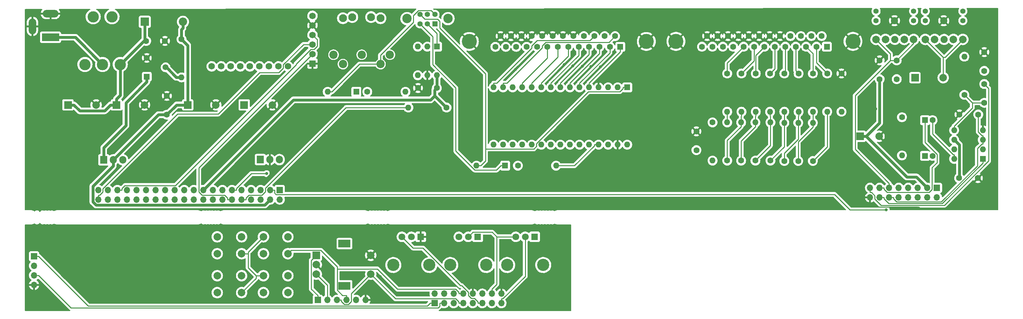
<source format=gbr>
%TF.GenerationSoftware,KiCad,Pcbnew,(6.0.8)*%
%TF.CreationDate,2023-03-17T13:42:55+03:00*%
%TF.ProjectId,retro_laptop_musicbox,72657472-6f5f-46c6-9170-746f705f6d75,rev?*%
%TF.SameCoordinates,Original*%
%TF.FileFunction,Copper,L2,Bot*%
%TF.FilePolarity,Positive*%
%FSLAX46Y46*%
G04 Gerber Fmt 4.6, Leading zero omitted, Abs format (unit mm)*
G04 Created by KiCad (PCBNEW (6.0.8)) date 2023-03-17 13:42:55*
%MOMM*%
%LPD*%
G01*
G04 APERTURE LIST*
%TA.AperFunction,ComponentPad*%
%ADD10R,1.905000X2.000000*%
%TD*%
%TA.AperFunction,ComponentPad*%
%ADD11O,1.905000X2.000000*%
%TD*%
%TA.AperFunction,ComponentPad*%
%ADD12C,2.000000*%
%TD*%
%TA.AperFunction,ComponentPad*%
%ADD13C,1.600000*%
%TD*%
%TA.AperFunction,ComponentPad*%
%ADD14O,1.600000X1.600000*%
%TD*%
%TA.AperFunction,ComponentPad*%
%ADD15R,3.200000X2.000000*%
%TD*%
%TA.AperFunction,ComponentPad*%
%ADD16R,2.000000X2.000000*%
%TD*%
%TA.AperFunction,ComponentPad*%
%ADD17R,1.750000X1.750000*%
%TD*%
%TA.AperFunction,ComponentPad*%
%ADD18C,1.750000*%
%TD*%
%TA.AperFunction,ComponentPad*%
%ADD19C,3.240000*%
%TD*%
%TA.AperFunction,ComponentPad*%
%ADD20R,1.800000X1.800000*%
%TD*%
%TA.AperFunction,ComponentPad*%
%ADD21C,1.800000*%
%TD*%
%TA.AperFunction,ComponentPad*%
%ADD22R,1.700000X1.700000*%
%TD*%
%TA.AperFunction,ComponentPad*%
%ADD23O,1.700000X1.700000*%
%TD*%
%TA.AperFunction,ComponentPad*%
%ADD24R,1.600000X1.600000*%
%TD*%
%TA.AperFunction,ComponentPad*%
%ADD25C,1.900000*%
%TD*%
%TA.AperFunction,ComponentPad*%
%ADD26C,1.400000*%
%TD*%
%TA.AperFunction,ComponentPad*%
%ADD27R,1.560000X1.560000*%
%TD*%
%TA.AperFunction,ComponentPad*%
%ADD28C,1.560000*%
%TD*%
%TA.AperFunction,ComponentPad*%
%ADD29C,4.000000*%
%TD*%
%TA.AperFunction,ComponentPad*%
%ADD30C,2.100000*%
%TD*%
%TA.AperFunction,ComponentPad*%
%ADD31C,2.200000*%
%TD*%
%TA.AperFunction,ComponentPad*%
%ADD32C,2.500000*%
%TD*%
%TA.AperFunction,ComponentPad*%
%ADD33R,1.400000X1.400000*%
%TD*%
%TA.AperFunction,ComponentPad*%
%ADD34R,2.200000X2.200000*%
%TD*%
%TA.AperFunction,ComponentPad*%
%ADD35O,2.200000X2.200000*%
%TD*%
%TA.AperFunction,ComponentPad*%
%ADD36R,4.600000X2.000000*%
%TD*%
%TA.AperFunction,ComponentPad*%
%ADD37O,4.200000X2.000000*%
%TD*%
%TA.AperFunction,ComponentPad*%
%ADD38O,2.000000X4.200000*%
%TD*%
%TA.AperFunction,ComponentPad*%
%ADD39C,3.000000*%
%TD*%
%TA.AperFunction,ViaPad*%
%ADD40C,0.800000*%
%TD*%
%TA.AperFunction,ViaPad*%
%ADD41C,3.000000*%
%TD*%
%TA.AperFunction,Conductor*%
%ADD42C,0.250000*%
%TD*%
%TA.AperFunction,Conductor*%
%ADD43C,0.750000*%
%TD*%
G04 APERTURE END LIST*
D10*
%TO.P,U2,1,VI*%
%TO.N,+12V*%
X90255100Y-71825000D03*
D11*
%TO.P,U2,2,GND*%
%TO.N,GND*%
X92795100Y-71825000D03*
%TO.P,U2,3,VO*%
%TO.N,+9V*%
X95335100Y-71825000D03*
%TD*%
D12*
%TO.P,SW6,1,1*%
%TO.N,Net-(SW3-Pad1)*%
X97595100Y-92349200D03*
X91095100Y-92349200D03*
%TO.P,SW6,2,2*%
%TO.N,BUTTON_4_F*%
X97595100Y-96849200D03*
X91095100Y-96849200D03*
%TD*%
D13*
%TO.P,R2,1*%
%TO.N,Net-(D2-Pad1)*%
X158795100Y-73430000D03*
D14*
%TO.P,R2,2*%
%TO.N,Net-(R2-Pad2)*%
X168955100Y-73430000D03*
%TD*%
D13*
%TO.P,R4,1*%
%TO.N,+3V3*%
X139811400Y-57980000D03*
D14*
%TO.P,R4,2*%
%TO.N,MIDI_RX*%
X129651400Y-57980000D03*
%TD*%
D13*
%TO.P,C15,1*%
%TO.N,Net-(C15-Pad1)*%
X206296300Y-69310000D03*
%TO.P,C15,2*%
%TO.N,GND*%
X206296300Y-64310000D03*
%TD*%
D15*
%TO.P,SW7,*%
%TO.N,*%
X112645100Y-105374200D03*
X112645100Y-94174200D03*
D16*
%TO.P,SW7,A,A*%
%TO.N,BUTTON_1_F*%
X105145100Y-97274200D03*
D12*
%TO.P,SW7,B,B*%
%TO.N,BUTTON_2_F*%
X105145100Y-102274200D03*
%TO.P,SW7,C,C*%
%TO.N,GND*%
X105145100Y-99774200D03*
%TO.P,SW7,S1,S1*%
%TO.N,BUTTON_3_F*%
X119645100Y-102274200D03*
%TO.P,SW7,S2,S2*%
%TO.N,GND*%
X119645100Y-97274200D03*
%TD*%
D17*
%TO.P,J9,1,Pin_1*%
%TO.N,GND*%
X104145100Y-46280000D03*
D18*
%TO.P,J9,2,Pin_2*%
%TO.N,DAC_BCK*%
X104145100Y-43740000D03*
%TO.P,J9,3,Pin_3*%
%TO.N,DAC_DIN*%
X104145100Y-41200000D03*
%TO.P,J9,4,Pin_4*%
%TO.N,DAC_LCK*%
X104145100Y-38660000D03*
%TO.P,J9,5,Pin_5*%
%TO.N,GND*%
X104145100Y-36120000D03*
%TO.P,J9,6,Pin_6*%
%TO.N,+5V*%
X104145100Y-33580000D03*
%TO.P,J9,7,Pin_7*%
%TO.N,unconnected-(J9-Pad7)*%
X97645100Y-47030000D03*
%TO.P,J9,8,Pin_8*%
%TO.N,unconnected-(J9-Pad8)*%
X95105100Y-47030000D03*
%TO.P,J9,9,Pin_9*%
%TO.N,unconnected-(J9-Pad9)*%
X92565100Y-47030000D03*
%TO.P,J9,10,Pin_10*%
%TO.N,unconnected-(J9-Pad10)*%
X90025100Y-47030000D03*
%TO.P,J9,11,Pin_11*%
%TO.N,unconnected-(J9-Pad11)*%
X87485100Y-47030000D03*
%TO.P,J9,12,Pin_12*%
%TO.N,unconnected-(J9-Pad12)*%
X84945100Y-47030000D03*
%TO.P,J9,13,Pin_13*%
%TO.N,unconnected-(J9-Pad13)*%
X82405100Y-47030000D03*
%TO.P,J9,14,Pin_14*%
%TO.N,unconnected-(J9-Pad14)*%
X79865100Y-47030000D03*
%TO.P,J9,15,Pin_15*%
%TO.N,unconnected-(J9-Pad15)*%
X77325100Y-47030000D03*
%TD*%
D19*
%TO.P,RV2,*%
%TO.N,*%
X125645100Y-99855000D03*
X135245100Y-99855000D03*
D20*
%TO.P,RV2,1,1*%
%TO.N,GND*%
X132945100Y-92355000D03*
D21*
%TO.P,RV2,2,2*%
%TO.N,C8_2_F*%
X130445100Y-92355000D03*
%TO.P,RV2,3,3*%
%TO.N,Source_audio_F*%
X127945100Y-92355000D03*
%TD*%
D12*
%TO.P,SW3,1,1*%
%TO.N,Net-(SW3-Pad1)*%
X78795100Y-107199200D03*
X85295100Y-107199200D03*
%TO.P,SW3,2,2*%
%TO.N,BUTTON_1_F*%
X85295100Y-102699200D03*
X78795100Y-102699200D03*
%TD*%
D16*
%TO.P,C1,1*%
%TO.N,+12V*%
X51977400Y-57280000D03*
D12*
%TO.P,C1,2*%
%TO.N,GND*%
X59477400Y-57280000D03*
%TD*%
D13*
%TO.P,R16,1*%
%TO.N,Net-(R15-Pad2)*%
X233396300Y-72190000D03*
D14*
%TO.P,R16,2*%
%TO.N,Net-(R16-Pad2)*%
X233396300Y-62030000D03*
%TD*%
D19*
%TO.P,RV3,*%
%TO.N,*%
X140795100Y-99855000D03*
X150395100Y-99855000D03*
D20*
%TO.P,RV3,1,1*%
%TO.N,unconnected-(RV3-Pad1)*%
X148095100Y-92355000D03*
D21*
%TO.P,RV3,2,2*%
%TO.N,GAIN1_F*%
X145595100Y-92355000D03*
%TO.P,RV3,3,3*%
%TO.N,C9_1_F*%
X143095100Y-92355000D03*
%TD*%
D22*
%TO.P,J8,1,Pin_1*%
%TO.N,SDA_F*%
X136620100Y-110005000D03*
D23*
%TO.P,J8,2,Pin_2*%
%TO.N,SCL_F*%
X136620100Y-107465000D03*
%TO.P,J8,3,Pin_3*%
%TO.N,+5VA*%
X139160100Y-110005000D03*
%TO.P,J8,4,Pin_4*%
%TO.N,GND*%
X139160100Y-107465000D03*
%TO.P,J8,5,Pin_5*%
%TO.N,BUTTON_1_F*%
X141700100Y-110005000D03*
%TO.P,J8,6,Pin_6*%
%TO.N,BUTTON_2_F*%
X141700100Y-107465000D03*
%TO.P,J8,7,Pin_7*%
%TO.N,BUTTON_3_F*%
X144240100Y-110005000D03*
%TO.P,J8,8,Pin_8*%
%TO.N,BUTTON_4_F*%
X144240100Y-107465000D03*
%TO.P,J8,9,Pin_9*%
%TO.N,BUTTON_5_F*%
X146780100Y-110005000D03*
%TO.P,J8,10,Pin_10*%
%TO.N,GND*%
X146780100Y-107465000D03*
%TO.P,J8,11,Pin_11*%
%TO.N,Source_audio_F*%
X149320100Y-110005000D03*
%TO.P,J8,12,Pin_12*%
%TO.N,C8_2_F*%
X149320100Y-107465000D03*
%TO.P,J8,13,Pin_13*%
%TO.N,C9_1_F*%
X151860100Y-110005000D03*
%TO.P,J8,14,Pin_14*%
%TO.N,GAIN1_F*%
X151860100Y-107465000D03*
%TO.P,J8,15,Pin_15*%
%TO.N,C13_2_F*%
X154400100Y-110005000D03*
%TO.P,J8,16,Pin_16*%
%TO.N,GND*%
X154400100Y-107465000D03*
%TD*%
D13*
%TO.P,C12,1*%
%TO.N,GND*%
X281195100Y-76730000D03*
%TO.P,C12,2*%
%TO.N,+5V*%
X276195100Y-76730000D03*
%TD*%
D22*
%TO.P,J10,1,Pin_1*%
%TO.N,SDA_F*%
X30045100Y-97530000D03*
D23*
%TO.P,J10,2,Pin_2*%
%TO.N,SCL_F*%
X30045100Y-100070000D03*
%TO.P,J10,3,Pin_3*%
%TO.N,+5VA*%
X30045100Y-102610000D03*
%TO.P,J10,4,Pin_4*%
%TO.N,GND*%
X30045100Y-105150000D03*
%TD*%
D13*
%TO.P,R13,1*%
%TO.N,Net-(J5-Pad9)*%
X214490100Y-48930000D03*
D14*
%TO.P,R13,2*%
%TO.N,Net-(R13-Pad2)*%
X214490100Y-59090000D03*
%TD*%
D13*
%TO.P,R22,1*%
%TO.N,Net-(R13-Pad2)*%
X210596300Y-61930000D03*
D14*
%TO.P,R22,2*%
%TO.N,Net-(C15-Pad1)*%
X210596300Y-72090000D03*
%TD*%
D13*
%TO.P,R20,1*%
%TO.N,Net-(R11-Pad2)*%
X218196300Y-72090000D03*
D14*
%TO.P,R20,2*%
%TO.N,Net-(R12-Pad2)*%
X218196300Y-61930000D03*
%TD*%
D16*
%TO.P,C17,1*%
%TO.N,Net-(C16-Pad1)*%
X264467200Y-50030000D03*
D12*
%TO.P,C17,2*%
%TO.N,AMP_audio*%
X271967200Y-50030000D03*
%TD*%
D13*
%TO.P,R5,1*%
%TO.N,GND*%
X244900100Y-48930000D03*
D14*
%TO.P,R5,2*%
%TO.N,Net-(R15-Pad1)*%
X244900100Y-59090000D03*
%TD*%
D13*
%TO.P,C16,1*%
%TO.N,Net-(C16-Pad1)*%
X282895100Y-48230000D03*
%TO.P,C16,2*%
%TO.N,GND*%
X282895100Y-43230000D03*
%TD*%
%TO.P,R17,1*%
%TO.N,Net-(R16-Pad2)*%
X229696300Y-72190000D03*
D14*
%TO.P,R17,2*%
%TO.N,Net-(R17-Pad2)*%
X229696300Y-62030000D03*
%TD*%
D10*
%TO.P,U3,1,ADJ*%
%TO.N,Net-(R3-Pad2)*%
X48595100Y-71880000D03*
D11*
%TO.P,U3,2,VO*%
%TO.N,+5V*%
X51135100Y-71880000D03*
%TO.P,U3,3,VI*%
%TO.N,+12V*%
X53675100Y-71880000D03*
%TD*%
D13*
%TO.P,C18,1*%
%TO.N,Net-(C15-Pad1)*%
X259595100Y-50430000D03*
%TO.P,C18,2*%
%TO.N,Source_audio*%
X259595100Y-45430000D03*
%TD*%
%TO.P,C5,1*%
%TO.N,+5V*%
X65395100Y-59880000D03*
%TO.P,C5,2*%
%TO.N,GND*%
X65395100Y-54880000D03*
%TD*%
%TO.P,R9,1*%
%TO.N,Net-(J5-Pad5)*%
X229695100Y-48930000D03*
D14*
%TO.P,R9,2*%
%TO.N,Net-(R17-Pad2)*%
X229695100Y-59090000D03*
%TD*%
D13*
%TO.P,R12,1*%
%TO.N,Net-(J5-Pad8)*%
X218291300Y-48930000D03*
D14*
%TO.P,R12,2*%
%TO.N,Net-(R12-Pad2)*%
X218291300Y-59090000D03*
%TD*%
D24*
%TO.P,U5,1,GAIN*%
%TO.N,GAIN1*%
X282495100Y-71630000D03*
D14*
%TO.P,U5,2,-*%
%TO.N,GND*%
X282495100Y-69090000D03*
%TO.P,U5,3,+*%
%TO.N,C8_2*%
X282495100Y-66550000D03*
%TO.P,U5,4,GND*%
%TO.N,GND*%
X282495100Y-64010000D03*
%TO.P,U5,5*%
%TO.N,VOUT*%
X274875100Y-64010000D03*
%TO.P,U5,6,V+*%
%TO.N,+5V*%
X274875100Y-66550000D03*
%TO.P,U5,7,BYPASS*%
%TO.N,Net-(R14-Pad1)*%
X274875100Y-69090000D03*
%TO.P,U5,8,GAIN*%
%TO.N,GAIN8*%
X274875100Y-71630000D03*
%TD*%
D24*
%TO.P,U4,1*%
%TO.N,Net-(SW2-Pad2)*%
X137256400Y-41780000D03*
D14*
%TO.P,U4,2*%
%TO.N,Net-(SW2-Pad5)*%
X134716400Y-41780000D03*
%TO.P,U4,3*%
%TO.N,unconnected-(U4-Pad3)*%
X132176400Y-41780000D03*
%TO.P,U4,4*%
%TO.N,MIDI_RX*%
X132176400Y-49400000D03*
%TO.P,U4,5*%
%TO.N,GND*%
X134716400Y-49400000D03*
%TO.P,U4,6*%
%TO.N,+3V3*%
X137256400Y-49400000D03*
%TD*%
D13*
%TO.P,R14,1*%
%TO.N,Net-(R14-Pad1)*%
X260995100Y-60550000D03*
D14*
%TO.P,R14,2*%
%TO.N,Net-(C14-Pad1)*%
X260995100Y-70710000D03*
%TD*%
D13*
%TO.P,R3,1*%
%TO.N,+5V*%
X69295100Y-39800000D03*
D14*
%TO.P,R3,2*%
%TO.N,Net-(R3-Pad2)*%
X69295100Y-49960000D03*
%TD*%
D13*
%TO.P,C3,1*%
%TO.N,+12V*%
X59895100Y-40280000D03*
%TO.P,C3,2*%
%TO.N,GND*%
X64895100Y-40280000D03*
%TD*%
%TO.P,R18,1*%
%TO.N,Net-(R17-Pad2)*%
X225996300Y-72090000D03*
D14*
%TO.P,R18,2*%
%TO.N,Net-(R10-Pad2)*%
X225996300Y-61930000D03*
%TD*%
D22*
%TO.P,J4,1,Pin_1*%
%TO.N,SDA*%
X270295100Y-79330000D03*
D23*
%TO.P,J4,2,Pin_2*%
%TO.N,SCL*%
X270295100Y-81870000D03*
%TO.P,J4,3,Pin_3*%
%TO.N,+5V*%
X267755100Y-79330000D03*
%TO.P,J4,4,Pin_4*%
%TO.N,GND*%
X267755100Y-81870000D03*
%TO.P,J4,5,Pin_5*%
%TO.N,BUTTON_1*%
X265215100Y-79330000D03*
%TO.P,J4,6,Pin_6*%
%TO.N,BUTTON_2*%
X265215100Y-81870000D03*
%TO.P,J4,7,Pin_7*%
%TO.N,BUTTON_3*%
X262675100Y-79330000D03*
%TO.P,J4,8,Pin_8*%
%TO.N,BUTTON_4*%
X262675100Y-81870000D03*
%TO.P,J4,9,Pin_9*%
%TO.N,BUTTON_5*%
X260135100Y-79330000D03*
%TO.P,J4,10,Pin_10*%
%TO.N,GND*%
X260135100Y-81870000D03*
%TO.P,J4,11,Pin_11*%
%TO.N,Source_audio*%
X257595100Y-79330000D03*
%TO.P,J4,12,Pin_12*%
%TO.N,C8_2*%
X257595100Y-81870000D03*
%TO.P,J4,13,Pin_13*%
%TO.N,C9_1*%
X255055100Y-79330000D03*
%TO.P,J4,14,Pin_14*%
%TO.N,GAIN1*%
X255055100Y-81870000D03*
%TO.P,J4,15,Pin_15*%
%TO.N,C13_2*%
X252515100Y-79330000D03*
%TO.P,J4,16,Pin_16*%
%TO.N,GND*%
X252515100Y-81870000D03*
%TD*%
D13*
%TO.P,C6,1*%
%TO.N,+3V3*%
X137231400Y-52780000D03*
%TO.P,C6,2*%
%TO.N,GND*%
X132231400Y-52780000D03*
%TD*%
%TO.P,C8,1*%
%TO.N,GND*%
X276295100Y-59830000D03*
%TO.P,C8,2*%
%TO.N,C8_2*%
X281295100Y-59830000D03*
%TD*%
D24*
%TO.P,C9,1*%
%TO.N,C9_1*%
X267129800Y-61330000D03*
D13*
%TO.P,C9,2*%
%TO.N,GAIN8*%
X269129800Y-61330000D03*
%TD*%
%TO.P,R23,1*%
%TO.N,VOUT*%
X277595100Y-54610000D03*
D14*
%TO.P,R23,2*%
%TO.N,Net-(C16-Pad1)*%
X277595100Y-44450000D03*
%TD*%
D12*
%TO.P,SW5,1,1*%
%TO.N,Net-(SW3-Pad1)*%
X91095100Y-102699200D03*
X97595100Y-102699200D03*
%TO.P,SW5,2,2*%
%TO.N,BUTTON_3_F*%
X91095100Y-107199200D03*
X97595100Y-107199200D03*
%TD*%
D19*
%TO.P,RV4,*%
%TO.N,*%
X155945100Y-99855000D03*
X165545100Y-99855000D03*
D20*
%TO.P,RV4,1,1*%
%TO.N,unconnected-(RV4-Pad1)*%
X163245100Y-92355000D03*
D21*
%TO.P,RV4,2,2*%
%TO.N,C13_2_F*%
X160745100Y-92355000D03*
%TO.P,RV4,3,3*%
%TO.N,GAIN1_F*%
X158245100Y-92355000D03*
%TD*%
D25*
%TO.P,J6,*%
%TO.N,*%
X259095100Y-39855000D03*
D26*
X254095100Y-34855000D03*
X254095100Y-32355000D03*
X264095100Y-32355000D03*
X264095100Y-34855000D03*
D25*
%TO.P,J6,1*%
%TO.N,GND*%
X259015100Y-34895000D03*
D12*
%TO.P,J6,2*%
%TO.N,Source_audio*%
X264095100Y-39855000D03*
%TO.P,J6,3*%
%TO.N,unconnected-(J6-Pad3)*%
X261595100Y-39855000D03*
%TO.P,J6,4*%
%TO.N,unconnected-(J6-Pad4)*%
X256595100Y-39855000D03*
%TO.P,J6,5*%
%TO.N,Source_audio*%
X254095100Y-39855000D03*
%TD*%
D16*
%TO.P,C2,1*%
%TO.N,+12V*%
X39077400Y-57280000D03*
D12*
%TO.P,C2,2*%
%TO.N,GND*%
X46577400Y-57280000D03*
%TD*%
D27*
%TO.P,RV1,1,1*%
%TO.N,Net-(R3-Pad2)*%
X60055100Y-49780000D03*
D28*
%TO.P,RV1,2,2*%
X65055100Y-47280000D03*
%TO.P,RV1,3,3*%
%TO.N,GND*%
X60055100Y-44780000D03*
%TD*%
D13*
%TO.P,R21,1*%
%TO.N,Net-(R12-Pad2)*%
X214496300Y-72090000D03*
D14*
%TO.P,R21,2*%
%TO.N,Net-(R13-Pad2)*%
X214496300Y-61930000D03*
%TD*%
D16*
%TO.P,C7,1*%
%TO.N,+5V*%
X70942100Y-57280000D03*
D12*
%TO.P,C7,2*%
%TO.N,GND*%
X78442100Y-57280000D03*
%TD*%
D29*
%TO.P,J2,0,PAD*%
%TO.N,GND*%
X145875100Y-40410000D03*
X192975100Y-40410000D03*
D24*
%TO.P,J2,1,1*%
%TO.N,/STROBE*%
X186045100Y-41830000D03*
D13*
%TO.P,J2,2,2*%
%TO.N,Net-(J2-Pad2)*%
X183275100Y-41830000D03*
%TO.P,J2,3,3*%
%TO.N,Net-(J2-Pad3)*%
X180505100Y-41830000D03*
%TO.P,J2,4,4*%
%TO.N,Net-(J2-Pad4)*%
X177735100Y-41830000D03*
%TO.P,J2,5,5*%
%TO.N,Net-(J2-Pad5)*%
X174965100Y-41830000D03*
%TO.P,J2,6,6*%
%TO.N,Net-(J2-Pad6)*%
X172195100Y-41830000D03*
%TO.P,J2,7,7*%
%TO.N,Net-(J2-Pad7)*%
X169425100Y-41830000D03*
%TO.P,J2,8,8*%
%TO.N,Net-(J2-Pad8)*%
X166655100Y-41830000D03*
%TO.P,J2,9,9*%
%TO.N,Net-(J2-Pad9)*%
X163885100Y-41830000D03*
%TO.P,J2,10,10*%
%TO.N,unconnected-(J2-Pad10)*%
X161115100Y-41830000D03*
%TO.P,J2,11,11*%
%TO.N,unconnected-(J2-Pad11)*%
X158345100Y-41830000D03*
%TO.P,J2,12,12*%
%TO.N,unconnected-(J2-Pad12)*%
X155575100Y-41830000D03*
%TO.P,J2,13,13*%
%TO.N,unconnected-(J2-Pad13)*%
X152805100Y-41830000D03*
%TO.P,J2,14,P14*%
%TO.N,Net-(J2-Pad14)*%
X184660100Y-38990000D03*
%TO.P,J2,15,P15*%
%TO.N,unconnected-(J2-Pad15)*%
X181890100Y-38990000D03*
%TO.P,J2,16,P16*%
%TO.N,Net-(J2-Pad16)*%
X179120100Y-38990000D03*
%TO.P,J2,17,P17*%
%TO.N,/SELECTPRN*%
X176350100Y-38990000D03*
%TO.P,J2,18,P18*%
%TO.N,GND*%
X173580100Y-38990000D03*
%TO.P,J2,19,P19*%
X170810100Y-38990000D03*
%TO.P,J2,20,P20*%
X168040100Y-38990000D03*
%TO.P,J2,21,P21*%
X165270100Y-38990000D03*
%TO.P,J2,22,P22*%
X162500100Y-38990000D03*
%TO.P,J2,23,P23*%
X159730100Y-38990000D03*
%TO.P,J2,24,P24*%
X156960100Y-38990000D03*
%TO.P,J2,25,P25*%
X154190100Y-38990000D03*
%TD*%
D12*
%TO.P,SW4,1,1*%
%TO.N,Net-(SW3-Pad1)*%
X85295100Y-96849200D03*
X78795100Y-96849200D03*
%TO.P,SW4,2,2*%
%TO.N,BUTTON_2_F*%
X78795100Y-92349200D03*
X85295100Y-92349200D03*
%TD*%
D13*
%TO.P,R1,1*%
%TO.N,Net-(D1-Pad1)*%
X118715100Y-53780000D03*
D14*
%TO.P,R1,2*%
%TO.N,Net-(J3-Pad4)*%
X128875100Y-53780000D03*
%TD*%
D30*
%TO.P,J3,*%
%TO.N,*%
X119745100Y-33930000D03*
X122245100Y-34230000D03*
X112245100Y-34230000D03*
X114745100Y-33930000D03*
D31*
%TO.P,J3,1*%
%TO.N,unconnected-(J3-Pad1)*%
X109745100Y-43930000D03*
%TO.P,J3,2*%
%TO.N,unconnected-(J3-Pad2)*%
X117245100Y-43930000D03*
%TO.P,J3,3*%
%TO.N,unconnected-(J3-Pad3)*%
X124745100Y-43930000D03*
%TO.P,J3,4*%
%TO.N,Net-(J3-Pad4)*%
X112245100Y-46430000D03*
%TO.P,J3,5*%
%TO.N,Net-(D1-Pad2)*%
X122245100Y-46430000D03*
%TD*%
D32*
%TO.P,SW2,*%
%TO.N,*%
X129295100Y-34330000D03*
X140195100Y-34330000D03*
D33*
%TO.P,SW2,1,A*%
%TO.N,Net-(D1-Pad1)*%
X136745100Y-35730000D03*
D26*
%TO.P,SW2,2,B*%
%TO.N,Net-(SW2-Pad2)*%
X134745100Y-35730000D03*
%TO.P,SW2,3,C*%
%TO.N,Net-(D2-Pad1)*%
X132745100Y-35730000D03*
%TO.P,SW2,4,A*%
%TO.N,Net-(D1-Pad2)*%
X136745100Y-33230000D03*
%TO.P,SW2,5,B*%
%TO.N,Net-(SW2-Pad5)*%
X134745100Y-33230000D03*
%TO.P,SW2,6,C*%
%TO.N,Net-(D2-Pad2)*%
X132745100Y-33230000D03*
%TD*%
%TO.P,J7,*%
%TO.N,*%
X267195100Y-34855000D03*
X277195100Y-32355000D03*
D25*
X272195100Y-39855000D03*
D26*
X277195100Y-34855000D03*
X267195100Y-32355000D03*
D25*
%TO.P,J7,1*%
%TO.N,GND*%
X272115100Y-34895000D03*
D12*
%TO.P,J7,2*%
%TO.N,AMP_audio*%
X277195100Y-39855000D03*
%TO.P,J7,3*%
%TO.N,unconnected-(J7-Pad3)*%
X274695100Y-39855000D03*
%TO.P,J7,4*%
%TO.N,unconnected-(J7-Pad4)*%
X269695100Y-39855000D03*
%TO.P,J7,5*%
%TO.N,AMP_audio*%
X267195100Y-39855000D03*
%TD*%
D34*
%TO.P,D3,1,K*%
%TO.N,+12V*%
X59515100Y-35180000D03*
D35*
%TO.P,D3,2,A*%
%TO.N,+5V*%
X69675100Y-35180000D03*
%TD*%
D29*
%TO.P,J5,0,PAD*%
%TO.N,GND*%
X200850100Y-40379700D03*
X247950100Y-40379700D03*
D24*
%TO.P,J5,1,1*%
%TO.N,unconnected-(J5-Pad1)*%
X241020100Y-41799700D03*
D13*
%TO.P,J5,2,2*%
%TO.N,Net-(J5-Pad2)*%
X238250100Y-41799700D03*
%TO.P,J5,3,3*%
%TO.N,Net-(J5-Pad3)*%
X235480100Y-41799700D03*
%TO.P,J5,4,4*%
%TO.N,Net-(J5-Pad4)*%
X232710100Y-41799700D03*
%TO.P,J5,5,5*%
%TO.N,Net-(J5-Pad5)*%
X229940100Y-41799700D03*
%TO.P,J5,6,6*%
%TO.N,Net-(J5-Pad6)*%
X227170100Y-41799700D03*
%TO.P,J5,7,7*%
%TO.N,Net-(J5-Pad7)*%
X224400100Y-41799700D03*
%TO.P,J5,8,8*%
%TO.N,Net-(J5-Pad8)*%
X221630100Y-41799700D03*
%TO.P,J5,9,9*%
%TO.N,Net-(J5-Pad9)*%
X218860100Y-41799700D03*
%TO.P,J5,10,10*%
%TO.N,unconnected-(J5-Pad10)*%
X216090100Y-41799700D03*
%TO.P,J5,11,11*%
%TO.N,unconnected-(J5-Pad11)*%
X213320100Y-41799700D03*
%TO.P,J5,12,12*%
%TO.N,unconnected-(J5-Pad12)*%
X210550100Y-41799700D03*
%TO.P,J5,13,13*%
%TO.N,unconnected-(J5-Pad13)*%
X207780100Y-41799700D03*
%TO.P,J5,14,P14*%
%TO.N,unconnected-(J5-Pad14)*%
X239635100Y-38959700D03*
%TO.P,J5,15,P15*%
%TO.N,unconnected-(J5-Pad15)*%
X236865100Y-38959700D03*
%TO.P,J5,16,P16*%
%TO.N,unconnected-(J5-Pad16)*%
X234095100Y-38959700D03*
%TO.P,J5,17,P17*%
%TO.N,unconnected-(J5-Pad17)*%
X231325100Y-38959700D03*
%TO.P,J5,18,P18*%
%TO.N,GND*%
X228555100Y-38959700D03*
%TO.P,J5,19,P19*%
X225785100Y-38959700D03*
%TO.P,J5,20,P20*%
X223015100Y-38959700D03*
%TO.P,J5,21,P21*%
X220245100Y-38959700D03*
%TO.P,J5,22,P22*%
X217475100Y-38959700D03*
%TO.P,J5,23,P23*%
X214705100Y-38959700D03*
%TO.P,J5,24,P24*%
X211935100Y-38959700D03*
%TO.P,J5,25,P25*%
X209165100Y-38959700D03*
%TD*%
%TO.P,R10,1*%
%TO.N,Net-(J5-Pad6)*%
X225893800Y-48930000D03*
D14*
%TO.P,R10,2*%
%TO.N,Net-(R10-Pad2)*%
X225893800Y-59090000D03*
%TD*%
D24*
%TO.P,D2,1,K*%
%TO.N,Net-(D2-Pad1)*%
X155405100Y-73430000D03*
D14*
%TO.P,D2,2,A*%
%TO.N,Net-(D2-Pad2)*%
X147785100Y-73430000D03*
%TD*%
D13*
%TO.P,C13,1*%
%TO.N,VOUT*%
X282895100Y-56730000D03*
%TO.P,C13,2*%
%TO.N,C13_2*%
X282895100Y-51730000D03*
%TD*%
D36*
%TO.P,J1,1*%
%TO.N,/POWER*%
X34445100Y-39290000D03*
D37*
%TO.P,J1,2*%
%TO.N,GND*%
X34445100Y-32990000D03*
D38*
%TO.P,J1,MP,MountPin*%
X29645100Y-36390000D03*
%TD*%
D13*
%TO.P,R19,1*%
%TO.N,Net-(R10-Pad2)*%
X221996300Y-72090000D03*
D14*
%TO.P,R19,2*%
%TO.N,Net-(R11-Pad2)*%
X221996300Y-61930000D03*
%TD*%
D13*
%TO.P,R8,1*%
%TO.N,Net-(J5-Pad4)*%
X233496300Y-48930000D03*
D14*
%TO.P,R8,2*%
%TO.N,Net-(R16-Pad2)*%
X233496300Y-59090000D03*
%TD*%
D13*
%TO.P,R15,1*%
%TO.N,Net-(R15-Pad1)*%
X237296300Y-72190000D03*
D14*
%TO.P,R15,2*%
%TO.N,Net-(R15-Pad2)*%
X237296300Y-62030000D03*
%TD*%
D24*
%TO.P,C14,1*%
%TO.N,Net-(C14-Pad1)*%
X267129800Y-70830000D03*
D13*
%TO.P,C14,2*%
%TO.N,GND*%
X269129800Y-70830000D03*
%TD*%
%TO.P,R7,1*%
%TO.N,Net-(J5-Pad3)*%
X237297600Y-48930000D03*
D14*
%TO.P,R7,2*%
%TO.N,Net-(R15-Pad2)*%
X237297600Y-59090000D03*
%TD*%
D13*
%TO.P,R11,1*%
%TO.N,Net-(J5-Pad7)*%
X222092600Y-48930000D03*
D14*
%TO.P,R11,2*%
%TO.N,Net-(R11-Pad2)*%
X222092600Y-59090000D03*
%TD*%
D13*
%TO.P,C11,1*%
%TO.N,GND*%
X255045100Y-45430000D03*
%TO.P,C11,2*%
%TO.N,+5V*%
X255045100Y-50430000D03*
%TD*%
D16*
%TO.P,C4,1*%
%TO.N,+9V*%
X85977400Y-57280000D03*
D12*
%TO.P,C4,2*%
%TO.N,GND*%
X93477400Y-57280000D03*
%TD*%
D24*
%TO.P,U1,1,D1/TX*%
%TO.N,Net-(D2-Pad2)*%
X187895100Y-52610000D03*
D14*
%TO.P,U1,2,D0/RX*%
%TO.N,unconnected-(U1-Pad2)*%
X185355100Y-52610000D03*
%TO.P,U1,3,~{RESET}*%
%TO.N,unconnected-(U1-Pad3)*%
X182815100Y-52610000D03*
%TO.P,U1,4,GND*%
%TO.N,GND*%
X180275100Y-52610000D03*
%TO.P,U1,5,D2*%
%TO.N,/STROBE*%
X177735100Y-52610000D03*
%TO.P,U1,6,~D3*%
%TO.N,Net-(J2-Pad2)*%
X175195100Y-52610000D03*
%TO.P,U1,7,D4*%
%TO.N,Net-(J2-Pad3)*%
X172655100Y-52610000D03*
%TO.P,U1,8,~D5*%
%TO.N,Net-(J2-Pad4)*%
X170115100Y-52610000D03*
%TO.P,U1,9,~D6*%
%TO.N,Net-(J2-Pad5)*%
X167575100Y-52610000D03*
%TO.P,U1,10,D7*%
%TO.N,Net-(J2-Pad6)*%
X165035100Y-52610000D03*
%TO.P,U1,11,D8*%
%TO.N,Net-(J2-Pad7)*%
X162495100Y-52610000D03*
%TO.P,U1,12,~D9*%
%TO.N,Net-(J2-Pad8)*%
X159955100Y-52610000D03*
%TO.P,U1,13,~D10*%
%TO.N,Net-(J2-Pad9)*%
X157415100Y-52610000D03*
%TO.P,U1,14,~D11*%
%TO.N,Net-(J2-Pad14)*%
X154875100Y-52610000D03*
%TO.P,U1,15,D12*%
%TO.N,Net-(J2-Pad16)*%
X152335100Y-52610000D03*
%TO.P,U1,16,D13*%
%TO.N,/SELECTPRN*%
X152335100Y-67850000D03*
%TO.P,U1,17,3V3*%
%TO.N,unconnected-(U1-Pad17)*%
X154875100Y-67850000D03*
%TO.P,U1,18,AREF*%
%TO.N,unconnected-(U1-Pad18)*%
X157415100Y-67850000D03*
%TO.P,U1,19,A0/D14*%
%TO.N,unconnected-(U1-Pad19)*%
X159955100Y-67850000D03*
%TO.P,U1,20,A1/D15*%
%TO.N,unconnected-(U1-Pad20)*%
X162495100Y-67850000D03*
%TO.P,U1,21,A2/D16*%
%TO.N,unconnected-(U1-Pad21)*%
X165035100Y-67850000D03*
%TO.P,U1,22,A3/D17*%
%TO.N,unconnected-(U1-Pad22)*%
X167575100Y-67850000D03*
%TO.P,U1,23,A4/D18*%
%TO.N,unconnected-(U1-Pad23)*%
X170115100Y-67850000D03*
%TO.P,U1,24,A5/D19*%
%TO.N,unconnected-(U1-Pad24)*%
X172655100Y-67850000D03*
%TO.P,U1,25,A6/D20*%
%TO.N,unconnected-(U1-Pad25)*%
X175195100Y-67850000D03*
%TO.P,U1,26,A7/D21*%
%TO.N,unconnected-(U1-Pad26)*%
X177735100Y-67850000D03*
%TO.P,U1,27,+5V*%
%TO.N,Net-(R2-Pad2)*%
X180275100Y-67850000D03*
%TO.P,U1,28,~{RESET}*%
%TO.N,unconnected-(U1-Pad28)*%
X182815100Y-67850000D03*
%TO.P,U1,29,GND*%
%TO.N,GND*%
X185355100Y-67850000D03*
%TO.P,U1,30,VIN*%
%TO.N,+9V*%
X187895100Y-67850000D03*
%TD*%
D16*
%TO.P,C10,1*%
%TO.N,+5V*%
X249892100Y-65630000D03*
D12*
%TO.P,C10,2*%
%TO.N,GND*%
X254892100Y-65630000D03*
%TD*%
D22*
%TO.P,Pi1,1,3V3*%
%TO.N,unconnected-(Pi1-Pad1)*%
X95420100Y-79905000D03*
D23*
%TO.P,Pi1,2,5V*%
%TO.N,+5V*%
X95420100Y-82445000D03*
%TO.P,Pi1,3,SDA/GPIO2*%
%TO.N,SDA*%
X92880100Y-79905000D03*
%TO.P,Pi1,4,5V*%
%TO.N,+5V*%
X92880100Y-82445000D03*
%TO.P,Pi1,5,SCL/GPIO3*%
%TO.N,SCL*%
X90340100Y-79905000D03*
%TO.P,Pi1,6,GND*%
%TO.N,GND*%
X90340100Y-82445000D03*
%TO.P,Pi1,7,GCLK0/GPIO4*%
%TO.N,BUTTON_5*%
X87800100Y-79905000D03*
%TO.P,Pi1,8,GPIO14/TXD*%
%TO.N,unconnected-(Pi1-Pad8)*%
X87800100Y-82445000D03*
%TO.P,Pi1,9,GND*%
%TO.N,GND*%
X85260100Y-79905000D03*
%TO.P,Pi1,10,GPIO15/RXD*%
%TO.N,MIDI_RX*%
X85260100Y-82445000D03*
%TO.P,Pi1,11,GPIO17*%
%TO.N,BUTTON_1*%
X82720100Y-79905000D03*
%TO.P,Pi1,12,GPIO18/PWM0*%
%TO.N,DAC_BCK*%
X82720100Y-82445000D03*
%TO.P,Pi1,13,GPIO27*%
%TO.N,BUTTON_2*%
X80180100Y-79905000D03*
%TO.P,Pi1,14,GND*%
%TO.N,GND*%
X80180100Y-82445000D03*
%TO.P,Pi1,15,GPIO22*%
%TO.N,BUTTON_3*%
X77640100Y-79905000D03*
%TO.P,Pi1,16,GPIO23*%
%TO.N,BUTTON_4*%
X77640100Y-82445000D03*
%TO.P,Pi1,17,3V3*%
%TO.N,+3V3*%
X75100100Y-79905000D03*
%TO.P,Pi1,18,GPIO24*%
%TO.N,unconnected-(Pi1-Pad18)*%
X75100100Y-82445000D03*
%TO.P,Pi1,19,MOSI0/GPIO10*%
%TO.N,unconnected-(Pi1-Pad19)*%
X72560100Y-79905000D03*
%TO.P,Pi1,20,GND*%
%TO.N,unconnected-(Pi1-Pad20)*%
X72560100Y-82445000D03*
%TO.P,Pi1,21,MISO0/GPIO9*%
%TO.N,unconnected-(Pi1-Pad21)*%
X70020100Y-79905000D03*
%TO.P,Pi1,22,GPIO25*%
%TO.N,unconnected-(Pi1-Pad22)*%
X70020100Y-82445000D03*
%TO.P,Pi1,23,SCLK0/GPIO11*%
%TO.N,unconnected-(Pi1-Pad23)*%
X67480100Y-79905000D03*
%TO.P,Pi1,24,~{CE0}/GPIO8*%
%TO.N,unconnected-(Pi1-Pad24)*%
X67480100Y-82445000D03*
%TO.P,Pi1,25,GND*%
%TO.N,GND*%
X64940100Y-79905000D03*
%TO.P,Pi1,26,~{CE1}/GPIO7*%
%TO.N,unconnected-(Pi1-Pad26)*%
X64940100Y-82445000D03*
%TO.P,Pi1,27,ID_SD/GPIO0*%
%TO.N,unconnected-(Pi1-Pad27)*%
X62400100Y-79905000D03*
%TO.P,Pi1,28,ID_SC/GPIO1*%
%TO.N,unconnected-(Pi1-Pad28)*%
X62400100Y-82445000D03*
%TO.P,Pi1,29,GCLK1/GPIO5*%
%TO.N,unconnected-(Pi1-Pad29)*%
X59860100Y-79905000D03*
%TO.P,Pi1,30,GND*%
%TO.N,unconnected-(Pi1-Pad30)*%
X59860100Y-82445000D03*
%TO.P,Pi1,31,GCLK2/GPIO6*%
%TO.N,unconnected-(Pi1-Pad31)*%
X57320100Y-79905000D03*
%TO.P,Pi1,32,PWM0/GPIO12*%
%TO.N,unconnected-(Pi1-Pad32)*%
X57320100Y-82445000D03*
%TO.P,Pi1,33,PWM1/GPIO13*%
%TO.N,unconnected-(Pi1-Pad33)*%
X54780100Y-79905000D03*
%TO.P,Pi1,34,GND*%
%TO.N,unconnected-(Pi1-Pad34)*%
X54780100Y-82445000D03*
%TO.P,Pi1,35,GPIO19/MISO1*%
%TO.N,DAC_LCK*%
X52240100Y-79905000D03*
%TO.P,Pi1,36,GPIO16*%
%TO.N,unconnected-(Pi1-Pad36)*%
X52240100Y-82445000D03*
%TO.P,Pi1,37,GPIO26*%
%TO.N,unconnected-(Pi1-Pad37)*%
X49700100Y-79905000D03*
%TO.P,Pi1,38,GPIO20/MOSI1*%
%TO.N,unconnected-(Pi1-Pad38)*%
X49700100Y-82445000D03*
%TO.P,Pi1,39,GND*%
%TO.N,GND*%
X47160100Y-79905000D03*
%TO.P,Pi1,40,GPIO21/SCLK1*%
%TO.N,DAC_DIN*%
X47160100Y-82445000D03*
%TD*%
D22*
%TO.P,J11,1,Pin_1*%
%TO.N,BUTTON_1_F*%
X105545100Y-109130000D03*
D23*
%TO.P,J11,2,Pin_2*%
%TO.N,BUTTON_2_F*%
X108085100Y-109130000D03*
%TO.P,J11,3,Pin_3*%
%TO.N,BUTTON_3_F*%
X110625100Y-109130000D03*
%TO.P,J11,4,Pin_4*%
%TO.N,BUTTON_4_F*%
X113165100Y-109130000D03*
%TO.P,J11,5,Pin_5*%
%TO.N,BUTTON_5_F*%
X115705100Y-109130000D03*
%TO.P,J11,6,Pin_6*%
%TO.N,GND*%
X118245100Y-109130000D03*
%TD*%
D13*
%TO.P,R6,1*%
%TO.N,Net-(J5-Pad2)*%
X241098800Y-48930000D03*
D14*
%TO.P,R6,2*%
%TO.N,Net-(R15-Pad1)*%
X241098800Y-59090000D03*
%TD*%
D39*
%TO.P,SW1,*%
%TO.N,*%
X50795100Y-33830000D03*
X45795100Y-33830000D03*
%TO.P,SW1,1,A*%
%TO.N,+12V*%
X52995100Y-46530000D03*
%TO.P,SW1,2,B*%
%TO.N,/POWER*%
X48295100Y-46530000D03*
%TO.P,SW1,3,C*%
%TO.N,unconnected-(SW1-Pad3)*%
X43595100Y-46530000D03*
%TD*%
D24*
%TO.P,D1,1,K*%
%TO.N,Net-(D1-Pad1)*%
X115805100Y-53780000D03*
D14*
%TO.P,D1,2,A*%
%TO.N,Net-(D1-Pad2)*%
X108185100Y-53780000D03*
%TD*%
D40*
%TO.N,SDA*%
X256795100Y-85180000D03*
%TO.N,GND*%
X82895100Y-68180000D03*
X101600000Y-91440000D03*
X273495100Y-78980000D03*
X255845100Y-73830000D03*
X170195100Y-79330000D03*
X62245100Y-76380000D03*
X71945100Y-76430000D03*
D41*
X29895100Y-44780000D03*
D40*
X143995100Y-60280000D03*
X94345100Y-93380000D03*
X101145100Y-97680000D03*
X173395100Y-46930000D03*
X115645100Y-104830000D03*
X165495100Y-60530000D03*
X175895100Y-46980000D03*
X171145100Y-46530000D03*
X178245100Y-47080000D03*
X265445100Y-84755500D03*
X124995100Y-106030000D03*
X117795100Y-106330000D03*
X180745100Y-47180000D03*
D41*
X283895100Y-82630000D03*
D40*
X107845100Y-99730000D03*
X136495100Y-105080000D03*
X251695100Y-54730000D03*
D41*
X29895100Y-82630000D03*
D40*
X153895100Y-59230000D03*
D41*
X170445100Y-109780000D03*
D40*
X105895100Y-79380000D03*
D41*
X121145100Y-91280000D03*
D40*
X50095100Y-76480000D03*
X161145100Y-54730000D03*
X116745100Y-102380000D03*
X57895100Y-67980000D03*
D41*
X283895100Y-34230000D03*
D40*
X107995100Y-102680000D03*
X105595100Y-105680000D03*
D41*
X73345100Y-107380000D03*
D40*
X272645100Y-73030000D03*
X122145100Y-102980000D03*
X271545100Y-42580000D03*
X253995100Y-58380000D03*
X221795100Y-79380000D03*
X89045100Y-78409900D03*
X142995100Y-47030000D03*
D41*
X30145100Y-109730000D03*
X29895100Y-91280000D03*
D40*
X158145100Y-47830000D03*
X133745100Y-103630000D03*
X136045100Y-92330000D03*
X100145100Y-44330000D03*
X259495100Y-42030000D03*
D41*
X135345100Y-65280000D03*
X170445100Y-91280000D03*
D40*
X94345100Y-95680000D03*
X248745100Y-82180000D03*
X66795100Y-68030000D03*
X277045100Y-81530000D03*
D41*
X197145100Y-65280000D03*
D40*
%TO.N,BUTTON_1*%
X91957300Y-75554700D03*
%TD*%
D42*
%TO.N,VOUT*%
X274875100Y-64010000D02*
X274875100Y-62884900D01*
X279715100Y-58044900D02*
X274875100Y-62884900D01*
X279715100Y-56730000D02*
X279715100Y-58044900D01*
X279715100Y-56730000D02*
X277595100Y-54610000D01*
X282895100Y-56730000D02*
X279715100Y-56730000D01*
%TO.N,Source_audio*%
X257898800Y-45430000D02*
X257898800Y-43658700D01*
X257595100Y-79330000D02*
X257595100Y-78154900D01*
X257898800Y-43658700D02*
X254095100Y-39855000D01*
X259595100Y-45430000D02*
X264095100Y-40930000D01*
X248566900Y-54761900D02*
X257898800Y-45430000D01*
X257898800Y-45430000D02*
X259595100Y-45430000D01*
X264095100Y-40930000D02*
X264095100Y-39855000D01*
X257595100Y-78154900D02*
X248566900Y-69126700D01*
X248566900Y-69126700D02*
X248566900Y-54761900D01*
%TO.N,SDA*%
X243052200Y-81080100D02*
X94422400Y-81080100D01*
X94055200Y-79905000D02*
X92880100Y-79905000D01*
X256795100Y-85180000D02*
X247152100Y-85180000D01*
X94055200Y-80712900D02*
X94055200Y-79905000D01*
X247152100Y-85180000D02*
X243052200Y-81080100D01*
X94422400Y-81080100D02*
X94055200Y-80712900D01*
%TO.N,Net-(SW2-Pad2)*%
X134745100Y-35730000D02*
X137256400Y-38241300D01*
X137256400Y-38241300D02*
X137256400Y-41780000D01*
D43*
%TO.N,Net-(R3-Pad2)*%
X60055100Y-51135100D02*
X54498000Y-56692200D01*
X54498000Y-56692200D02*
X54498000Y-62764900D01*
X69295100Y-49960000D02*
X67920000Y-49960000D01*
X65240000Y-47280000D02*
X65055100Y-47280000D01*
X60055100Y-49780000D02*
X60055100Y-51135100D01*
X48595100Y-68667800D02*
X48595100Y-71880000D01*
X67920000Y-49960000D02*
X65240000Y-47280000D01*
X54498000Y-62764900D02*
X48595100Y-68667800D01*
D42*
%TO.N,Net-(R2-Pad2)*%
X173851300Y-73430000D02*
X168955100Y-73430000D01*
X180275100Y-67850000D02*
X179150000Y-67850000D01*
X179150000Y-67850000D02*
X179150000Y-68131300D01*
X179150000Y-68131300D02*
X173851300Y-73430000D01*
%TO.N,Net-(R17-Pad2)*%
X229695100Y-60215100D02*
X229696300Y-60216300D01*
X225996300Y-72090000D02*
X229696300Y-68390000D01*
X229696300Y-68390000D02*
X229696300Y-62030000D01*
X229695100Y-59090000D02*
X229695100Y-60215100D01*
X229696300Y-60216300D02*
X229696300Y-62030000D01*
%TO.N,Net-(R16-Pad2)*%
X233396300Y-66418400D02*
X233396300Y-62030000D01*
X229696300Y-72190000D02*
X229696300Y-70118400D01*
X229696300Y-70118400D02*
X233396300Y-66418400D01*
X233396300Y-60315100D02*
X233396300Y-62030000D01*
X233496300Y-59090000D02*
X233496300Y-60215100D01*
X233496300Y-60215100D02*
X233396300Y-60315100D01*
%TO.N,Net-(R15-Pad2)*%
X237297600Y-60215100D02*
X237296300Y-60216400D01*
X237296300Y-63155100D02*
X233396300Y-67055100D01*
X237296300Y-62030000D02*
X237296300Y-63155100D01*
X237296300Y-60216400D02*
X237296300Y-62030000D01*
X233396300Y-67055100D02*
X233396300Y-72190000D01*
X237297600Y-59090000D02*
X237297600Y-60215100D01*
%TO.N,Net-(R15-Pad1)*%
X241098800Y-68387500D02*
X241098800Y-59090000D01*
X237296300Y-72190000D02*
X241098800Y-68387500D01*
%TO.N,Net-(R13-Pad2)*%
X214496300Y-61930000D02*
X214496300Y-60804900D01*
X214496300Y-60804900D02*
X214490100Y-60798700D01*
X214490100Y-60798700D02*
X214490100Y-59090000D01*
%TO.N,Net-(R12-Pad2)*%
X218196300Y-61930000D02*
X218196300Y-63055100D01*
X218291300Y-59090000D02*
X218291300Y-60215100D01*
X218291300Y-60215100D02*
X218196300Y-60310100D01*
X214496300Y-72090000D02*
X214496300Y-66755100D01*
X218196300Y-60310100D02*
X218196300Y-61930000D01*
X214496300Y-66755100D02*
X218196300Y-63055100D01*
%TO.N,Net-(R11-Pad2)*%
X221996300Y-63055100D02*
X218196300Y-66855100D01*
X221996300Y-61930000D02*
X221996300Y-63055100D01*
X222092600Y-60215100D02*
X221996300Y-60311400D01*
X218196300Y-66855100D02*
X218196300Y-72090000D01*
X221996300Y-60311400D02*
X221996300Y-61930000D01*
X222092600Y-59090000D02*
X222092600Y-60215100D01*
%TO.N,Net-(R10-Pad2)*%
X225893800Y-60215100D02*
X225996300Y-60317600D01*
X225996300Y-60317600D02*
X225996300Y-61930000D01*
X225996300Y-68090000D02*
X225996300Y-61930000D01*
X225893800Y-59090000D02*
X225893800Y-60215100D01*
X221996300Y-72090000D02*
X225996300Y-68090000D01*
%TO.N,Net-(J5-Pad9)*%
X214490100Y-46169700D02*
X214490100Y-48930000D01*
X218860100Y-41799700D02*
X214490100Y-46169700D01*
%TO.N,Net-(J5-Pad8)*%
X221630100Y-41799700D02*
X221630100Y-45591200D01*
X221630100Y-45591200D02*
X218291300Y-48930000D01*
%TO.N,Net-(J5-Pad7)*%
X222092600Y-44107200D02*
X224400100Y-41799700D01*
X222092600Y-48930000D02*
X222092600Y-44107200D01*
%TO.N,Net-(J5-Pad6)*%
X227170100Y-47653700D02*
X227170100Y-41799700D01*
X225893800Y-48930000D02*
X227170100Y-47653700D01*
%TO.N,Net-(J5-Pad5)*%
X229940100Y-48685000D02*
X229695100Y-48930000D01*
X229940100Y-41799700D02*
X229940100Y-48685000D01*
%TO.N,Net-(J5-Pad4)*%
X232710100Y-48143800D02*
X232710100Y-41799700D01*
X233496300Y-48930000D02*
X232710100Y-48143800D01*
%TO.N,Net-(J5-Pad3)*%
X237297600Y-43617200D02*
X235480100Y-41799700D01*
X237297600Y-48930000D02*
X237297600Y-43617200D01*
%TO.N,Net-(J5-Pad2)*%
X238250100Y-46081300D02*
X238250100Y-41799700D01*
X241098800Y-48930000D02*
X238250100Y-46081300D01*
%TO.N,Net-(J2-Pad8)*%
X166655100Y-41830000D02*
X166655100Y-44784900D01*
X166655100Y-44784900D02*
X159955100Y-51484900D01*
X159955100Y-52610000D02*
X159955100Y-51484900D01*
%TO.N,Net-(J2-Pad7)*%
X162495100Y-51484900D02*
X169425100Y-44554900D01*
X169425100Y-44554900D02*
X169425100Y-41830000D01*
X162495100Y-52610000D02*
X162495100Y-51484900D01*
%TO.N,Net-(J2-Pad6)*%
X172195100Y-41830000D02*
X172195100Y-44324900D01*
X165035100Y-52610000D02*
X165035100Y-51484900D01*
X172195100Y-44324900D02*
X165035100Y-51484900D01*
%TO.N,Net-(J2-Pad5)*%
X174965100Y-44094900D02*
X174965100Y-41830000D01*
X167575100Y-52610000D02*
X167575100Y-51484900D01*
X167575100Y-51484900D02*
X174965100Y-44094900D01*
%TO.N,Net-(J2-Pad4)*%
X177735100Y-43864900D02*
X177735100Y-41830000D01*
X170115100Y-51484900D02*
X177735100Y-43864900D01*
X170115100Y-52610000D02*
X170115100Y-51484900D01*
%TO.N,Net-(J2-Pad3)*%
X180505100Y-43634900D02*
X180505100Y-41830000D01*
X172655100Y-52610000D02*
X172655100Y-51484900D01*
X172655100Y-51484900D02*
X180505100Y-43634900D01*
%TO.N,Net-(J2-Pad2)*%
X175195100Y-51484900D02*
X183275100Y-43404900D01*
X183275100Y-43404900D02*
X183275100Y-41830000D01*
X175195100Y-52610000D02*
X175195100Y-51484900D01*
%TO.N,Net-(J2-Pad16)*%
X152335100Y-52610000D02*
X152335100Y-51484900D01*
X177949700Y-40160400D02*
X179120100Y-38990000D01*
X163948200Y-40160400D02*
X177949700Y-40160400D01*
X162500100Y-42131300D02*
X162500100Y-41608500D01*
X152335100Y-51484900D02*
X153146500Y-51484900D01*
X162500100Y-41608500D02*
X163948200Y-40160400D01*
X153146500Y-51484900D02*
X162500100Y-42131300D01*
%TO.N,Net-(J2-Pad14)*%
X154875100Y-51484900D02*
X155840300Y-51484900D01*
X165270100Y-42055100D02*
X165270100Y-41575600D01*
X183039500Y-40610600D02*
X184660100Y-38990000D01*
X166235100Y-40610600D02*
X183039500Y-40610600D01*
X155840300Y-51484900D02*
X165270100Y-42055100D01*
X165270100Y-41575600D02*
X166235100Y-40610600D01*
X154875100Y-52610000D02*
X154875100Y-51484900D01*
%TO.N,Net-(D2-Pad2)*%
X137975500Y-36803200D02*
X137975500Y-35060800D01*
X147785100Y-73430000D02*
X148910200Y-73430000D01*
X163030700Y-68985300D02*
X150172700Y-68985300D01*
X150172700Y-68985300D02*
X150172700Y-49000400D01*
X163765100Y-68250900D02*
X163030700Y-68985300D01*
X186770000Y-52891400D02*
X185926300Y-53735100D01*
X150172700Y-49000400D02*
X137975500Y-36803200D01*
X148910200Y-73430000D02*
X150172700Y-72167500D01*
X137394700Y-34480000D02*
X133995100Y-34480000D01*
X187895100Y-52610000D02*
X186770000Y-52610000D01*
X177556700Y-53735100D02*
X163765100Y-67526700D01*
X133995100Y-34480000D02*
X132745100Y-33230000D01*
X150172700Y-72167500D02*
X150172700Y-68985300D01*
X163765100Y-67526700D02*
X163765100Y-68250900D01*
X137975500Y-35060800D02*
X137394700Y-34480000D01*
X186770000Y-52610000D02*
X186770000Y-52891400D01*
X185926300Y-53735100D02*
X177556700Y-53735100D01*
%TO.N,Net-(D2-Pad1)*%
X155405100Y-73430000D02*
X154280000Y-73430000D01*
X153110200Y-74599800D02*
X147355500Y-74599800D01*
X142272000Y-52752100D02*
X136131200Y-46611300D01*
X142272000Y-69516300D02*
X142272000Y-52752100D01*
X147355500Y-74599800D02*
X142272000Y-69516300D01*
X154280000Y-73430000D02*
X153110200Y-74599800D01*
X136131200Y-39116100D02*
X132745100Y-35730000D01*
X136131200Y-46611300D02*
X136131200Y-39116100D01*
%TO.N,Net-(D1-Pad2)*%
X132339300Y-32177200D02*
X135692300Y-32177200D01*
X135692300Y-32177200D02*
X136745100Y-33230000D01*
X130965900Y-35281100D02*
X130965900Y-33550600D01*
X108185100Y-53780000D02*
X109310200Y-53780000D01*
X116660200Y-46430000D02*
X122245100Y-46430000D01*
X122245100Y-44001900D02*
X130965900Y-35281100D01*
X130965900Y-33550600D02*
X132339300Y-32177200D01*
X109310200Y-53780000D02*
X116660200Y-46430000D01*
X122245100Y-46430000D02*
X122245100Y-44001900D01*
%TO.N,MIDI_RX*%
X85260100Y-82445000D02*
X86435200Y-82445000D01*
X91610100Y-79432500D02*
X113062600Y-57980000D01*
X113062600Y-57980000D02*
X129651400Y-57980000D01*
X91610100Y-80335900D02*
X91610100Y-79432500D01*
X86435200Y-82077700D02*
X87243000Y-81269900D01*
X90676100Y-81269900D02*
X91610100Y-80335900D01*
X87243000Y-81269900D02*
X90676100Y-81269900D01*
X86435200Y-82445000D02*
X86435200Y-82077700D01*
%TO.N,GND*%
X258445100Y-84416700D02*
X265106300Y-84416700D01*
X89045100Y-78409900D02*
X90127405Y-78409900D01*
X248745100Y-82180000D02*
X250981800Y-84416700D01*
X90127405Y-78409900D02*
X92795100Y-75742205D01*
X265106300Y-84416700D02*
X265445100Y-84755500D01*
X250981800Y-84416700D02*
X258445100Y-84416700D01*
X92795100Y-75742205D02*
X92795100Y-71825000D01*
%TO.N,GAIN8*%
X269129800Y-64992800D02*
X274641900Y-70504900D01*
X274641900Y-70504900D02*
X274875100Y-70504900D01*
X274875100Y-71630000D02*
X274875100Y-70504900D01*
X269129800Y-61330000D02*
X269129800Y-64992800D01*
%TO.N,GAIN1*%
X271734000Y-83516200D02*
X257509200Y-83516200D01*
X257509200Y-83516200D02*
X256230200Y-82237200D01*
X282495100Y-71630000D02*
X282495100Y-72755100D01*
X282495100Y-72755100D02*
X271734000Y-83516200D01*
X255055100Y-81870000D02*
X256230200Y-81870000D01*
X256230200Y-82237200D02*
X256230200Y-81870000D01*
%TO.N,DAC_LCK*%
X53415200Y-79905000D02*
X53415200Y-79537700D01*
X104579500Y-42470000D02*
X105371700Y-41677800D01*
X105371700Y-39886600D02*
X104145100Y-38660000D01*
X54223000Y-78729900D02*
X67646400Y-78729900D01*
X99780500Y-46375200D02*
X103685700Y-42470000D01*
X52240100Y-79905000D02*
X53415200Y-79905000D01*
X103685700Y-42470000D02*
X104579500Y-42470000D01*
X99780500Y-46595800D02*
X99780500Y-46375200D01*
X53415200Y-79537700D02*
X54223000Y-78729900D01*
X67646400Y-78729900D02*
X99780500Y-46595800D01*
X105371700Y-41677800D02*
X105371700Y-39886600D01*
%TO.N,DAC_DIN*%
X79056000Y-59696500D02*
X90086800Y-48665700D01*
X47160100Y-82445000D02*
X47160100Y-81269900D01*
X47160100Y-81269900D02*
X47527400Y-81269900D01*
X47527400Y-81269900D02*
X48335200Y-80462100D01*
X96375100Y-46572200D02*
X101747300Y-41200000D01*
X68236200Y-59696500D02*
X79056000Y-59696500D01*
X48335200Y-79597500D02*
X68236200Y-59696500D01*
X101747300Y-41200000D02*
X104145100Y-41200000D01*
X90086800Y-48665700D02*
X95175300Y-48665700D01*
X96375100Y-47465900D02*
X96375100Y-46572200D01*
X95175300Y-48665700D02*
X96375100Y-47465900D01*
X48335200Y-80462100D02*
X48335200Y-79597500D01*
%TO.N,DAC_BCK*%
X81545000Y-82077700D02*
X80737200Y-81269900D01*
X82720100Y-82445000D02*
X81545000Y-82445000D01*
X73901800Y-80407600D02*
X73901800Y-73983300D01*
X80737200Y-81269900D02*
X74764100Y-81269900D01*
X73901800Y-73983300D02*
X104145100Y-43740000D01*
X81545000Y-82445000D02*
X81545000Y-82077700D01*
X74764100Y-81269900D02*
X73901800Y-80407600D01*
%TO.N,BUTTON_1*%
X82720100Y-79905000D02*
X83895200Y-79905000D01*
X87878300Y-75554700D02*
X91957300Y-75554700D01*
X83895200Y-79537800D02*
X87878300Y-75554700D01*
X83895200Y-79905000D02*
X83895200Y-79537800D01*
%TO.N,AMP_audio*%
X271967200Y-44627100D02*
X272423000Y-44627100D01*
X271967200Y-50030000D02*
X271967200Y-44627100D01*
X272423000Y-44627100D02*
X277195100Y-39855000D01*
X271967200Y-44627100D02*
X267195100Y-39855000D01*
%TO.N,/STROBE*%
X186045100Y-43174900D02*
X186045100Y-41830000D01*
X177735100Y-51484900D02*
X186045100Y-43174900D01*
X177735100Y-52610000D02*
X177735100Y-51484900D01*
D43*
%TO.N,/POWER*%
X41055100Y-39290000D02*
X34445100Y-39290000D01*
X48295100Y-46530000D02*
X41055100Y-39290000D01*
%TO.N,+5V*%
X255045100Y-62052100D02*
X251467200Y-65630000D01*
X46540800Y-83886800D02*
X45704100Y-83050100D01*
X276195100Y-76730000D02*
X276262100Y-76663000D01*
X91438300Y-83886800D02*
X46540800Y-83886800D01*
X45704100Y-83050100D02*
X45704100Y-78886100D01*
X63135100Y-59880000D02*
X65395100Y-59880000D01*
X69295100Y-39800000D02*
X70942100Y-41447000D01*
X262277100Y-76439900D02*
X264865000Y-76439900D01*
X92880100Y-82445000D02*
X91438300Y-83886800D01*
X67995100Y-57280000D02*
X65395100Y-59880000D01*
X249892100Y-65630000D02*
X251467200Y-65630000D01*
X276262100Y-67937000D02*
X274875100Y-66550000D01*
X69295100Y-37235100D02*
X69295100Y-39800000D01*
X255045100Y-50430000D02*
X255045100Y-62052100D01*
X45704100Y-78886100D02*
X51135100Y-73455100D01*
X264865000Y-76439900D02*
X267755100Y-79330000D01*
X251467200Y-65630000D02*
X262277100Y-76439900D01*
X276262100Y-76663000D02*
X276262100Y-67937000D01*
X70942100Y-57280000D02*
X67995100Y-57280000D01*
X69675100Y-36855100D02*
X69295100Y-37235100D01*
X70942100Y-41447000D02*
X70942100Y-57280000D01*
X51135100Y-71880000D02*
X63135100Y-59880000D01*
X51135100Y-71880000D02*
X51135100Y-73455100D01*
X69675100Y-35180000D02*
X69675100Y-36855100D01*
%TO.N,+3V3*%
X137256400Y-52755000D02*
X137256400Y-49400000D01*
X137231400Y-52780000D02*
X137256400Y-52755000D01*
X136668100Y-54836700D02*
X136668100Y-53343300D01*
X136668100Y-53343300D02*
X137231400Y-52780000D01*
X135575200Y-55929600D02*
X136668100Y-54836700D01*
X99075500Y-55929600D02*
X135575200Y-55929600D01*
X75100100Y-79905000D02*
X99075500Y-55929600D01*
X136668100Y-54836700D02*
X139811400Y-57980000D01*
%TO.N,+12V*%
X51977400Y-57280000D02*
X51977400Y-55704900D01*
X52995100Y-46530000D02*
X52995100Y-54687200D01*
X51977400Y-57280000D02*
X50402300Y-57280000D01*
X48827200Y-58855100D02*
X50402300Y-57280000D01*
X52995100Y-54687200D02*
X51977400Y-55704900D01*
X42227600Y-58855100D02*
X48827200Y-58855100D01*
X59515100Y-40280000D02*
X59245100Y-40280000D01*
X39077400Y-57280000D02*
X40652500Y-57280000D01*
X59245100Y-40280000D02*
X52995100Y-46530000D01*
X59515100Y-40280000D02*
X59895100Y-40280000D01*
X40652500Y-57280000D02*
X42227600Y-58855100D01*
X59515100Y-35180000D02*
X59515100Y-40280000D01*
D42*
%TO.N,C8_2*%
X271475300Y-83066000D02*
X259599000Y-83066000D01*
X281295100Y-64458100D02*
X282261900Y-65424900D01*
X258770200Y-82237200D02*
X258770200Y-81870000D01*
X282261900Y-67675100D02*
X281080300Y-68856700D01*
X281080300Y-68856700D02*
X281080300Y-73461000D01*
X281080300Y-73461000D02*
X271475300Y-83066000D01*
X282495100Y-67675100D02*
X282261900Y-67675100D01*
X282495100Y-66550000D02*
X282495100Y-67675100D01*
X257595100Y-81870000D02*
X258770200Y-81870000D01*
X282495100Y-66550000D02*
X282495100Y-65424900D01*
X259599000Y-83066000D02*
X258770200Y-82237200D01*
X282261900Y-65424900D02*
X282495100Y-65424900D01*
X281295100Y-59830000D02*
X281295100Y-64458100D01*
%TO.N,C13_2*%
X255471700Y-83966700D02*
X253785100Y-82280100D01*
X284051600Y-52886500D02*
X284051600Y-72170500D01*
X284051600Y-72170500D02*
X272255400Y-83966700D01*
X253785100Y-82280100D02*
X253785100Y-81409900D01*
X282895100Y-51730000D02*
X284051600Y-52886500D01*
X253785100Y-81409900D02*
X252880300Y-80505100D01*
X272255400Y-83966700D02*
X255471700Y-83966700D01*
X252880300Y-80505100D02*
X252515100Y-80505100D01*
X252515100Y-79330000D02*
X252515100Y-80505100D01*
%TO.N,BUTTON_1_F*%
X105545100Y-109130000D02*
X105545100Y-107954900D01*
X103810700Y-98608600D02*
X105145100Y-97274200D01*
X105545100Y-107954900D02*
X103810700Y-106220500D01*
X103810700Y-106220500D02*
X103810700Y-98608600D01*
%TO.N,BUTTON_2_F*%
X108085100Y-105214200D02*
X105145100Y-102274200D01*
X108085100Y-109130000D02*
X108085100Y-105214200D01*
%TO.N,BUTTON_3_F*%
X142257200Y-108829900D02*
X126200800Y-108829900D01*
X143065000Y-110005000D02*
X143065000Y-109637700D01*
X110625100Y-109130000D02*
X111800200Y-109130000D01*
X144240100Y-110005000D02*
X143065000Y-110005000D01*
X126200800Y-108829900D02*
X119645100Y-102274200D01*
X111800200Y-109497200D02*
X112612600Y-110309600D01*
X114435100Y-109541200D02*
X114435100Y-107484200D01*
X112612600Y-110309600D02*
X113666700Y-110309600D01*
X143065000Y-109637700D02*
X142257200Y-108829900D01*
X111800200Y-109130000D02*
X111800200Y-109497200D01*
X114435100Y-107484200D02*
X119645100Y-102274200D01*
X113666700Y-110309600D02*
X114435100Y-109541200D01*
%TO.N,BUTTON_4_F*%
X106339700Y-95949000D02*
X98495300Y-95949000D01*
X143065000Y-107465000D02*
X143065000Y-107097700D01*
X142257200Y-106289900D02*
X126786700Y-106289900D01*
X144240100Y-107465000D02*
X143065000Y-107465000D01*
X121406500Y-100909700D02*
X110719900Y-100909700D01*
X110719900Y-100909700D02*
X110719900Y-100329200D01*
X110719900Y-100329200D02*
X106339700Y-95949000D01*
X143065000Y-107097700D02*
X142257200Y-106289900D01*
X110719900Y-106537900D02*
X110719900Y-100909700D01*
X113165100Y-107954900D02*
X112136900Y-107954900D01*
X126786700Y-106289900D02*
X121406500Y-100909700D01*
X113165100Y-109130000D02*
X113165100Y-107954900D01*
X112136900Y-107954900D02*
X110719900Y-106537900D01*
X98495300Y-95949000D02*
X97595100Y-96849200D01*
%TO.N,SDA_F*%
X135445000Y-110005000D02*
X134689400Y-110760600D01*
X134689400Y-110760600D02*
X44450800Y-110760600D01*
X136620100Y-110005000D02*
X135445000Y-110005000D01*
X30045100Y-97530000D02*
X31220200Y-97530000D01*
X44450800Y-110760600D02*
X31220200Y-97530000D01*
%TO.N,GAIN1_F*%
X153170100Y-92355000D02*
X153170100Y-104979900D01*
X153170100Y-104979900D02*
X151860100Y-106289900D01*
X151944900Y-91129800D02*
X153170100Y-92355000D01*
X145595100Y-92355000D02*
X146820300Y-91129800D01*
X146820300Y-91129800D02*
X151944900Y-91129800D01*
X158245100Y-92355000D02*
X153170100Y-92355000D01*
X151860100Y-107465000D02*
X151860100Y-106289900D01*
%TO.N,C13_2_F*%
X154765300Y-108829900D02*
X154400100Y-108829900D01*
X160745100Y-92355000D02*
X160745100Y-102850100D01*
X154400100Y-110005000D02*
X154400100Y-108829900D01*
X160745100Y-102850100D02*
X154765300Y-108829900D01*
%TO.N,C9_1*%
X270307400Y-70408300D02*
X270307400Y-72667700D01*
X255055100Y-79330000D02*
X256230200Y-79330000D01*
X268245900Y-80548000D02*
X257082900Y-80548000D01*
X256230200Y-79695300D02*
X256230200Y-79330000D01*
X269025100Y-79768800D02*
X268245900Y-80548000D01*
X257082900Y-80548000D02*
X256230200Y-79695300D01*
X269025100Y-73950000D02*
X269025100Y-79768800D01*
X267129800Y-67230700D02*
X270307400Y-70408300D01*
X267129800Y-61330000D02*
X267129800Y-67230700D01*
X270307400Y-72667700D02*
X269025100Y-73950000D01*
%TO.N,Source_audio_F*%
X148145000Y-110005000D02*
X148145000Y-109639800D01*
X147240200Y-108735000D02*
X146349200Y-108735000D01*
X149320100Y-110005000D02*
X148145000Y-110005000D01*
X143856400Y-105368400D02*
X143509600Y-105368400D01*
X146349200Y-108735000D02*
X145604900Y-107990700D01*
X148145000Y-109639800D02*
X147240200Y-108735000D01*
X143509600Y-105368400D02*
X133486200Y-95345000D01*
X130935100Y-95345000D02*
X127945100Y-92355000D01*
X133486200Y-95345000D02*
X130935100Y-95345000D01*
X145604900Y-107990700D02*
X145604900Y-107116900D01*
X145604900Y-107116900D02*
X143856400Y-105368400D01*
%TO.N,+5VA*%
X30045100Y-102610000D02*
X31220200Y-102610000D01*
X137563000Y-111234900D02*
X137985000Y-110812900D01*
X137985000Y-110812900D02*
X137985000Y-110005000D01*
X139160100Y-110005000D02*
X137985000Y-110005000D01*
X31220200Y-102610000D02*
X39845100Y-111234900D01*
X39845100Y-111234900D02*
X137563000Y-111234900D01*
%TO.N,Net-(SW3-Pad1)*%
X89132200Y-102699200D02*
X91095100Y-102699200D01*
X89132200Y-102699200D02*
X89132200Y-103362100D01*
X87006200Y-96849200D02*
X87006200Y-100573200D01*
X87006200Y-96849200D02*
X85295100Y-96849200D01*
X89132200Y-103362100D02*
X85295100Y-107199200D01*
X91095100Y-92349200D02*
X87006200Y-96438100D01*
X87006200Y-96438100D02*
X87006200Y-96849200D01*
X87006200Y-100573200D02*
X89132200Y-102699200D01*
%TD*%
%TA.AperFunction,Conductor*%
%TO.N,GND*%
G36*
X31672162Y-88652880D02*
G01*
X31695498Y-88677036D01*
X31782253Y-88794923D01*
X31782257Y-88794927D01*
X31786592Y-88800818D01*
X31792170Y-88805557D01*
X31792173Y-88805560D01*
X31915806Y-88910594D01*
X31915810Y-88910597D01*
X31921385Y-88915333D01*
X31993279Y-88952044D01*
X32072392Y-88992442D01*
X32072394Y-88992443D01*
X32078908Y-88995769D01*
X32086013Y-88997508D01*
X32086017Y-88997509D01*
X32168338Y-89017652D01*
X32250710Y-89037808D01*
X32256312Y-89038156D01*
X32256315Y-89038156D01*
X32259925Y-89038380D01*
X32259935Y-89038380D01*
X32261864Y-89038500D01*
X32389393Y-89038500D01*
X32459136Y-89030369D01*
X32513511Y-89024030D01*
X32513515Y-89024029D01*
X32520781Y-89023182D01*
X32527656Y-89020687D01*
X32527658Y-89020686D01*
X32680161Y-88965329D01*
X32680162Y-88965329D01*
X32687037Y-88962833D01*
X32693158Y-88958820D01*
X32703494Y-88952044D01*
X32771430Y-88931423D01*
X32829877Y-88945201D01*
X32922392Y-88992442D01*
X32922394Y-88992443D01*
X32928908Y-88995769D01*
X32936013Y-88997508D01*
X32936017Y-88997509D01*
X33018338Y-89017652D01*
X33100710Y-89037808D01*
X33106312Y-89038156D01*
X33106315Y-89038156D01*
X33109925Y-89038380D01*
X33109935Y-89038380D01*
X33111864Y-89038500D01*
X33239393Y-89038500D01*
X33309136Y-89030369D01*
X33363511Y-89024030D01*
X33363515Y-89024029D01*
X33370781Y-89023182D01*
X33377656Y-89020687D01*
X33377658Y-89020686D01*
X33455472Y-88992440D01*
X33537037Y-88962833D01*
X33543159Y-88958819D01*
X33543433Y-88958682D01*
X33613299Y-88946065D01*
X33657153Y-88959129D01*
X33728908Y-88995769D01*
X33736013Y-88997508D01*
X33736017Y-88997509D01*
X33818338Y-89017652D01*
X33900710Y-89037808D01*
X33906312Y-89038156D01*
X33906315Y-89038156D01*
X33909925Y-89038380D01*
X33909935Y-89038380D01*
X33911864Y-89038500D01*
X34039393Y-89038500D01*
X34109136Y-89030369D01*
X34163511Y-89024030D01*
X34163515Y-89024029D01*
X34170781Y-89023182D01*
X34177656Y-89020687D01*
X34177658Y-89020686D01*
X34255472Y-88992440D01*
X34337037Y-88962833D01*
X34343159Y-88958819D01*
X34343433Y-88958682D01*
X34413299Y-88946065D01*
X34457153Y-88959129D01*
X34528908Y-88995769D01*
X34536013Y-88997508D01*
X34536017Y-88997509D01*
X34618338Y-89017652D01*
X34700710Y-89037808D01*
X34706312Y-89038156D01*
X34706315Y-89038156D01*
X34709925Y-89038380D01*
X34709935Y-89038380D01*
X34711864Y-89038500D01*
X34839393Y-89038500D01*
X34909136Y-89030369D01*
X34963511Y-89024030D01*
X34963515Y-89024029D01*
X34970781Y-89023182D01*
X34977656Y-89020687D01*
X34977658Y-89020686D01*
X35130161Y-88965329D01*
X35130162Y-88965329D01*
X35137037Y-88962833D01*
X35274259Y-88872867D01*
X35342193Y-88852244D01*
X35401312Y-88866366D01*
X35529147Y-88932606D01*
X35529152Y-88932608D01*
X35532975Y-88934589D01*
X35537034Y-88936032D01*
X35537035Y-88936032D01*
X35565266Y-88946065D01*
X35778990Y-89022022D01*
X35783198Y-89022896D01*
X35783200Y-89022897D01*
X36030412Y-89074269D01*
X36030415Y-89074269D01*
X36034619Y-89075143D01*
X36038905Y-89075436D01*
X36038911Y-89075437D01*
X36261589Y-89090668D01*
X36273892Y-89092120D01*
X36277739Y-89092767D01*
X36277741Y-89092767D01*
X36282548Y-89093576D01*
X36289066Y-89093655D01*
X36290240Y-89093670D01*
X36290243Y-89093670D01*
X36295100Y-89093729D01*
X36322724Y-89089773D01*
X36340586Y-89088500D01*
X73441850Y-89088500D01*
X73462755Y-89090246D01*
X73477756Y-89092770D01*
X73477759Y-89092770D01*
X73482548Y-89093576D01*
X73488625Y-89093650D01*
X73490235Y-89093670D01*
X73490239Y-89093670D01*
X73495100Y-89093729D01*
X73499916Y-89093039D01*
X73499921Y-89093039D01*
X73500773Y-89092917D01*
X73510035Y-89091939D01*
X73583094Y-89086941D01*
X73751289Y-89075437D01*
X73751295Y-89075436D01*
X73755581Y-89075143D01*
X73759785Y-89074269D01*
X73759788Y-89074269D01*
X74007000Y-89022897D01*
X74007002Y-89022896D01*
X74011210Y-89022022D01*
X74257225Y-88934589D01*
X74261044Y-88932610D01*
X74261049Y-88932608D01*
X74484525Y-88816811D01*
X74554210Y-88803230D01*
X74624070Y-88832658D01*
X74721385Y-88915333D01*
X74793279Y-88952044D01*
X74872392Y-88992442D01*
X74872394Y-88992443D01*
X74878908Y-88995769D01*
X74886013Y-88997508D01*
X74886017Y-88997509D01*
X74968338Y-89017652D01*
X75050710Y-89037808D01*
X75056312Y-89038156D01*
X75056315Y-89038156D01*
X75059925Y-89038380D01*
X75059935Y-89038380D01*
X75061864Y-89038500D01*
X75189393Y-89038500D01*
X75259136Y-89030369D01*
X75313511Y-89024030D01*
X75313515Y-89024029D01*
X75320781Y-89023182D01*
X75327656Y-89020687D01*
X75327658Y-89020686D01*
X75405472Y-88992440D01*
X75487037Y-88962833D01*
X75493159Y-88958819D01*
X75493433Y-88958682D01*
X75563299Y-88946065D01*
X75607153Y-88959129D01*
X75678908Y-88995769D01*
X75686013Y-88997508D01*
X75686017Y-88997509D01*
X75768338Y-89017652D01*
X75850710Y-89037808D01*
X75856312Y-89038156D01*
X75856315Y-89038156D01*
X75859925Y-89038380D01*
X75859935Y-89038380D01*
X75861864Y-89038500D01*
X75989393Y-89038500D01*
X76059136Y-89030369D01*
X76113511Y-89024030D01*
X76113515Y-89024029D01*
X76120781Y-89023182D01*
X76127656Y-89020687D01*
X76127658Y-89020686D01*
X76205472Y-88992440D01*
X76287037Y-88962833D01*
X76293159Y-88958819D01*
X76293433Y-88958682D01*
X76363299Y-88946065D01*
X76407153Y-88959129D01*
X76478908Y-88995769D01*
X76486013Y-88997508D01*
X76486017Y-88997509D01*
X76568338Y-89017652D01*
X76650710Y-89037808D01*
X76656312Y-89038156D01*
X76656315Y-89038156D01*
X76659925Y-89038380D01*
X76659935Y-89038380D01*
X76661864Y-89038500D01*
X76789393Y-89038500D01*
X76859136Y-89030369D01*
X76913511Y-89024030D01*
X76913515Y-89024029D01*
X76920781Y-89023182D01*
X76927656Y-89020687D01*
X76927658Y-89020686D01*
X77080762Y-88965111D01*
X77151620Y-88960670D01*
X77181056Y-88971334D01*
X77222388Y-88992440D01*
X77222390Y-88992441D01*
X77228908Y-88995769D01*
X77400710Y-89037808D01*
X77406312Y-89038156D01*
X77406315Y-89038156D01*
X77409925Y-89038380D01*
X77409935Y-89038380D01*
X77411864Y-89038500D01*
X77539393Y-89038500D01*
X77609136Y-89030369D01*
X77663511Y-89024030D01*
X77663515Y-89024029D01*
X77670781Y-89023182D01*
X77677656Y-89020687D01*
X77677658Y-89020686D01*
X77755472Y-88992440D01*
X77837037Y-88962833D01*
X77843159Y-88958819D01*
X77843433Y-88958682D01*
X77913299Y-88946065D01*
X77957153Y-88959129D01*
X78028908Y-88995769D01*
X78036013Y-88997508D01*
X78036017Y-88997509D01*
X78118338Y-89017652D01*
X78200710Y-89037808D01*
X78206312Y-89038156D01*
X78206315Y-89038156D01*
X78209925Y-89038380D01*
X78209935Y-89038380D01*
X78211864Y-89038500D01*
X78339393Y-89038500D01*
X78409136Y-89030369D01*
X78463511Y-89024030D01*
X78463515Y-89024029D01*
X78470781Y-89023182D01*
X78477656Y-89020687D01*
X78477658Y-89020686D01*
X78555472Y-88992440D01*
X78637037Y-88962833D01*
X78643159Y-88958819D01*
X78643433Y-88958682D01*
X78713299Y-88946065D01*
X78757153Y-88959129D01*
X78828908Y-88995769D01*
X78836013Y-88997508D01*
X78836017Y-88997509D01*
X78918338Y-89017652D01*
X79000710Y-89037808D01*
X79006312Y-89038156D01*
X79006315Y-89038156D01*
X79009925Y-89038380D01*
X79009935Y-89038380D01*
X79011864Y-89038500D01*
X79139393Y-89038500D01*
X79209136Y-89030369D01*
X79263511Y-89024030D01*
X79263515Y-89024029D01*
X79270781Y-89023182D01*
X79277656Y-89020687D01*
X79277658Y-89020686D01*
X79430161Y-88965329D01*
X79430162Y-88965329D01*
X79437037Y-88962833D01*
X79443154Y-88958822D01*
X79443157Y-88958821D01*
X79578828Y-88869871D01*
X79584952Y-88865856D01*
X79590638Y-88859854D01*
X79591197Y-88859529D01*
X79595600Y-88855847D01*
X79596230Y-88856601D01*
X79652006Y-88824158D01*
X79722933Y-88827306D01*
X79740068Y-88834632D01*
X79932975Y-88934589D01*
X80178990Y-89022022D01*
X80183198Y-89022896D01*
X80183200Y-89022897D01*
X80430412Y-89074269D01*
X80430415Y-89074269D01*
X80434619Y-89075143D01*
X80438905Y-89075436D01*
X80438911Y-89075437D01*
X80661589Y-89090668D01*
X80673892Y-89092120D01*
X80677739Y-89092767D01*
X80677741Y-89092767D01*
X80682548Y-89093576D01*
X80689066Y-89093655D01*
X80690240Y-89093670D01*
X80690243Y-89093670D01*
X80695100Y-89093729D01*
X80722724Y-89089773D01*
X80740586Y-89088500D01*
X117841850Y-89088500D01*
X117862755Y-89090246D01*
X117877756Y-89092770D01*
X117877759Y-89092770D01*
X117882548Y-89093576D01*
X117888625Y-89093650D01*
X117890235Y-89093670D01*
X117890239Y-89093670D01*
X117895100Y-89093729D01*
X117899916Y-89093039D01*
X117899921Y-89093039D01*
X117900773Y-89092917D01*
X117910035Y-89091939D01*
X117983094Y-89086941D01*
X118151289Y-89075437D01*
X118151295Y-89075436D01*
X118155581Y-89075143D01*
X118159785Y-89074269D01*
X118159788Y-89074269D01*
X118407000Y-89022897D01*
X118407002Y-89022896D01*
X118411210Y-89022022D01*
X118657225Y-88934589D01*
X118661044Y-88932610D01*
X118661049Y-88932608D01*
X118884525Y-88816811D01*
X118954210Y-88803230D01*
X119024070Y-88832658D01*
X119121385Y-88915333D01*
X119193279Y-88952044D01*
X119272392Y-88992442D01*
X119272394Y-88992443D01*
X119278908Y-88995769D01*
X119286013Y-88997508D01*
X119286017Y-88997509D01*
X119368338Y-89017652D01*
X119450710Y-89037808D01*
X119456312Y-89038156D01*
X119456315Y-89038156D01*
X119459925Y-89038380D01*
X119459935Y-89038380D01*
X119461864Y-89038500D01*
X119589393Y-89038500D01*
X119659136Y-89030369D01*
X119713511Y-89024030D01*
X119713515Y-89024029D01*
X119720781Y-89023182D01*
X119727656Y-89020687D01*
X119727658Y-89020686D01*
X119805472Y-88992440D01*
X119887037Y-88962833D01*
X119893159Y-88958819D01*
X119893433Y-88958682D01*
X119963299Y-88946065D01*
X120007153Y-88959129D01*
X120078908Y-88995769D01*
X120086013Y-88997508D01*
X120086017Y-88997509D01*
X120168338Y-89017652D01*
X120250710Y-89037808D01*
X120256312Y-89038156D01*
X120256315Y-89038156D01*
X120259925Y-89038380D01*
X120259935Y-89038380D01*
X120261864Y-89038500D01*
X120389393Y-89038500D01*
X120459136Y-89030369D01*
X120513511Y-89024030D01*
X120513515Y-89024029D01*
X120520781Y-89023182D01*
X120527656Y-89020687D01*
X120527658Y-89020686D01*
X120605472Y-88992440D01*
X120687037Y-88962833D01*
X120693159Y-88958819D01*
X120693433Y-88958682D01*
X120763299Y-88946065D01*
X120807153Y-88959129D01*
X120878908Y-88995769D01*
X120886013Y-88997508D01*
X120886017Y-88997509D01*
X120968338Y-89017652D01*
X121050710Y-89037808D01*
X121056312Y-89038156D01*
X121056315Y-89038156D01*
X121059925Y-89038380D01*
X121059935Y-89038380D01*
X121061864Y-89038500D01*
X121189393Y-89038500D01*
X121259136Y-89030369D01*
X121313511Y-89024030D01*
X121313515Y-89024029D01*
X121320781Y-89023182D01*
X121327656Y-89020687D01*
X121327658Y-89020686D01*
X121480161Y-88965329D01*
X121480162Y-88965329D01*
X121487037Y-88962833D01*
X121493158Y-88958820D01*
X121503494Y-88952044D01*
X121571430Y-88931423D01*
X121629877Y-88945201D01*
X121722392Y-88992442D01*
X121722394Y-88992443D01*
X121728908Y-88995769D01*
X121736013Y-88997508D01*
X121736017Y-88997509D01*
X121818338Y-89017652D01*
X121900710Y-89037808D01*
X121906312Y-89038156D01*
X121906315Y-89038156D01*
X121909925Y-89038380D01*
X121909935Y-89038380D01*
X121911864Y-89038500D01*
X122039393Y-89038500D01*
X122109136Y-89030369D01*
X122163511Y-89024030D01*
X122163515Y-89024029D01*
X122170781Y-89023182D01*
X122177656Y-89020687D01*
X122177658Y-89020686D01*
X122255472Y-88992440D01*
X122337037Y-88962833D01*
X122343159Y-88958819D01*
X122343433Y-88958682D01*
X122413299Y-88946065D01*
X122457153Y-88959129D01*
X122528908Y-88995769D01*
X122536013Y-88997508D01*
X122536017Y-88997509D01*
X122618338Y-89017652D01*
X122700710Y-89037808D01*
X122706312Y-89038156D01*
X122706315Y-89038156D01*
X122709925Y-89038380D01*
X122709935Y-89038380D01*
X122711864Y-89038500D01*
X122839393Y-89038500D01*
X122909136Y-89030369D01*
X122963511Y-89024030D01*
X122963515Y-89024029D01*
X122970781Y-89023182D01*
X122977656Y-89020687D01*
X122977658Y-89020686D01*
X123055472Y-88992440D01*
X123137037Y-88962833D01*
X123143159Y-88958819D01*
X123143433Y-88958682D01*
X123213299Y-88946065D01*
X123257153Y-88959129D01*
X123328908Y-88995769D01*
X123336013Y-88997508D01*
X123336017Y-88997509D01*
X123418338Y-89017652D01*
X123500710Y-89037808D01*
X123506312Y-89038156D01*
X123506315Y-89038156D01*
X123509925Y-89038380D01*
X123509935Y-89038380D01*
X123511864Y-89038500D01*
X123639393Y-89038500D01*
X123709136Y-89030369D01*
X123763511Y-89024030D01*
X123763515Y-89024029D01*
X123770781Y-89023182D01*
X123777656Y-89020687D01*
X123777658Y-89020686D01*
X123930161Y-88965329D01*
X123930162Y-88965329D01*
X123937037Y-88962833D01*
X124074259Y-88872867D01*
X124142193Y-88852244D01*
X124201312Y-88866366D01*
X124329147Y-88932606D01*
X124329152Y-88932608D01*
X124332975Y-88934589D01*
X124337034Y-88936032D01*
X124337035Y-88936032D01*
X124365266Y-88946065D01*
X124578990Y-89022022D01*
X124583198Y-89022896D01*
X124583200Y-89022897D01*
X124830412Y-89074269D01*
X124830415Y-89074269D01*
X124834619Y-89075143D01*
X124838905Y-89075436D01*
X124838911Y-89075437D01*
X125061589Y-89090668D01*
X125073892Y-89092120D01*
X125077739Y-89092767D01*
X125077741Y-89092767D01*
X125082548Y-89093576D01*
X125089066Y-89093655D01*
X125090240Y-89093670D01*
X125090243Y-89093670D01*
X125095100Y-89093729D01*
X125122724Y-89089773D01*
X125140586Y-89088500D01*
X162241850Y-89088500D01*
X162262755Y-89090246D01*
X162277756Y-89092770D01*
X162277759Y-89092770D01*
X162282548Y-89093576D01*
X162288625Y-89093650D01*
X162290235Y-89093670D01*
X162290239Y-89093670D01*
X162295100Y-89093729D01*
X162299916Y-89093039D01*
X162299921Y-89093039D01*
X162300773Y-89092917D01*
X162310035Y-89091939D01*
X162383094Y-89086941D01*
X162551289Y-89075437D01*
X162551295Y-89075436D01*
X162555581Y-89075143D01*
X162559785Y-89074269D01*
X162559788Y-89074269D01*
X162807000Y-89022897D01*
X162807002Y-89022896D01*
X162811210Y-89022022D01*
X163057225Y-88934589D01*
X163061044Y-88932610D01*
X163061049Y-88932608D01*
X163284525Y-88816811D01*
X163354210Y-88803230D01*
X163424070Y-88832658D01*
X163521385Y-88915333D01*
X163593279Y-88952044D01*
X163672392Y-88992442D01*
X163672394Y-88992443D01*
X163678908Y-88995769D01*
X163686013Y-88997508D01*
X163686017Y-88997509D01*
X163768338Y-89017652D01*
X163850710Y-89037808D01*
X163856312Y-89038156D01*
X163856315Y-89038156D01*
X163859925Y-89038380D01*
X163859935Y-89038380D01*
X163861864Y-89038500D01*
X163989393Y-89038500D01*
X164059136Y-89030369D01*
X164113511Y-89024030D01*
X164113515Y-89024029D01*
X164120781Y-89023182D01*
X164127656Y-89020687D01*
X164127658Y-89020686D01*
X164205472Y-88992440D01*
X164287037Y-88962833D01*
X164293159Y-88958819D01*
X164293433Y-88958682D01*
X164363299Y-88946065D01*
X164407153Y-88959129D01*
X164478908Y-88995769D01*
X164486013Y-88997508D01*
X164486017Y-88997509D01*
X164568338Y-89017652D01*
X164650710Y-89037808D01*
X164656312Y-89038156D01*
X164656315Y-89038156D01*
X164659925Y-89038380D01*
X164659935Y-89038380D01*
X164661864Y-89038500D01*
X164789393Y-89038500D01*
X164859136Y-89030369D01*
X164913511Y-89024030D01*
X164913515Y-89024029D01*
X164920781Y-89023182D01*
X164927656Y-89020687D01*
X164927658Y-89020686D01*
X165005472Y-88992440D01*
X165087037Y-88962833D01*
X165093159Y-88958819D01*
X165093433Y-88958682D01*
X165163299Y-88946065D01*
X165207153Y-88959129D01*
X165278908Y-88995769D01*
X165286013Y-88997508D01*
X165286017Y-88997509D01*
X165368338Y-89017652D01*
X165450710Y-89037808D01*
X165456312Y-89038156D01*
X165456315Y-89038156D01*
X165459925Y-89038380D01*
X165459935Y-89038380D01*
X165461864Y-89038500D01*
X165589393Y-89038500D01*
X165659136Y-89030369D01*
X165713511Y-89024030D01*
X165713515Y-89024029D01*
X165720781Y-89023182D01*
X165727656Y-89020687D01*
X165727658Y-89020686D01*
X165880161Y-88965329D01*
X165880162Y-88965329D01*
X165887037Y-88962833D01*
X165893158Y-88958820D01*
X165903494Y-88952044D01*
X165971430Y-88931423D01*
X166029877Y-88945201D01*
X166122392Y-88992442D01*
X166122394Y-88992443D01*
X166128908Y-88995769D01*
X166136013Y-88997508D01*
X166136017Y-88997509D01*
X166218338Y-89017652D01*
X166300710Y-89037808D01*
X166306312Y-89038156D01*
X166306315Y-89038156D01*
X166309925Y-89038380D01*
X166309935Y-89038380D01*
X166311864Y-89038500D01*
X166439393Y-89038500D01*
X166509136Y-89030369D01*
X166563511Y-89024030D01*
X166563515Y-89024029D01*
X166570781Y-89023182D01*
X166577656Y-89020687D01*
X166577658Y-89020686D01*
X166655472Y-88992440D01*
X166737037Y-88962833D01*
X166743159Y-88958819D01*
X166743433Y-88958682D01*
X166813299Y-88946065D01*
X166857153Y-88959129D01*
X166928908Y-88995769D01*
X166936013Y-88997508D01*
X166936017Y-88997509D01*
X167018338Y-89017652D01*
X167100710Y-89037808D01*
X167106312Y-89038156D01*
X167106315Y-89038156D01*
X167109925Y-89038380D01*
X167109935Y-89038380D01*
X167111864Y-89038500D01*
X167239393Y-89038500D01*
X167309136Y-89030369D01*
X167363511Y-89024030D01*
X167363515Y-89024029D01*
X167370781Y-89023182D01*
X167377656Y-89020687D01*
X167377658Y-89020686D01*
X167455472Y-88992440D01*
X167537037Y-88962833D01*
X167543159Y-88958819D01*
X167543433Y-88958682D01*
X167613299Y-88946065D01*
X167657153Y-88959129D01*
X167728908Y-88995769D01*
X167736013Y-88997508D01*
X167736017Y-88997509D01*
X167818338Y-89017652D01*
X167900710Y-89037808D01*
X167906312Y-89038156D01*
X167906315Y-89038156D01*
X167909925Y-89038380D01*
X167909935Y-89038380D01*
X167911864Y-89038500D01*
X168039393Y-89038500D01*
X168109136Y-89030369D01*
X168163511Y-89024030D01*
X168163515Y-89024029D01*
X168170781Y-89023182D01*
X168177656Y-89020687D01*
X168177658Y-89020686D01*
X168330161Y-88965329D01*
X168330162Y-88965329D01*
X168337037Y-88962833D01*
X168474259Y-88872867D01*
X168542193Y-88852244D01*
X168601312Y-88866366D01*
X168729147Y-88932606D01*
X168729152Y-88932608D01*
X168732975Y-88934589D01*
X168737034Y-88936032D01*
X168737035Y-88936032D01*
X168765266Y-88946065D01*
X168978990Y-89022022D01*
X168983198Y-89022896D01*
X168983200Y-89022897D01*
X169230412Y-89074269D01*
X169230415Y-89074269D01*
X169234619Y-89075143D01*
X169238905Y-89075436D01*
X169238911Y-89075437D01*
X169461589Y-89090668D01*
X169473892Y-89092120D01*
X169477739Y-89092767D01*
X169477741Y-89092767D01*
X169482548Y-89093576D01*
X169489066Y-89093655D01*
X169490240Y-89093670D01*
X169490243Y-89093670D01*
X169495100Y-89093729D01*
X169522724Y-89089773D01*
X169540586Y-89088500D01*
X172860600Y-89088500D01*
X172928721Y-89108502D01*
X172975214Y-89162158D01*
X172986600Y-89214500D01*
X172986600Y-111945500D01*
X172966598Y-112013621D01*
X172912942Y-112060114D01*
X172860600Y-112071500D01*
X137839405Y-112071500D01*
X137771284Y-112051498D01*
X137724791Y-111997842D01*
X137714687Y-111927568D01*
X137744181Y-111862988D01*
X137804253Y-111824503D01*
X137816593Y-111820918D01*
X137823412Y-111816885D01*
X137823417Y-111816883D01*
X137834028Y-111810607D01*
X137851776Y-111801912D01*
X137870617Y-111794452D01*
X137906387Y-111768464D01*
X137916307Y-111761948D01*
X137943173Y-111746059D01*
X137954362Y-111739442D01*
X137959969Y-111733836D01*
X137968685Y-111725120D01*
X137983719Y-111712279D01*
X137993695Y-111705031D01*
X137993696Y-111705030D01*
X138000107Y-111700372D01*
X138028288Y-111666307D01*
X138036278Y-111657526D01*
X138377259Y-111316546D01*
X138385537Y-111309013D01*
X138392018Y-111304900D01*
X138419475Y-111275661D01*
X138430464Y-111263958D01*
X138491676Y-111227992D01*
X138562616Y-111230829D01*
X138570764Y-111234142D01*
X138571100Y-111234338D01*
X138779792Y-111314030D01*
X138784860Y-111315061D01*
X138784863Y-111315062D01*
X138892117Y-111336883D01*
X138998697Y-111358567D01*
X139003872Y-111358757D01*
X139003874Y-111358757D01*
X139216773Y-111366564D01*
X139216777Y-111366564D01*
X139221937Y-111366753D01*
X139227057Y-111366097D01*
X139227059Y-111366097D01*
X139438388Y-111339025D01*
X139438389Y-111339025D01*
X139443516Y-111338368D01*
X139448466Y-111336883D01*
X139652529Y-111275661D01*
X139652534Y-111275659D01*
X139657484Y-111274174D01*
X139858094Y-111175896D01*
X140039960Y-111046173D01*
X140198196Y-110888489D01*
X140328553Y-110707077D01*
X140329876Y-110708028D01*
X140376745Y-110664857D01*
X140446680Y-110652625D01*
X140512126Y-110680144D01*
X140539975Y-110711994D01*
X140600087Y-110810088D01*
X140746350Y-110978938D01*
X140918226Y-111121632D01*
X141111100Y-111234338D01*
X141319792Y-111314030D01*
X141324860Y-111315061D01*
X141324863Y-111315062D01*
X141432117Y-111336883D01*
X141538697Y-111358567D01*
X141543872Y-111358757D01*
X141543874Y-111358757D01*
X141756773Y-111366564D01*
X141756777Y-111366564D01*
X141761937Y-111366753D01*
X141767057Y-111366097D01*
X141767059Y-111366097D01*
X141978388Y-111339025D01*
X141978389Y-111339025D01*
X141983516Y-111338368D01*
X141988466Y-111336883D01*
X142192529Y-111275661D01*
X142192534Y-111275659D01*
X142197484Y-111274174D01*
X142398094Y-111175896D01*
X142579960Y-111046173D01*
X142738196Y-110888489D01*
X142868553Y-110707077D01*
X142869874Y-110708026D01*
X142916763Y-110664849D01*
X142986700Y-110652628D01*
X143052142Y-110680158D01*
X143079974Y-110711995D01*
X143137385Y-110805680D01*
X143137390Y-110805687D01*
X143140087Y-110810088D01*
X143286350Y-110978938D01*
X143458226Y-111121632D01*
X143651100Y-111234338D01*
X143859792Y-111314030D01*
X143864860Y-111315061D01*
X143864863Y-111315062D01*
X143972117Y-111336883D01*
X144078697Y-111358567D01*
X144083872Y-111358757D01*
X144083874Y-111358757D01*
X144296773Y-111366564D01*
X144296777Y-111366564D01*
X144301937Y-111366753D01*
X144307057Y-111366097D01*
X144307059Y-111366097D01*
X144518388Y-111339025D01*
X144518389Y-111339025D01*
X144523516Y-111338368D01*
X144528466Y-111336883D01*
X144732529Y-111275661D01*
X144732534Y-111275659D01*
X144737484Y-111274174D01*
X144938094Y-111175896D01*
X145119960Y-111046173D01*
X145278196Y-110888489D01*
X145408553Y-110707077D01*
X145409876Y-110708028D01*
X145456745Y-110664857D01*
X145526680Y-110652625D01*
X145592126Y-110680144D01*
X145619975Y-110711994D01*
X145680087Y-110810088D01*
X145826350Y-110978938D01*
X145998226Y-111121632D01*
X146191100Y-111234338D01*
X146399792Y-111314030D01*
X146404860Y-111315061D01*
X146404863Y-111315062D01*
X146512117Y-111336883D01*
X146618697Y-111358567D01*
X146623872Y-111358757D01*
X146623874Y-111358757D01*
X146836773Y-111366564D01*
X146836777Y-111366564D01*
X146841937Y-111366753D01*
X146847057Y-111366097D01*
X146847059Y-111366097D01*
X147058388Y-111339025D01*
X147058389Y-111339025D01*
X147063516Y-111338368D01*
X147068466Y-111336883D01*
X147272529Y-111275661D01*
X147272534Y-111275659D01*
X147277484Y-111274174D01*
X147478094Y-111175896D01*
X147659960Y-111046173D01*
X147818196Y-110888489D01*
X147948553Y-110707077D01*
X147949874Y-110708026D01*
X147996763Y-110664849D01*
X148066700Y-110652628D01*
X148132142Y-110680158D01*
X148159974Y-110711995D01*
X148217385Y-110805680D01*
X148217390Y-110805687D01*
X148220087Y-110810088D01*
X148366350Y-110978938D01*
X148538226Y-111121632D01*
X148731100Y-111234338D01*
X148939792Y-111314030D01*
X148944860Y-111315061D01*
X148944863Y-111315062D01*
X149052117Y-111336883D01*
X149158697Y-111358567D01*
X149163872Y-111358757D01*
X149163874Y-111358757D01*
X149376773Y-111366564D01*
X149376777Y-111366564D01*
X149381937Y-111366753D01*
X149387057Y-111366097D01*
X149387059Y-111366097D01*
X149598388Y-111339025D01*
X149598389Y-111339025D01*
X149603516Y-111338368D01*
X149608466Y-111336883D01*
X149812529Y-111275661D01*
X149812534Y-111275659D01*
X149817484Y-111274174D01*
X150018094Y-111175896D01*
X150199960Y-111046173D01*
X150358196Y-110888489D01*
X150488553Y-110707077D01*
X150489876Y-110708028D01*
X150536745Y-110664857D01*
X150606680Y-110652625D01*
X150672126Y-110680144D01*
X150699975Y-110711994D01*
X150760087Y-110810088D01*
X150906350Y-110978938D01*
X151078226Y-111121632D01*
X151271100Y-111234338D01*
X151479792Y-111314030D01*
X151484860Y-111315061D01*
X151484863Y-111315062D01*
X151592117Y-111336883D01*
X151698697Y-111358567D01*
X151703872Y-111358757D01*
X151703874Y-111358757D01*
X151916773Y-111366564D01*
X151916777Y-111366564D01*
X151921937Y-111366753D01*
X151927057Y-111366097D01*
X151927059Y-111366097D01*
X152138388Y-111339025D01*
X152138389Y-111339025D01*
X152143516Y-111338368D01*
X152148466Y-111336883D01*
X152352529Y-111275661D01*
X152352534Y-111275659D01*
X152357484Y-111274174D01*
X152558094Y-111175896D01*
X152739960Y-111046173D01*
X152898196Y-110888489D01*
X153028553Y-110707077D01*
X153029876Y-110708028D01*
X153076745Y-110664857D01*
X153146680Y-110652625D01*
X153212126Y-110680144D01*
X153239975Y-110711994D01*
X153300087Y-110810088D01*
X153446350Y-110978938D01*
X153618226Y-111121632D01*
X153811100Y-111234338D01*
X154019792Y-111314030D01*
X154024860Y-111315061D01*
X154024863Y-111315062D01*
X154132117Y-111336883D01*
X154238697Y-111358567D01*
X154243872Y-111358757D01*
X154243874Y-111358757D01*
X154456773Y-111366564D01*
X154456777Y-111366564D01*
X154461937Y-111366753D01*
X154467057Y-111366097D01*
X154467059Y-111366097D01*
X154678388Y-111339025D01*
X154678389Y-111339025D01*
X154683516Y-111338368D01*
X154688466Y-111336883D01*
X154892529Y-111275661D01*
X154892534Y-111275659D01*
X154897484Y-111274174D01*
X155098094Y-111175896D01*
X155279960Y-111046173D01*
X155438196Y-110888489D01*
X155568553Y-110707077D01*
X155589420Y-110664857D01*
X155665236Y-110511453D01*
X155665237Y-110511451D01*
X155667530Y-110506811D01*
X155732470Y-110293069D01*
X155761629Y-110071590D01*
X155761851Y-110062491D01*
X155763174Y-110008365D01*
X155763174Y-110008361D01*
X155763256Y-110005000D01*
X155744952Y-109782361D01*
X155690531Y-109565702D01*
X155601454Y-109360840D01*
X155480114Y-109173277D01*
X155476732Y-109169560D01*
X155451030Y-109103427D01*
X155465171Y-109033853D01*
X155487479Y-109003625D01*
X161137347Y-103353757D01*
X161145637Y-103346213D01*
X161152118Y-103342100D01*
X161198759Y-103292432D01*
X161201513Y-103289591D01*
X161221234Y-103269870D01*
X161223712Y-103266675D01*
X161231418Y-103257653D01*
X161256258Y-103231201D01*
X161261686Y-103225421D01*
X161271446Y-103207668D01*
X161282299Y-103191145D01*
X161289853Y-103181406D01*
X161294713Y-103175141D01*
X161312276Y-103134557D01*
X161317483Y-103123927D01*
X161338795Y-103085160D01*
X161340766Y-103077483D01*
X161340768Y-103077478D01*
X161343832Y-103065542D01*
X161350238Y-103046830D01*
X161355133Y-103035519D01*
X161358281Y-103028245D01*
X161359521Y-103020417D01*
X161359523Y-103020410D01*
X161365199Y-102984576D01*
X161367605Y-102972956D01*
X161376628Y-102937811D01*
X161376628Y-102937810D01*
X161378600Y-102930130D01*
X161378600Y-102909876D01*
X161380151Y-102890165D01*
X161382080Y-102877986D01*
X161383320Y-102870157D01*
X161379159Y-102826138D01*
X161378600Y-102814281D01*
X161378600Y-99832659D01*
X163411743Y-99832659D01*
X163428449Y-100122395D01*
X163429274Y-100126600D01*
X163429275Y-100126608D01*
X163452741Y-100246212D01*
X163484322Y-100407184D01*
X163485709Y-100411234D01*
X163485710Y-100411239D01*
X163565332Y-100643794D01*
X163578329Y-100681754D01*
X163624277Y-100773112D01*
X163704975Y-100933562D01*
X163708729Y-100941027D01*
X163750379Y-101001628D01*
X163823163Y-101107529D01*
X163873110Y-101180203D01*
X164068431Y-101394857D01*
X164071720Y-101397607D01*
X164287783Y-101578265D01*
X164287788Y-101578269D01*
X164291075Y-101581017D01*
X164323057Y-101601079D01*
X164533285Y-101732955D01*
X164533289Y-101732957D01*
X164536925Y-101735238D01*
X164540835Y-101737003D01*
X164540836Y-101737004D01*
X164797519Y-101852901D01*
X164797523Y-101852903D01*
X164801431Y-101854667D01*
X164805551Y-101855887D01*
X164805550Y-101855887D01*
X165075584Y-101935875D01*
X165075588Y-101935876D01*
X165079697Y-101937093D01*
X165083934Y-101937741D01*
X165083937Y-101937742D01*
X165316132Y-101973273D01*
X165366575Y-101980992D01*
X165514375Y-101983314D01*
X165652466Y-101985483D01*
X165652472Y-101985483D01*
X165656757Y-101985550D01*
X165944873Y-101950684D01*
X166225591Y-101877039D01*
X166493718Y-101765978D01*
X166727732Y-101629231D01*
X166740587Y-101621719D01*
X166740588Y-101621718D01*
X166744290Y-101619555D01*
X166972673Y-101440480D01*
X166995748Y-101416669D01*
X167142225Y-101265516D01*
X167174639Y-101232067D01*
X167346452Y-100998173D01*
X167368733Y-100957137D01*
X167482882Y-100746900D01*
X167482883Y-100746898D01*
X167484932Y-100743124D01*
X167547911Y-100576453D01*
X167585998Y-100475660D01*
X167585999Y-100475656D01*
X167587516Y-100471642D01*
X167625782Y-100304563D01*
X167651349Y-100192933D01*
X167651350Y-100192929D01*
X167652307Y-100188749D01*
X167653945Y-100170403D01*
X167677886Y-99902145D01*
X167678106Y-99899680D01*
X167678186Y-99892093D01*
X167678548Y-99857484D01*
X167678574Y-99855000D01*
X167666992Y-99685105D01*
X167659127Y-99569731D01*
X167659126Y-99569725D01*
X167658835Y-99565454D01*
X167639080Y-99470059D01*
X167600853Y-99285473D01*
X167599982Y-99281267D01*
X167503106Y-99007695D01*
X167369997Y-98749803D01*
X167203121Y-98512361D01*
X167200196Y-98509213D01*
X167008484Y-98302907D01*
X167008481Y-98302905D01*
X167005563Y-98299764D01*
X166780981Y-98115946D01*
X166533530Y-97964308D01*
X166515206Y-97956264D01*
X166271725Y-97849383D01*
X166267789Y-97847655D01*
X165988674Y-97768148D01*
X165701352Y-97727255D01*
X165548979Y-97726457D01*
X165415424Y-97725758D01*
X165415418Y-97725758D01*
X165411138Y-97725736D01*
X165406894Y-97726295D01*
X165406890Y-97726295D01*
X165287335Y-97742035D01*
X165123403Y-97763617D01*
X165119263Y-97764750D01*
X165119261Y-97764750D01*
X165102549Y-97769322D01*
X164843472Y-97840198D01*
X164576523Y-97954061D01*
X164572842Y-97956264D01*
X164331179Y-98100896D01*
X164331175Y-98100899D01*
X164327497Y-98103100D01*
X164101003Y-98284556D01*
X164098059Y-98287658D01*
X164098055Y-98287662D01*
X163964752Y-98428134D01*
X163901230Y-98495072D01*
X163731876Y-98730754D01*
X163729872Y-98734539D01*
X163619952Y-98942143D01*
X163596075Y-98987238D01*
X163594603Y-98991261D01*
X163594601Y-98991265D01*
X163504207Y-99238277D01*
X163496338Y-99259780D01*
X163434513Y-99543336D01*
X163434177Y-99547606D01*
X163413167Y-99814570D01*
X163411743Y-99832659D01*
X161378600Y-99832659D01*
X161378600Y-93691752D01*
X161398602Y-93623631D01*
X161449168Y-93578601D01*
X161456416Y-93575050D01*
X161464143Y-93571265D01*
X161464148Y-93571262D01*
X161468784Y-93568991D01*
X161472988Y-93565993D01*
X161472992Y-93565990D01*
X161574904Y-93493297D01*
X161657343Y-93434494D01*
X161661000Y-93430850D01*
X161673289Y-93418604D01*
X161735661Y-93384689D01*
X161806468Y-93389878D01*
X161863229Y-93432525D01*
X161880210Y-93463627D01*
X161891243Y-93493056D01*
X161894485Y-93501705D01*
X161981839Y-93618261D01*
X162098395Y-93705615D01*
X162234784Y-93756745D01*
X162296966Y-93763500D01*
X164193234Y-93763500D01*
X164255416Y-93756745D01*
X164391805Y-93705615D01*
X164508361Y-93618261D01*
X164595715Y-93501705D01*
X164646845Y-93365316D01*
X164653600Y-93303134D01*
X164653600Y-91406866D01*
X164646845Y-91344684D01*
X164595715Y-91208295D01*
X164508361Y-91091739D01*
X164391805Y-91004385D01*
X164255416Y-90953255D01*
X164193234Y-90946500D01*
X162296966Y-90946500D01*
X162234784Y-90953255D01*
X162098395Y-91004385D01*
X161981839Y-91091739D01*
X161894485Y-91208295D01*
X161891334Y-91216701D01*
X161891331Y-91216706D01*
X161880006Y-91246917D01*
X161837366Y-91303682D01*
X161770804Y-91328383D01*
X161701455Y-91313176D01*
X161683932Y-91301571D01*
X161679559Y-91298117D01*
X161614728Y-91246917D01*
X161531277Y-91181011D01*
X161531272Y-91181008D01*
X161527223Y-91177810D01*
X161522707Y-91175317D01*
X161522704Y-91175315D01*
X161328979Y-91068373D01*
X161328975Y-91068371D01*
X161324455Y-91065876D01*
X161319586Y-91064152D01*
X161319582Y-91064150D01*
X161111003Y-90990288D01*
X161110999Y-90990287D01*
X161106128Y-90988562D01*
X161101035Y-90987655D01*
X161101032Y-90987654D01*
X160883195Y-90948851D01*
X160883189Y-90948850D01*
X160878106Y-90947945D01*
X160800744Y-90947000D01*
X160651681Y-90945179D01*
X160651679Y-90945179D01*
X160646511Y-90945116D01*
X160417564Y-90980150D01*
X160197414Y-91052106D01*
X160192826Y-91054494D01*
X160192822Y-91054496D01*
X160062301Y-91122441D01*
X159991972Y-91159052D01*
X159987839Y-91162155D01*
X159987836Y-91162157D01*
X159826906Y-91282987D01*
X159806755Y-91298117D01*
X159646739Y-91465564D01*
X159599936Y-91534174D01*
X159545027Y-91579175D01*
X159474502Y-91587346D01*
X159410755Y-91556092D01*
X159390059Y-91531609D01*
X159367677Y-91497013D01*
X159367676Y-91497012D01*
X159364864Y-91492665D01*
X159208987Y-91321358D01*
X159204936Y-91318159D01*
X159204932Y-91318155D01*
X159031277Y-91181011D01*
X159031272Y-91181008D01*
X159027223Y-91177810D01*
X159022707Y-91175317D01*
X159022704Y-91175315D01*
X158828979Y-91068373D01*
X158828975Y-91068371D01*
X158824455Y-91065876D01*
X158819586Y-91064152D01*
X158819582Y-91064150D01*
X158611003Y-90990288D01*
X158610999Y-90990287D01*
X158606128Y-90988562D01*
X158601035Y-90987655D01*
X158601032Y-90987654D01*
X158383195Y-90948851D01*
X158383189Y-90948850D01*
X158378106Y-90947945D01*
X158300744Y-90947000D01*
X158151681Y-90945179D01*
X158151679Y-90945179D01*
X158146511Y-90945116D01*
X157917564Y-90980150D01*
X157697414Y-91052106D01*
X157692826Y-91054494D01*
X157692822Y-91054496D01*
X157562301Y-91122441D01*
X157491972Y-91159052D01*
X157487839Y-91162155D01*
X157487836Y-91162157D01*
X157326906Y-91282987D01*
X157306755Y-91298117D01*
X157146739Y-91465564D01*
X157143830Y-91469829D01*
X157143824Y-91469837D01*
X157019136Y-91652623D01*
X157016219Y-91656899D01*
X157015503Y-91658442D01*
X156965186Y-91707090D01*
X156906674Y-91721500D01*
X153484695Y-91721500D01*
X153416574Y-91701498D01*
X153395600Y-91684595D01*
X152448552Y-90737547D01*
X152441012Y-90729261D01*
X152436900Y-90722782D01*
X152387248Y-90676156D01*
X152384407Y-90673402D01*
X152364670Y-90653665D01*
X152361473Y-90651185D01*
X152352451Y-90643480D01*
X152339016Y-90630864D01*
X152320221Y-90613214D01*
X152313275Y-90609395D01*
X152313272Y-90609393D01*
X152302466Y-90603452D01*
X152285947Y-90592601D01*
X152285483Y-90592241D01*
X152269941Y-90580186D01*
X152262672Y-90577041D01*
X152262668Y-90577038D01*
X152229363Y-90562626D01*
X152218713Y-90557409D01*
X152179960Y-90536105D01*
X152160337Y-90531067D01*
X152141634Y-90524663D01*
X152130320Y-90519767D01*
X152130319Y-90519767D01*
X152123045Y-90516619D01*
X152115222Y-90515380D01*
X152115212Y-90515377D01*
X152079376Y-90509701D01*
X152067756Y-90507295D01*
X152032611Y-90498272D01*
X152032610Y-90498272D01*
X152024930Y-90496300D01*
X152004676Y-90496300D01*
X151984965Y-90494749D01*
X151982434Y-90494348D01*
X151964957Y-90491580D01*
X151957065Y-90492326D01*
X151920939Y-90495741D01*
X151909081Y-90496300D01*
X146899063Y-90496300D01*
X146887879Y-90495773D01*
X146880391Y-90494099D01*
X146872468Y-90494348D01*
X146812333Y-90496238D01*
X146808375Y-90496300D01*
X146780444Y-90496300D01*
X146776529Y-90496795D01*
X146776525Y-90496795D01*
X146776467Y-90496803D01*
X146776438Y-90496806D01*
X146764596Y-90497739D01*
X146720410Y-90499127D01*
X146703044Y-90504172D01*
X146700958Y-90504778D01*
X146681606Y-90508786D01*
X146669368Y-90510332D01*
X146669366Y-90510333D01*
X146661503Y-90511326D01*
X146620386Y-90527606D01*
X146609185Y-90531441D01*
X146566706Y-90543782D01*
X146559887Y-90547815D01*
X146559882Y-90547817D01*
X146549271Y-90554093D01*
X146531521Y-90562790D01*
X146512683Y-90570248D01*
X146506267Y-90574909D01*
X146506266Y-90574910D01*
X146476925Y-90596228D01*
X146467001Y-90602747D01*
X146435760Y-90621222D01*
X146435755Y-90621226D01*
X146428937Y-90625258D01*
X146414613Y-90639582D01*
X146399581Y-90652421D01*
X146383193Y-90664328D01*
X146355012Y-90698393D01*
X146347022Y-90707173D01*
X146093212Y-90960983D01*
X146030900Y-90995009D01*
X145966187Y-90990924D01*
X145966006Y-90991610D01*
X145962537Y-90990694D01*
X145962067Y-90990664D01*
X145961014Y-90990291D01*
X145961000Y-90990287D01*
X145956128Y-90988562D01*
X145951035Y-90987655D01*
X145951032Y-90987654D01*
X145733195Y-90948851D01*
X145733189Y-90948850D01*
X145728106Y-90947945D01*
X145650744Y-90947000D01*
X145501681Y-90945179D01*
X145501679Y-90945179D01*
X145496511Y-90945116D01*
X145267564Y-90980150D01*
X145047414Y-91052106D01*
X145042826Y-91054494D01*
X145042822Y-91054496D01*
X144912301Y-91122441D01*
X144841972Y-91159052D01*
X144837839Y-91162155D01*
X144837836Y-91162157D01*
X144676906Y-91282987D01*
X144656755Y-91298117D01*
X144496739Y-91465564D01*
X144449936Y-91534174D01*
X144395027Y-91579175D01*
X144324502Y-91587346D01*
X144260755Y-91556092D01*
X144240059Y-91531609D01*
X144217677Y-91497013D01*
X144217676Y-91497012D01*
X144214864Y-91492665D01*
X144058987Y-91321358D01*
X144054936Y-91318159D01*
X144054932Y-91318155D01*
X143881277Y-91181011D01*
X143881272Y-91181008D01*
X143877223Y-91177810D01*
X143872707Y-91175317D01*
X143872704Y-91175315D01*
X143678979Y-91068373D01*
X143678975Y-91068371D01*
X143674455Y-91065876D01*
X143669586Y-91064152D01*
X143669582Y-91064150D01*
X143461003Y-90990288D01*
X143460999Y-90990287D01*
X143456128Y-90988562D01*
X143451035Y-90987655D01*
X143451032Y-90987654D01*
X143233195Y-90948851D01*
X143233189Y-90948850D01*
X143228106Y-90947945D01*
X143150744Y-90947000D01*
X143001681Y-90945179D01*
X143001679Y-90945179D01*
X142996511Y-90945116D01*
X142767564Y-90980150D01*
X142547414Y-91052106D01*
X142542826Y-91054494D01*
X142542822Y-91054496D01*
X142412301Y-91122441D01*
X142341972Y-91159052D01*
X142337839Y-91162155D01*
X142337836Y-91162157D01*
X142176906Y-91282987D01*
X142156755Y-91298117D01*
X141996739Y-91465564D01*
X141993830Y-91469829D01*
X141993824Y-91469837D01*
X141978252Y-91492665D01*
X141866219Y-91656899D01*
X141768702Y-91866981D01*
X141706807Y-92090169D01*
X141682195Y-92320469D01*
X141682492Y-92325622D01*
X141682492Y-92325625D01*
X141684136Y-92354130D01*
X141695527Y-92551697D01*
X141696664Y-92556743D01*
X141696665Y-92556749D01*
X141711494Y-92622548D01*
X141746446Y-92777642D01*
X141748388Y-92782424D01*
X141748389Y-92782428D01*
X141788033Y-92880059D01*
X141833584Y-92992237D01*
X141954601Y-93189719D01*
X142106247Y-93364784D01*
X142284449Y-93512730D01*
X142484422Y-93629584D01*
X142700794Y-93712209D01*
X142705860Y-93713240D01*
X142705861Y-93713240D01*
X142710501Y-93714184D01*
X142927756Y-93758385D01*
X143057189Y-93763131D01*
X143154049Y-93766683D01*
X143154053Y-93766683D01*
X143159213Y-93766872D01*
X143164333Y-93766216D01*
X143164335Y-93766216D01*
X143238266Y-93756745D01*
X143388947Y-93737442D01*
X143393895Y-93735957D01*
X143393902Y-93735956D01*
X143605847Y-93672369D01*
X143610790Y-93670886D01*
X143691381Y-93631405D01*
X143814149Y-93571262D01*
X143814152Y-93571260D01*
X143818784Y-93568991D01*
X144007343Y-93434494D01*
X144171403Y-93271005D01*
X144240470Y-93174888D01*
X144296465Y-93131240D01*
X144367168Y-93124794D01*
X144430133Y-93157597D01*
X144450228Y-93182584D01*
X144451899Y-93185311D01*
X144451904Y-93185317D01*
X144454601Y-93189719D01*
X144606247Y-93364784D01*
X144784449Y-93512730D01*
X144984422Y-93629584D01*
X145200794Y-93712209D01*
X145205860Y-93713240D01*
X145205861Y-93713240D01*
X145210501Y-93714184D01*
X145427756Y-93758385D01*
X145557189Y-93763131D01*
X145654049Y-93766683D01*
X145654053Y-93766683D01*
X145659213Y-93766872D01*
X145664333Y-93766216D01*
X145664335Y-93766216D01*
X145738266Y-93756745D01*
X145888947Y-93737442D01*
X145893895Y-93735957D01*
X145893902Y-93735956D01*
X146105847Y-93672369D01*
X146110790Y-93670886D01*
X146191381Y-93631405D01*
X146314149Y-93571262D01*
X146314152Y-93571260D01*
X146318784Y-93568991D01*
X146507343Y-93434494D01*
X146511000Y-93430850D01*
X146523289Y-93418604D01*
X146585661Y-93384689D01*
X146656468Y-93389878D01*
X146713229Y-93432525D01*
X146730210Y-93463627D01*
X146741243Y-93493056D01*
X146744485Y-93501705D01*
X146831839Y-93618261D01*
X146948395Y-93705615D01*
X147084784Y-93756745D01*
X147146966Y-93763500D01*
X149043234Y-93763500D01*
X149105416Y-93756745D01*
X149241805Y-93705615D01*
X149358361Y-93618261D01*
X149445715Y-93501705D01*
X149496845Y-93365316D01*
X149503600Y-93303134D01*
X149503600Y-91889300D01*
X149523602Y-91821179D01*
X149577258Y-91774686D01*
X149629600Y-91763300D01*
X151630306Y-91763300D01*
X151698427Y-91783302D01*
X151719401Y-91800205D01*
X152499695Y-92580499D01*
X152533721Y-92642811D01*
X152536600Y-92669594D01*
X152536600Y-98844368D01*
X152516598Y-98912489D01*
X152462942Y-98958982D01*
X152392668Y-98969086D01*
X152328088Y-98939592D01*
X152298634Y-98902158D01*
X152221965Y-98753616D01*
X152219997Y-98749803D01*
X152053121Y-98512361D01*
X152050196Y-98509213D01*
X151858484Y-98302907D01*
X151858481Y-98302905D01*
X151855563Y-98299764D01*
X151630981Y-98115946D01*
X151383530Y-97964308D01*
X151365206Y-97956264D01*
X151121725Y-97849383D01*
X151117789Y-97847655D01*
X150838674Y-97768148D01*
X150551352Y-97727255D01*
X150398979Y-97726457D01*
X150265424Y-97725758D01*
X150265418Y-97725758D01*
X150261138Y-97725736D01*
X150256894Y-97726295D01*
X150256890Y-97726295D01*
X150137335Y-97742035D01*
X149973403Y-97763617D01*
X149969263Y-97764750D01*
X149969261Y-97764750D01*
X149952549Y-97769322D01*
X149693472Y-97840198D01*
X149426523Y-97954061D01*
X149422842Y-97956264D01*
X149181179Y-98100896D01*
X149181175Y-98100899D01*
X149177497Y-98103100D01*
X148951003Y-98284556D01*
X148948059Y-98287658D01*
X148948055Y-98287662D01*
X148814752Y-98428134D01*
X148751230Y-98495072D01*
X148581876Y-98730754D01*
X148579872Y-98734539D01*
X148469952Y-98942143D01*
X148446075Y-98987238D01*
X148444603Y-98991261D01*
X148444601Y-98991265D01*
X148354207Y-99238277D01*
X148346338Y-99259780D01*
X148284513Y-99543336D01*
X148284177Y-99547606D01*
X148263167Y-99814570D01*
X148261743Y-99832659D01*
X148278449Y-100122395D01*
X148279274Y-100126600D01*
X148279275Y-100126608D01*
X148302741Y-100246212D01*
X148334322Y-100407184D01*
X148335709Y-100411234D01*
X148335710Y-100411239D01*
X148415332Y-100643794D01*
X148428329Y-100681754D01*
X148474277Y-100773112D01*
X148554975Y-100933562D01*
X148558729Y-100941027D01*
X148600379Y-101001628D01*
X148673163Y-101107529D01*
X148723110Y-101180203D01*
X148918431Y-101394857D01*
X148921720Y-101397607D01*
X149137783Y-101578265D01*
X149137788Y-101578269D01*
X149141075Y-101581017D01*
X149173057Y-101601079D01*
X149383285Y-101732955D01*
X149383289Y-101732957D01*
X149386925Y-101735238D01*
X149390835Y-101737003D01*
X149390836Y-101737004D01*
X149647519Y-101852901D01*
X149647523Y-101852903D01*
X149651431Y-101854667D01*
X149655551Y-101855887D01*
X149655550Y-101855887D01*
X149925584Y-101935875D01*
X149925588Y-101935876D01*
X149929697Y-101937093D01*
X149933934Y-101937741D01*
X149933937Y-101937742D01*
X150166132Y-101973273D01*
X150216575Y-101980992D01*
X150364375Y-101983314D01*
X150502466Y-101985483D01*
X150502472Y-101985483D01*
X150506757Y-101985550D01*
X150794873Y-101950684D01*
X151075591Y-101877039D01*
X151343718Y-101765978D01*
X151577732Y-101629231D01*
X151590587Y-101621719D01*
X151590588Y-101621718D01*
X151594290Y-101619555D01*
X151822673Y-101440480D01*
X151845748Y-101416669D01*
X151992225Y-101265516D01*
X152024639Y-101232067D01*
X152196452Y-100998173D01*
X152240750Y-100916587D01*
X152285798Y-100833617D01*
X152299869Y-100807702D01*
X152349951Y-100757381D01*
X152419289Y-100742124D01*
X152485869Y-100766776D01*
X152528550Y-100823511D01*
X152536600Y-100867824D01*
X152536600Y-104665306D01*
X152516598Y-104733427D01*
X152499695Y-104754401D01*
X151979804Y-105274291D01*
X151467847Y-105786248D01*
X151459561Y-105793788D01*
X151453082Y-105797900D01*
X151447657Y-105803677D01*
X151406457Y-105847551D01*
X151403702Y-105850393D01*
X151383965Y-105870130D01*
X151381485Y-105873327D01*
X151373782Y-105882347D01*
X151343514Y-105914579D01*
X151339695Y-105921525D01*
X151339693Y-105921528D01*
X151333752Y-105932334D01*
X151322901Y-105948853D01*
X151310486Y-105964859D01*
X151307341Y-105972128D01*
X151307338Y-105972132D01*
X151292926Y-106005437D01*
X151287709Y-106016087D01*
X151266405Y-106054840D01*
X151264434Y-106062515D01*
X151264434Y-106062516D01*
X151261367Y-106074462D01*
X151254963Y-106093166D01*
X151246919Y-106111755D01*
X151245680Y-106119578D01*
X151245677Y-106119588D01*
X151240001Y-106155424D01*
X151237595Y-106167044D01*
X151226600Y-106209869D01*
X151224988Y-106209455D01*
X151200360Y-106265926D01*
X151161917Y-106296822D01*
X151133707Y-106311507D01*
X151129565Y-106314617D01*
X150982851Y-106424773D01*
X150955065Y-106445635D01*
X150932675Y-106469065D01*
X150819343Y-106587660D01*
X150800729Y-106607138D01*
X150693301Y-106764621D01*
X150638393Y-106809621D01*
X150567868Y-106817792D01*
X150504121Y-106786538D01*
X150483424Y-106762054D01*
X150402922Y-106637617D01*
X150402920Y-106637614D01*
X150400114Y-106633277D01*
X150249770Y-106468051D01*
X150245719Y-106464852D01*
X150245715Y-106464848D01*
X150078514Y-106332800D01*
X150078510Y-106332798D01*
X150074459Y-106329598D01*
X150038128Y-106309542D01*
X149966968Y-106270260D01*
X149878889Y-106221638D01*
X149874020Y-106219914D01*
X149874016Y-106219912D01*
X149673187Y-106148795D01*
X149673183Y-106148794D01*
X149668312Y-106147069D01*
X149663219Y-106146162D01*
X149663216Y-106146161D01*
X149453473Y-106108800D01*
X149453467Y-106108799D01*
X149448384Y-106107894D01*
X149374552Y-106106992D01*
X149230181Y-106105228D01*
X149230179Y-106105228D01*
X149225011Y-106105165D01*
X149004191Y-106138955D01*
X148791856Y-106208357D01*
X148593707Y-106311507D01*
X148589574Y-106314610D01*
X148589571Y-106314612D01*
X148419200Y-106442530D01*
X148415065Y-106445635D01*
X148392675Y-106469065D01*
X148279343Y-106587660D01*
X148260729Y-106607138D01*
X148257820Y-106611403D01*
X148257814Y-106611411D01*
X148253679Y-106617473D01*
X148153304Y-106764618D01*
X148152998Y-106765066D01*
X148098087Y-106810069D01*
X148027562Y-106818240D01*
X147963815Y-106786986D01*
X147943118Y-106762502D01*
X147862526Y-106637926D01*
X147856236Y-106629757D01*
X147712906Y-106472240D01*
X147705373Y-106465215D01*
X147538239Y-106333222D01*
X147529652Y-106327517D01*
X147343217Y-106224599D01*
X147333805Y-106220369D01*
X147133059Y-106149280D01*
X147123088Y-106146646D01*
X147051937Y-106133972D01*
X147038640Y-106135432D01*
X147034100Y-106149989D01*
X147034100Y-107593000D01*
X147014098Y-107661121D01*
X146960442Y-107707614D01*
X146908100Y-107719000D01*
X146652100Y-107719000D01*
X146583979Y-107698998D01*
X146537486Y-107645342D01*
X146526100Y-107593000D01*
X146526100Y-106148102D01*
X146522182Y-106134758D01*
X146507906Y-106132771D01*
X146469424Y-106138660D01*
X146459388Y-106141051D01*
X146256968Y-106207212D01*
X146247459Y-106211209D01*
X146058563Y-106309542D01*
X146049838Y-106315036D01*
X145936855Y-106399867D01*
X145870371Y-106424773D01*
X145800975Y-106409781D01*
X145772107Y-106388202D01*
X144360052Y-104976147D01*
X144352512Y-104967861D01*
X144348400Y-104961382D01*
X144298748Y-104914756D01*
X144295907Y-104912002D01*
X144276170Y-104892265D01*
X144272973Y-104889785D01*
X144263951Y-104882080D01*
X144237500Y-104857241D01*
X144231721Y-104851814D01*
X144224775Y-104847995D01*
X144224772Y-104847993D01*
X144213966Y-104842052D01*
X144197447Y-104831201D01*
X144195467Y-104829665D01*
X144181441Y-104818786D01*
X144174172Y-104815641D01*
X144174168Y-104815638D01*
X144140863Y-104801226D01*
X144130213Y-104796009D01*
X144091460Y-104774705D01*
X144081089Y-104772042D01*
X144071838Y-104769667D01*
X144053134Y-104763263D01*
X144041820Y-104758367D01*
X144041819Y-104758367D01*
X144034545Y-104755219D01*
X144026722Y-104753980D01*
X144026712Y-104753977D01*
X143990876Y-104748301D01*
X143979256Y-104745895D01*
X143944111Y-104736872D01*
X143944110Y-104736872D01*
X143936430Y-104734900D01*
X143916176Y-104734900D01*
X143896465Y-104733349D01*
X143884286Y-104731420D01*
X143876457Y-104730180D01*
X143835740Y-104734029D01*
X143766040Y-104720527D01*
X143734788Y-104697683D01*
X141186081Y-102148976D01*
X141152055Y-102086664D01*
X141157120Y-102015849D01*
X141199667Y-101959013D01*
X141243203Y-101938005D01*
X141471444Y-101878127D01*
X141471445Y-101878127D01*
X141475591Y-101877039D01*
X141743718Y-101765978D01*
X141977732Y-101629231D01*
X141990587Y-101621719D01*
X141990588Y-101621718D01*
X141994290Y-101619555D01*
X142222673Y-101440480D01*
X142245748Y-101416669D01*
X142392225Y-101265516D01*
X142424639Y-101232067D01*
X142596452Y-100998173D01*
X142618733Y-100957137D01*
X142732882Y-100746900D01*
X142732883Y-100746898D01*
X142734932Y-100743124D01*
X142797911Y-100576453D01*
X142835998Y-100475660D01*
X142835999Y-100475656D01*
X142837516Y-100471642D01*
X142875782Y-100304563D01*
X142901349Y-100192933D01*
X142901350Y-100192929D01*
X142902307Y-100188749D01*
X142903945Y-100170403D01*
X142927886Y-99902145D01*
X142928106Y-99899680D01*
X142928186Y-99892093D01*
X142928548Y-99857484D01*
X142928574Y-99855000D01*
X142916992Y-99685105D01*
X142909127Y-99569731D01*
X142909126Y-99569725D01*
X142908835Y-99565454D01*
X142889080Y-99470059D01*
X142850853Y-99285473D01*
X142849982Y-99281267D01*
X142753106Y-99007695D01*
X142619997Y-98749803D01*
X142453121Y-98512361D01*
X142450196Y-98509213D01*
X142258484Y-98302907D01*
X142258481Y-98302905D01*
X142255563Y-98299764D01*
X142030981Y-98115946D01*
X141783530Y-97964308D01*
X141765206Y-97956264D01*
X141521725Y-97849383D01*
X141517789Y-97847655D01*
X141238674Y-97768148D01*
X140951352Y-97727255D01*
X140798979Y-97726457D01*
X140665424Y-97725758D01*
X140665418Y-97725758D01*
X140661138Y-97725736D01*
X140656894Y-97726295D01*
X140656890Y-97726295D01*
X140537335Y-97742035D01*
X140373403Y-97763617D01*
X140369263Y-97764750D01*
X140369261Y-97764750D01*
X140352549Y-97769322D01*
X140093472Y-97840198D01*
X139826523Y-97954061D01*
X139822842Y-97956264D01*
X139581179Y-98100896D01*
X139581175Y-98100899D01*
X139577497Y-98103100D01*
X139351003Y-98284556D01*
X139348059Y-98287658D01*
X139348055Y-98287662D01*
X139214752Y-98428134D01*
X139151230Y-98495072D01*
X138981876Y-98730754D01*
X138979872Y-98734539D01*
X138869952Y-98942143D01*
X138846075Y-98987238D01*
X138844603Y-98991261D01*
X138844601Y-98991265D01*
X138754207Y-99238277D01*
X138746338Y-99259780D01*
X138745424Y-99263970D01*
X138745423Y-99263975D01*
X138735045Y-99311573D01*
X138715466Y-99401375D01*
X138715013Y-99403451D01*
X138680958Y-99465748D01*
X138618630Y-99499743D01*
X138547817Y-99494645D01*
X138502810Y-99465705D01*
X133989852Y-94952747D01*
X133982312Y-94944461D01*
X133978200Y-94937982D01*
X133928548Y-94891356D01*
X133925707Y-94888602D01*
X133905970Y-94868865D01*
X133902773Y-94866385D01*
X133893751Y-94858680D01*
X133867300Y-94833841D01*
X133861521Y-94828414D01*
X133854575Y-94824595D01*
X133854572Y-94824593D01*
X133843766Y-94818652D01*
X133827247Y-94807801D01*
X133826783Y-94807441D01*
X133811241Y-94795386D01*
X133803972Y-94792241D01*
X133803968Y-94792238D01*
X133770663Y-94777826D01*
X133760013Y-94772609D01*
X133721260Y-94751305D01*
X133701637Y-94746267D01*
X133682934Y-94739863D01*
X133671620Y-94734967D01*
X133671619Y-94734967D01*
X133664345Y-94731819D01*
X133656522Y-94730580D01*
X133656512Y-94730577D01*
X133620676Y-94724901D01*
X133609056Y-94722495D01*
X133573911Y-94713472D01*
X133573910Y-94713472D01*
X133566230Y-94711500D01*
X133545976Y-94711500D01*
X133526265Y-94709949D01*
X133514086Y-94708020D01*
X133506257Y-94706780D01*
X133498365Y-94707526D01*
X133462239Y-94710941D01*
X133450381Y-94711500D01*
X131249694Y-94711500D01*
X131181573Y-94691498D01*
X131160599Y-94674595D01*
X130463450Y-93977446D01*
X130429424Y-93915134D01*
X130434489Y-93844319D01*
X130477036Y-93787483D01*
X130536535Y-93763372D01*
X130585455Y-93757105D01*
X130738947Y-93737442D01*
X130743895Y-93735957D01*
X130743902Y-93735956D01*
X130955847Y-93672369D01*
X130960790Y-93670886D01*
X131041381Y-93631405D01*
X131164149Y-93571262D01*
X131164152Y-93571260D01*
X131168784Y-93568991D01*
X131357343Y-93434494D01*
X131369503Y-93422377D01*
X131373677Y-93418217D01*
X131436049Y-93384301D01*
X131506856Y-93389489D01*
X131563617Y-93432135D01*
X131580600Y-93463240D01*
X131591777Y-93493056D01*
X131600314Y-93508649D01*
X131676815Y-93610724D01*
X131689376Y-93623285D01*
X131791451Y-93699786D01*
X131807046Y-93708324D01*
X131927494Y-93753478D01*
X131942749Y-93757105D01*
X131993614Y-93762631D01*
X132000428Y-93763000D01*
X132672985Y-93763000D01*
X132688224Y-93758525D01*
X132689429Y-93757135D01*
X132691100Y-93749452D01*
X132691100Y-93744884D01*
X133199100Y-93744884D01*
X133203575Y-93760123D01*
X133204965Y-93761328D01*
X133212648Y-93762999D01*
X133889769Y-93762999D01*
X133896590Y-93762629D01*
X133947452Y-93757105D01*
X133962704Y-93753479D01*
X134083154Y-93708324D01*
X134098749Y-93699786D01*
X134200824Y-93623285D01*
X134213385Y-93610724D01*
X134289886Y-93508649D01*
X134298424Y-93493054D01*
X134343578Y-93372606D01*
X134347205Y-93357351D01*
X134352731Y-93306486D01*
X134353100Y-93299672D01*
X134353100Y-92627115D01*
X134348625Y-92611876D01*
X134347235Y-92610671D01*
X134339552Y-92609000D01*
X133217215Y-92609000D01*
X133201976Y-92613475D01*
X133200771Y-92614865D01*
X133199100Y-92622548D01*
X133199100Y-93744884D01*
X132691100Y-93744884D01*
X132691100Y-92082885D01*
X133199100Y-92082885D01*
X133203575Y-92098124D01*
X133204965Y-92099329D01*
X133212648Y-92101000D01*
X134334984Y-92101000D01*
X134350223Y-92096525D01*
X134351428Y-92095135D01*
X134353099Y-92087452D01*
X134353099Y-91410331D01*
X134352729Y-91403510D01*
X134347205Y-91352648D01*
X134343579Y-91337396D01*
X134298424Y-91216946D01*
X134289886Y-91201351D01*
X134213385Y-91099276D01*
X134200824Y-91086715D01*
X134098749Y-91010214D01*
X134083154Y-91001676D01*
X133962706Y-90956522D01*
X133947451Y-90952895D01*
X133896586Y-90947369D01*
X133889772Y-90947000D01*
X133217215Y-90947000D01*
X133201976Y-90951475D01*
X133200771Y-90952865D01*
X133199100Y-90960548D01*
X133199100Y-92082885D01*
X132691100Y-92082885D01*
X132691100Y-90965116D01*
X132686625Y-90949877D01*
X132685235Y-90948672D01*
X132677552Y-90947001D01*
X132000431Y-90947001D01*
X131993610Y-90947371D01*
X131942748Y-90952895D01*
X131927496Y-90956521D01*
X131807046Y-91001676D01*
X131791451Y-91010214D01*
X131689376Y-91086715D01*
X131676815Y-91099276D01*
X131600314Y-91201351D01*
X131591775Y-91216948D01*
X131580418Y-91247243D01*
X131537777Y-91304008D01*
X131471216Y-91328708D01*
X131401867Y-91313501D01*
X131384344Y-91301896D01*
X131231277Y-91181011D01*
X131231272Y-91181008D01*
X131227223Y-91177810D01*
X131222707Y-91175317D01*
X131222704Y-91175315D01*
X131028979Y-91068373D01*
X131028975Y-91068371D01*
X131024455Y-91065876D01*
X131019586Y-91064152D01*
X131019582Y-91064150D01*
X130811003Y-90990288D01*
X130810999Y-90990287D01*
X130806128Y-90988562D01*
X130801035Y-90987655D01*
X130801032Y-90987654D01*
X130583195Y-90948851D01*
X130583189Y-90948850D01*
X130578106Y-90947945D01*
X130500744Y-90947000D01*
X130351681Y-90945179D01*
X130351679Y-90945179D01*
X130346511Y-90945116D01*
X130117564Y-90980150D01*
X129897414Y-91052106D01*
X129892826Y-91054494D01*
X129892822Y-91054496D01*
X129762301Y-91122441D01*
X129691972Y-91159052D01*
X129687839Y-91162155D01*
X129687836Y-91162157D01*
X129526906Y-91282987D01*
X129506755Y-91298117D01*
X129346739Y-91465564D01*
X129299936Y-91534174D01*
X129245027Y-91579175D01*
X129174502Y-91587346D01*
X129110755Y-91556092D01*
X129090059Y-91531609D01*
X129067677Y-91497013D01*
X129067676Y-91497012D01*
X129064864Y-91492665D01*
X128908987Y-91321358D01*
X128904936Y-91318159D01*
X128904932Y-91318155D01*
X128731277Y-91181011D01*
X128731272Y-91181008D01*
X128727223Y-91177810D01*
X128722707Y-91175317D01*
X128722704Y-91175315D01*
X128528979Y-91068373D01*
X128528975Y-91068371D01*
X128524455Y-91065876D01*
X128519586Y-91064152D01*
X128519582Y-91064150D01*
X128311003Y-90990288D01*
X128310999Y-90990287D01*
X128306128Y-90988562D01*
X128301035Y-90987655D01*
X128301032Y-90987654D01*
X128083195Y-90948851D01*
X128083189Y-90948850D01*
X128078106Y-90947945D01*
X128000744Y-90947000D01*
X127851681Y-90945179D01*
X127851679Y-90945179D01*
X127846511Y-90945116D01*
X127617564Y-90980150D01*
X127397414Y-91052106D01*
X127392826Y-91054494D01*
X127392822Y-91054496D01*
X127262301Y-91122441D01*
X127191972Y-91159052D01*
X127187839Y-91162155D01*
X127187836Y-91162157D01*
X127026906Y-91282987D01*
X127006755Y-91298117D01*
X126846739Y-91465564D01*
X126843830Y-91469829D01*
X126843824Y-91469837D01*
X126828252Y-91492665D01*
X126716219Y-91656899D01*
X126618702Y-91866981D01*
X126556807Y-92090169D01*
X126532195Y-92320469D01*
X126532492Y-92325622D01*
X126532492Y-92325625D01*
X126534136Y-92354130D01*
X126545527Y-92551697D01*
X126546664Y-92556743D01*
X126546665Y-92556749D01*
X126561494Y-92622548D01*
X126596446Y-92777642D01*
X126598388Y-92782424D01*
X126598389Y-92782428D01*
X126638033Y-92880059D01*
X126683584Y-92992237D01*
X126804601Y-93189719D01*
X126956247Y-93364784D01*
X127134449Y-93512730D01*
X127334422Y-93629584D01*
X127550794Y-93712209D01*
X127555860Y-93713240D01*
X127555861Y-93713240D01*
X127560501Y-93714184D01*
X127777756Y-93758385D01*
X127907189Y-93763131D01*
X128004049Y-93766683D01*
X128004053Y-93766683D01*
X128009213Y-93766872D01*
X128014333Y-93766216D01*
X128014335Y-93766216D01*
X128233819Y-93738099D01*
X128233820Y-93738099D01*
X128238947Y-93737442D01*
X128243898Y-93735957D01*
X128243901Y-93735956D01*
X128315085Y-93714600D01*
X128386080Y-93714184D01*
X128440387Y-93746191D01*
X130431443Y-95737247D01*
X130438987Y-95745537D01*
X130443100Y-95752018D01*
X130448877Y-95757443D01*
X130492767Y-95798658D01*
X130495609Y-95801413D01*
X130515331Y-95821135D01*
X130518455Y-95823558D01*
X130518459Y-95823562D01*
X130518524Y-95823612D01*
X130527545Y-95831317D01*
X130559779Y-95861586D01*
X130566727Y-95865405D01*
X130566729Y-95865407D01*
X130577532Y-95871346D01*
X130594059Y-95882202D01*
X130603798Y-95889757D01*
X130603800Y-95889758D01*
X130610060Y-95894614D01*
X130650640Y-95912174D01*
X130661288Y-95917391D01*
X130692997Y-95934823D01*
X130700040Y-95938695D01*
X130707716Y-95940666D01*
X130707719Y-95940667D01*
X130719662Y-95943733D01*
X130738367Y-95950137D01*
X130756955Y-95958181D01*
X130764778Y-95959420D01*
X130764788Y-95959423D01*
X130800624Y-95965099D01*
X130812244Y-95967505D01*
X130847389Y-95976528D01*
X130855070Y-95978500D01*
X130875324Y-95978500D01*
X130895034Y-95980051D01*
X130915043Y-95983220D01*
X130922935Y-95982474D01*
X130959061Y-95979059D01*
X130970919Y-95978500D01*
X133171606Y-95978500D01*
X133239727Y-95998502D01*
X133260701Y-96015405D01*
X134815676Y-97570380D01*
X134849702Y-97632692D01*
X134844637Y-97703507D01*
X134802090Y-97760343D01*
X134759829Y-97781009D01*
X134543472Y-97840198D01*
X134276523Y-97954061D01*
X134272842Y-97956264D01*
X134031179Y-98100896D01*
X134031175Y-98100899D01*
X134027497Y-98103100D01*
X133801003Y-98284556D01*
X133798059Y-98287658D01*
X133798055Y-98287662D01*
X133664752Y-98428134D01*
X133601230Y-98495072D01*
X133431876Y-98730754D01*
X133429872Y-98734539D01*
X133319952Y-98942143D01*
X133296075Y-98987238D01*
X133294603Y-98991261D01*
X133294601Y-98991265D01*
X133204207Y-99238277D01*
X133196338Y-99259780D01*
X133134513Y-99543336D01*
X133134177Y-99547606D01*
X133113167Y-99814570D01*
X133111743Y-99832659D01*
X133128449Y-100122395D01*
X133129274Y-100126600D01*
X133129275Y-100126608D01*
X133152741Y-100246212D01*
X133184322Y-100407184D01*
X133185709Y-100411234D01*
X133185710Y-100411239D01*
X133265332Y-100643794D01*
X133278329Y-100681754D01*
X133324277Y-100773112D01*
X133404975Y-100933562D01*
X133408729Y-100941027D01*
X133450379Y-101001628D01*
X133523163Y-101107529D01*
X133573110Y-101180203D01*
X133768431Y-101394857D01*
X133771720Y-101397607D01*
X133987783Y-101578265D01*
X133987788Y-101578269D01*
X133991075Y-101581017D01*
X134023057Y-101601079D01*
X134233285Y-101732955D01*
X134233289Y-101732957D01*
X134236925Y-101735238D01*
X134240835Y-101737003D01*
X134240836Y-101737004D01*
X134497519Y-101852901D01*
X134497523Y-101852903D01*
X134501431Y-101854667D01*
X134505551Y-101855887D01*
X134505550Y-101855887D01*
X134775584Y-101935875D01*
X134775588Y-101935876D01*
X134779697Y-101937093D01*
X134783934Y-101937741D01*
X134783937Y-101937742D01*
X135016132Y-101973273D01*
X135066575Y-101980992D01*
X135214375Y-101983314D01*
X135352466Y-101985483D01*
X135352472Y-101985483D01*
X135356757Y-101985550D01*
X135644873Y-101950684D01*
X135925591Y-101877039D01*
X136193718Y-101765978D01*
X136427732Y-101629231D01*
X136440587Y-101621719D01*
X136440588Y-101621718D01*
X136444290Y-101619555D01*
X136672673Y-101440480D01*
X136695748Y-101416669D01*
X136842225Y-101265516D01*
X136874639Y-101232067D01*
X137046452Y-100998173D01*
X137068733Y-100957137D01*
X137182882Y-100746900D01*
X137182883Y-100746898D01*
X137184932Y-100743124D01*
X137247911Y-100576453D01*
X137285998Y-100475660D01*
X137285999Y-100475656D01*
X137287516Y-100471642D01*
X137316688Y-100344270D01*
X137351392Y-100282336D01*
X137414073Y-100248995D01*
X137484829Y-100254834D01*
X137528602Y-100283306D01*
X143005943Y-105760647D01*
X143013487Y-105768937D01*
X143017600Y-105775418D01*
X143023377Y-105780843D01*
X143067267Y-105822058D01*
X143070109Y-105824813D01*
X143089830Y-105844534D01*
X143093025Y-105847012D01*
X143102047Y-105854718D01*
X143104663Y-105857175D01*
X143134279Y-105884986D01*
X143145458Y-105891132D01*
X143152032Y-105894746D01*
X143168556Y-105905599D01*
X143184559Y-105918013D01*
X143225143Y-105935576D01*
X143235773Y-105940783D01*
X143274540Y-105962095D01*
X143282217Y-105964066D01*
X143282222Y-105964068D01*
X143294158Y-105967132D01*
X143312866Y-105973537D01*
X143331455Y-105981581D01*
X143339283Y-105982821D01*
X143339290Y-105982823D01*
X143375124Y-105988499D01*
X143386744Y-105990905D01*
X143421889Y-105999928D01*
X143429570Y-106001900D01*
X143449824Y-106001900D01*
X143469534Y-106003451D01*
X143489543Y-106006620D01*
X143530260Y-106002771D01*
X143599961Y-106016274D01*
X143631213Y-106039117D01*
X143648611Y-106056515D01*
X143682637Y-106118827D01*
X143677572Y-106189642D01*
X143635025Y-106246478D01*
X143617697Y-106257373D01*
X143513707Y-106311507D01*
X143407520Y-106391234D01*
X143341036Y-106416139D01*
X143271640Y-106401146D01*
X143242773Y-106379568D01*
X142760852Y-105897647D01*
X142753312Y-105889361D01*
X142749200Y-105882882D01*
X142699548Y-105836256D01*
X142696707Y-105833502D01*
X142676970Y-105813765D01*
X142673773Y-105811285D01*
X142664751Y-105803580D01*
X142632521Y-105773314D01*
X142625575Y-105769495D01*
X142625572Y-105769493D01*
X142614766Y-105763552D01*
X142598247Y-105752701D01*
X142597783Y-105752341D01*
X142582241Y-105740286D01*
X142574972Y-105737141D01*
X142574968Y-105737138D01*
X142541663Y-105722726D01*
X142531013Y-105717509D01*
X142492260Y-105696205D01*
X142472637Y-105691167D01*
X142453934Y-105684763D01*
X142442620Y-105679867D01*
X142442619Y-105679867D01*
X142435345Y-105676719D01*
X142427522Y-105675480D01*
X142427512Y-105675477D01*
X142391676Y-105669801D01*
X142380056Y-105667395D01*
X142344911Y-105658372D01*
X142344910Y-105658372D01*
X142337230Y-105656400D01*
X142316976Y-105656400D01*
X142297265Y-105654849D01*
X142285086Y-105652920D01*
X142277257Y-105651680D01*
X142269365Y-105652426D01*
X142233239Y-105655841D01*
X142221381Y-105656400D01*
X127101294Y-105656400D01*
X127033173Y-105636398D01*
X127012199Y-105619495D01*
X124470183Y-103077478D01*
X121910152Y-100517447D01*
X121902612Y-100509161D01*
X121898500Y-100502682D01*
X121865446Y-100471642D01*
X121848849Y-100456057D01*
X121846007Y-100453302D01*
X121826270Y-100433565D01*
X121823073Y-100431085D01*
X121814051Y-100423380D01*
X121787600Y-100398541D01*
X121781821Y-100393114D01*
X121774875Y-100389295D01*
X121774872Y-100389293D01*
X121764066Y-100383352D01*
X121747547Y-100372501D01*
X121747083Y-100372141D01*
X121731541Y-100360086D01*
X121724272Y-100356941D01*
X121724268Y-100356938D01*
X121690963Y-100342526D01*
X121680313Y-100337309D01*
X121641560Y-100316005D01*
X121621937Y-100310967D01*
X121603234Y-100304563D01*
X121591920Y-100299667D01*
X121591919Y-100299667D01*
X121584645Y-100296519D01*
X121576822Y-100295280D01*
X121576812Y-100295277D01*
X121540976Y-100289601D01*
X121529356Y-100287195D01*
X121494211Y-100278172D01*
X121494210Y-100278172D01*
X121486530Y-100276200D01*
X121466276Y-100276200D01*
X121446565Y-100274649D01*
X121434386Y-100272720D01*
X121426557Y-100271480D01*
X121418665Y-100272226D01*
X121382539Y-100275641D01*
X121370681Y-100276200D01*
X111462248Y-100276200D01*
X111394127Y-100256198D01*
X111347634Y-100202542D01*
X111340207Y-100181535D01*
X111339367Y-100178265D01*
X111338374Y-100170403D01*
X111335456Y-100163032D01*
X111322100Y-100129297D01*
X111318255Y-100118070D01*
X111316988Y-100113708D01*
X111305918Y-100075607D01*
X111301884Y-100068785D01*
X111301881Y-100068779D01*
X111295606Y-100058168D01*
X111286910Y-100040418D01*
X111282372Y-100028956D01*
X111282369Y-100028951D01*
X111279452Y-100021583D01*
X111253473Y-99985825D01*
X111246957Y-99975907D01*
X111228475Y-99944657D01*
X111224442Y-99937837D01*
X111210118Y-99923513D01*
X111197276Y-99908478D01*
X111190884Y-99899680D01*
X111185372Y-99892093D01*
X111151306Y-99863911D01*
X111142527Y-99855922D01*
X111119264Y-99832659D01*
X123511743Y-99832659D01*
X123528449Y-100122395D01*
X123529274Y-100126600D01*
X123529275Y-100126608D01*
X123552741Y-100246212D01*
X123584322Y-100407184D01*
X123585709Y-100411234D01*
X123585710Y-100411239D01*
X123665332Y-100643794D01*
X123678329Y-100681754D01*
X123724277Y-100773112D01*
X123804975Y-100933562D01*
X123808729Y-100941027D01*
X123850379Y-101001628D01*
X123923163Y-101107529D01*
X123973110Y-101180203D01*
X124168431Y-101394857D01*
X124171720Y-101397607D01*
X124387783Y-101578265D01*
X124387788Y-101578269D01*
X124391075Y-101581017D01*
X124423057Y-101601079D01*
X124633285Y-101732955D01*
X124633289Y-101732957D01*
X124636925Y-101735238D01*
X124640835Y-101737003D01*
X124640836Y-101737004D01*
X124897519Y-101852901D01*
X124897523Y-101852903D01*
X124901431Y-101854667D01*
X124905551Y-101855887D01*
X124905550Y-101855887D01*
X125175584Y-101935875D01*
X125175588Y-101935876D01*
X125179697Y-101937093D01*
X125183934Y-101937741D01*
X125183937Y-101937742D01*
X125416132Y-101973273D01*
X125466575Y-101980992D01*
X125614375Y-101983314D01*
X125752466Y-101985483D01*
X125752472Y-101985483D01*
X125756757Y-101985550D01*
X126044873Y-101950684D01*
X126325591Y-101877039D01*
X126593718Y-101765978D01*
X126827732Y-101629231D01*
X126840587Y-101621719D01*
X126840588Y-101621718D01*
X126844290Y-101619555D01*
X127072673Y-101440480D01*
X127095748Y-101416669D01*
X127242225Y-101265516D01*
X127274639Y-101232067D01*
X127446452Y-100998173D01*
X127468733Y-100957137D01*
X127582882Y-100746900D01*
X127582883Y-100746898D01*
X127584932Y-100743124D01*
X127647911Y-100576453D01*
X127685998Y-100475660D01*
X127685999Y-100475656D01*
X127687516Y-100471642D01*
X127725782Y-100304563D01*
X127751349Y-100192933D01*
X127751350Y-100192929D01*
X127752307Y-100188749D01*
X127753945Y-100170403D01*
X127777886Y-99902145D01*
X127778106Y-99899680D01*
X127778186Y-99892093D01*
X127778548Y-99857484D01*
X127778574Y-99855000D01*
X127766992Y-99685105D01*
X127759127Y-99569731D01*
X127759126Y-99569725D01*
X127758835Y-99565454D01*
X127739080Y-99470059D01*
X127700853Y-99285473D01*
X127699982Y-99281267D01*
X127603106Y-99007695D01*
X127469997Y-98749803D01*
X127303121Y-98512361D01*
X127300196Y-98509213D01*
X127108484Y-98302907D01*
X127108481Y-98302905D01*
X127105563Y-98299764D01*
X126880981Y-98115946D01*
X126633530Y-97964308D01*
X126615206Y-97956264D01*
X126371725Y-97849383D01*
X126367789Y-97847655D01*
X126088674Y-97768148D01*
X125801352Y-97727255D01*
X125648979Y-97726457D01*
X125515424Y-97725758D01*
X125515418Y-97725758D01*
X125511138Y-97725736D01*
X125506894Y-97726295D01*
X125506890Y-97726295D01*
X125387335Y-97742035D01*
X125223403Y-97763617D01*
X125219263Y-97764750D01*
X125219261Y-97764750D01*
X125202549Y-97769322D01*
X124943472Y-97840198D01*
X124676523Y-97954061D01*
X124672842Y-97956264D01*
X124431179Y-98100896D01*
X124431175Y-98100899D01*
X124427497Y-98103100D01*
X124201003Y-98284556D01*
X124198059Y-98287658D01*
X124198055Y-98287662D01*
X124064752Y-98428134D01*
X124001230Y-98495072D01*
X123831876Y-98730754D01*
X123829872Y-98734539D01*
X123719952Y-98942143D01*
X123696075Y-98987238D01*
X123694603Y-98991261D01*
X123694601Y-98991265D01*
X123604207Y-99238277D01*
X123596338Y-99259780D01*
X123534513Y-99543336D01*
X123534177Y-99547606D01*
X123513167Y-99814570D01*
X123511743Y-99832659D01*
X111119264Y-99832659D01*
X109793475Y-98506870D01*
X118777260Y-98506870D01*
X118782987Y-98514520D01*
X118954142Y-98619405D01*
X118962937Y-98623887D01*
X119173088Y-98710934D01*
X119182473Y-98713983D01*
X119403654Y-98767085D01*
X119413401Y-98768628D01*
X119640170Y-98786475D01*
X119650030Y-98786475D01*
X119876799Y-98768628D01*
X119886546Y-98767085D01*
X120107727Y-98713983D01*
X120117112Y-98710934D01*
X120327263Y-98623887D01*
X120336058Y-98619405D01*
X120503545Y-98516768D01*
X120513007Y-98506310D01*
X120509224Y-98497534D01*
X119657912Y-97646222D01*
X119643968Y-97638608D01*
X119642135Y-97638739D01*
X119635520Y-97642990D01*
X118784020Y-98494490D01*
X118777260Y-98506870D01*
X109793475Y-98506870D01*
X108565735Y-97279130D01*
X118132825Y-97279130D01*
X118150672Y-97505899D01*
X118152215Y-97515646D01*
X118205317Y-97736827D01*
X118208366Y-97746212D01*
X118295413Y-97956363D01*
X118299895Y-97965158D01*
X118402532Y-98132645D01*
X118412990Y-98142107D01*
X118421766Y-98138324D01*
X119273078Y-97287012D01*
X119279456Y-97275332D01*
X120009508Y-97275332D01*
X120009639Y-97277165D01*
X120013890Y-97283780D01*
X120865390Y-98135280D01*
X120877770Y-98142040D01*
X120885420Y-98136313D01*
X120990305Y-97965158D01*
X120994787Y-97956363D01*
X121081834Y-97746212D01*
X121084883Y-97736827D01*
X121137985Y-97515646D01*
X121139528Y-97505899D01*
X121157375Y-97279130D01*
X121157375Y-97269270D01*
X121139528Y-97042501D01*
X121137985Y-97032754D01*
X121084883Y-96811573D01*
X121081834Y-96802188D01*
X120994787Y-96592037D01*
X120990305Y-96583242D01*
X120887668Y-96415755D01*
X120877210Y-96406293D01*
X120868434Y-96410076D01*
X120017122Y-97261388D01*
X120009508Y-97275332D01*
X119279456Y-97275332D01*
X119280692Y-97273068D01*
X119280561Y-97271235D01*
X119276310Y-97264620D01*
X118424810Y-96413120D01*
X118412430Y-96406360D01*
X118404780Y-96412087D01*
X118299895Y-96583242D01*
X118295413Y-96592037D01*
X118208366Y-96802188D01*
X118205317Y-96811573D01*
X118152215Y-97032754D01*
X118150672Y-97042501D01*
X118132825Y-97269270D01*
X118132825Y-97279130D01*
X108565735Y-97279130D01*
X107328695Y-96042090D01*
X118777193Y-96042090D01*
X118780976Y-96050866D01*
X119632288Y-96902178D01*
X119646232Y-96909792D01*
X119648065Y-96909661D01*
X119654680Y-96905410D01*
X120506180Y-96053910D01*
X120512940Y-96041530D01*
X120507213Y-96033880D01*
X120336058Y-95928995D01*
X120327263Y-95924513D01*
X120117112Y-95837466D01*
X120107727Y-95834417D01*
X119886546Y-95781315D01*
X119876799Y-95779772D01*
X119650030Y-95761925D01*
X119640170Y-95761925D01*
X119413401Y-95779772D01*
X119403654Y-95781315D01*
X119182473Y-95834417D01*
X119173088Y-95837466D01*
X118962937Y-95924513D01*
X118954142Y-95928995D01*
X118786655Y-96031632D01*
X118777193Y-96042090D01*
X107328695Y-96042090D01*
X106843352Y-95556747D01*
X106835812Y-95548461D01*
X106831700Y-95541982D01*
X106782048Y-95495356D01*
X106779207Y-95492602D01*
X106759470Y-95472865D01*
X106756273Y-95470385D01*
X106747251Y-95462680D01*
X106720800Y-95437841D01*
X106715021Y-95432414D01*
X106708075Y-95428595D01*
X106708072Y-95428593D01*
X106697266Y-95422652D01*
X106680747Y-95411801D01*
X106680283Y-95411441D01*
X106664741Y-95399386D01*
X106657472Y-95396241D01*
X106657468Y-95396238D01*
X106624163Y-95381826D01*
X106613513Y-95376609D01*
X106574760Y-95355305D01*
X106555137Y-95350267D01*
X106536434Y-95343863D01*
X106525120Y-95338967D01*
X106525119Y-95338967D01*
X106517845Y-95335819D01*
X106510022Y-95334580D01*
X106510012Y-95334577D01*
X106474176Y-95328901D01*
X106462556Y-95326495D01*
X106427411Y-95317472D01*
X106427410Y-95317472D01*
X106419730Y-95315500D01*
X106399476Y-95315500D01*
X106379765Y-95313949D01*
X106367586Y-95312020D01*
X106359757Y-95310780D01*
X106330486Y-95313547D01*
X106315739Y-95314941D01*
X106303881Y-95315500D01*
X98574067Y-95315500D01*
X98562884Y-95314973D01*
X98555391Y-95313298D01*
X98547465Y-95313547D01*
X98547464Y-95313547D01*
X98487314Y-95315438D01*
X98483355Y-95315500D01*
X98455444Y-95315500D01*
X98451510Y-95315997D01*
X98451509Y-95315997D01*
X98451444Y-95316005D01*
X98439607Y-95316938D01*
X98407349Y-95317952D01*
X98403330Y-95318078D01*
X98395411Y-95318327D01*
X98375957Y-95323979D01*
X98356600Y-95327987D01*
X98344370Y-95329532D01*
X98344369Y-95329532D01*
X98336503Y-95330526D01*
X98329132Y-95333445D01*
X98329130Y-95333445D01*
X98295388Y-95346804D01*
X98284158Y-95350649D01*
X98249317Y-95360771D01*
X98249316Y-95360771D01*
X98241707Y-95362982D01*
X98234888Y-95367015D01*
X98234883Y-95367017D01*
X98224272Y-95373293D01*
X98206524Y-95381988D01*
X98187683Y-95389448D01*
X98181265Y-95394111D01*
X98181261Y-95394113D01*
X98180965Y-95394328D01*
X98180694Y-95394425D01*
X98174321Y-95397928D01*
X98173756Y-95396900D01*
X98114095Y-95418181D01*
X98067977Y-95412219D01*
X98067257Y-95411985D01*
X98062694Y-95410095D01*
X98007733Y-95396900D01*
X97836624Y-95355820D01*
X97836618Y-95355819D01*
X97831811Y-95354665D01*
X97595100Y-95336035D01*
X97358389Y-95354665D01*
X97353582Y-95355819D01*
X97353576Y-95355820D01*
X97245255Y-95381826D01*
X97127506Y-95410095D01*
X97122935Y-95411988D01*
X97122933Y-95411989D01*
X96912711Y-95499065D01*
X96912707Y-95499067D01*
X96908137Y-95500960D01*
X96903917Y-95503546D01*
X96709898Y-95622441D01*
X96709892Y-95622445D01*
X96705684Y-95625024D01*
X96525131Y-95779231D01*
X96370924Y-95959784D01*
X96368345Y-95963992D01*
X96368341Y-95963998D01*
X96313243Y-96053910D01*
X96246860Y-96162237D01*
X96244967Y-96166807D01*
X96244965Y-96166811D01*
X96157889Y-96377033D01*
X96155995Y-96381606D01*
X96154840Y-96386418D01*
X96102963Y-96602502D01*
X96100565Y-96612489D01*
X96081935Y-96849200D01*
X96100565Y-97085911D01*
X96101719Y-97090718D01*
X96101720Y-97090724D01*
X96118065Y-97158804D01*
X96155995Y-97316794D01*
X96157888Y-97321365D01*
X96157889Y-97321367D01*
X96238362Y-97515646D01*
X96246860Y-97536163D01*
X96249446Y-97540383D01*
X96368341Y-97734402D01*
X96368345Y-97734408D01*
X96370924Y-97738616D01*
X96525131Y-97919169D01*
X96705684Y-98073376D01*
X96709892Y-98075955D01*
X96709898Y-98075959D01*
X96861879Y-98169093D01*
X96908137Y-98197440D01*
X96912707Y-98199333D01*
X96912711Y-98199335D01*
X97111992Y-98281879D01*
X97127506Y-98288305D01*
X97188328Y-98302907D01*
X97353576Y-98342580D01*
X97353582Y-98342581D01*
X97358389Y-98343735D01*
X97595100Y-98362365D01*
X97831811Y-98343735D01*
X97836618Y-98342581D01*
X97836624Y-98342580D01*
X98001872Y-98302907D01*
X98062694Y-98288305D01*
X98078208Y-98281879D01*
X98277489Y-98199335D01*
X98277493Y-98199333D01*
X98282063Y-98197440D01*
X98328321Y-98169093D01*
X98480302Y-98075959D01*
X98480308Y-98075955D01*
X98484516Y-98073376D01*
X98665069Y-97919169D01*
X98819276Y-97738616D01*
X98821855Y-97734408D01*
X98821859Y-97734402D01*
X98940754Y-97540383D01*
X98943340Y-97536163D01*
X98951839Y-97515646D01*
X99032311Y-97321367D01*
X99032312Y-97321365D01*
X99034205Y-97316794D01*
X99072135Y-97158804D01*
X99088480Y-97090724D01*
X99088481Y-97090718D01*
X99089635Y-97085911D01*
X99108265Y-96849200D01*
X99097969Y-96718385D01*
X99112565Y-96648906D01*
X99162407Y-96598347D01*
X99223581Y-96582500D01*
X103510600Y-96582500D01*
X103578721Y-96602502D01*
X103625214Y-96656158D01*
X103636600Y-96708500D01*
X103636600Y-97834605D01*
X103616598Y-97902726D01*
X103599695Y-97923700D01*
X103418447Y-98104948D01*
X103410161Y-98112488D01*
X103403682Y-98116600D01*
X103398257Y-98122377D01*
X103357057Y-98166251D01*
X103354302Y-98169093D01*
X103334565Y-98188830D01*
X103332085Y-98192027D01*
X103324382Y-98201047D01*
X103294114Y-98233279D01*
X103290295Y-98240225D01*
X103290293Y-98240228D01*
X103284352Y-98251034D01*
X103273501Y-98267553D01*
X103261086Y-98283559D01*
X103257941Y-98290828D01*
X103257938Y-98290832D01*
X103243526Y-98324137D01*
X103238309Y-98334787D01*
X103217005Y-98373540D01*
X103215034Y-98381215D01*
X103215034Y-98381216D01*
X103211967Y-98393162D01*
X103205563Y-98411866D01*
X103197519Y-98430455D01*
X103196280Y-98438278D01*
X103196277Y-98438288D01*
X103190601Y-98474124D01*
X103188195Y-98485744D01*
X103181327Y-98512497D01*
X103177200Y-98528570D01*
X103177200Y-98548824D01*
X103175649Y-98568534D01*
X103172480Y-98588543D01*
X103173226Y-98596435D01*
X103176641Y-98632561D01*
X103177200Y-98644419D01*
X103177200Y-106141733D01*
X103176673Y-106152916D01*
X103174998Y-106160409D01*
X103175247Y-106168335D01*
X103175247Y-106168336D01*
X103177138Y-106228486D01*
X103177200Y-106232445D01*
X103177200Y-106260356D01*
X103177697Y-106264290D01*
X103177697Y-106264291D01*
X103177705Y-106264356D01*
X103178638Y-106276193D01*
X103180027Y-106320389D01*
X103183838Y-106333506D01*
X103185678Y-106339839D01*
X103189687Y-106359200D01*
X103192226Y-106379297D01*
X103195145Y-106386668D01*
X103195145Y-106386670D01*
X103208504Y-106420412D01*
X103212349Y-106431642D01*
X103224682Y-106474093D01*
X103228715Y-106480912D01*
X103228717Y-106480917D01*
X103234993Y-106491528D01*
X103243688Y-106509276D01*
X103251148Y-106528117D01*
X103255810Y-106534533D01*
X103255810Y-106534534D01*
X103277136Y-106563887D01*
X103283652Y-106573807D01*
X103285988Y-106577756D01*
X103306158Y-106611862D01*
X103320479Y-106626183D01*
X103333319Y-106641216D01*
X103345228Y-106657607D01*
X103358203Y-106668341D01*
X103379305Y-106685798D01*
X103388084Y-106693788D01*
X104388665Y-107694369D01*
X104422691Y-107756681D01*
X104417626Y-107827496D01*
X104375137Y-107884289D01*
X104331839Y-107916739D01*
X104244485Y-108033295D01*
X104193355Y-108169684D01*
X104186600Y-108231866D01*
X104186600Y-110001100D01*
X104166598Y-110069221D01*
X104112942Y-110115714D01*
X104060600Y-110127100D01*
X44765394Y-110127100D01*
X44697273Y-110107098D01*
X44676299Y-110090195D01*
X41785304Y-107199200D01*
X77281935Y-107199200D01*
X77300565Y-107435911D01*
X77301719Y-107440718D01*
X77301720Y-107440724D01*
X77329858Y-107557927D01*
X77355995Y-107666794D01*
X77357888Y-107671365D01*
X77357889Y-107671367D01*
X77443241Y-107877425D01*
X77446860Y-107886163D01*
X77449446Y-107890383D01*
X77568341Y-108084402D01*
X77568345Y-108084408D01*
X77570924Y-108088616D01*
X77659756Y-108192625D01*
X77716331Y-108258865D01*
X77725131Y-108269169D01*
X77905684Y-108423376D01*
X77909892Y-108425955D01*
X77909898Y-108425959D01*
X78045688Y-108509171D01*
X78108137Y-108547440D01*
X78112707Y-108549333D01*
X78112711Y-108549335D01*
X78313689Y-108632582D01*
X78327506Y-108638305D01*
X78407709Y-108657560D01*
X78553576Y-108692580D01*
X78553582Y-108692581D01*
X78558389Y-108693735D01*
X78795100Y-108712365D01*
X79031811Y-108693735D01*
X79036618Y-108692581D01*
X79036624Y-108692580D01*
X79182491Y-108657560D01*
X79262694Y-108638305D01*
X79276511Y-108632582D01*
X79477489Y-108549335D01*
X79477493Y-108549333D01*
X79482063Y-108547440D01*
X79544512Y-108509171D01*
X79680302Y-108425959D01*
X79680308Y-108425955D01*
X79684516Y-108423376D01*
X79865069Y-108269169D01*
X79873870Y-108258865D01*
X79930444Y-108192625D01*
X80019276Y-108088616D01*
X80021855Y-108084408D01*
X80021859Y-108084402D01*
X80140754Y-107890383D01*
X80143340Y-107886163D01*
X80146960Y-107877425D01*
X80232311Y-107671367D01*
X80232312Y-107671365D01*
X80234205Y-107666794D01*
X80260342Y-107557927D01*
X80288480Y-107440724D01*
X80288481Y-107440718D01*
X80289635Y-107435911D01*
X80308265Y-107199200D01*
X83781935Y-107199200D01*
X83800565Y-107435911D01*
X83801719Y-107440718D01*
X83801720Y-107440724D01*
X83829858Y-107557927D01*
X83855995Y-107666794D01*
X83857888Y-107671365D01*
X83857889Y-107671367D01*
X83943241Y-107877425D01*
X83946860Y-107886163D01*
X83949446Y-107890383D01*
X84068341Y-108084402D01*
X84068345Y-108084408D01*
X84070924Y-108088616D01*
X84159756Y-108192625D01*
X84216331Y-108258865D01*
X84225131Y-108269169D01*
X84405684Y-108423376D01*
X84409892Y-108425955D01*
X84409898Y-108425959D01*
X84545688Y-108509171D01*
X84608137Y-108547440D01*
X84612707Y-108549333D01*
X84612711Y-108549335D01*
X84813689Y-108632582D01*
X84827506Y-108638305D01*
X84907709Y-108657560D01*
X85053576Y-108692580D01*
X85053582Y-108692581D01*
X85058389Y-108693735D01*
X85295100Y-108712365D01*
X85531811Y-108693735D01*
X85536618Y-108692581D01*
X85536624Y-108692580D01*
X85682491Y-108657560D01*
X85762694Y-108638305D01*
X85776511Y-108632582D01*
X85977489Y-108549335D01*
X85977493Y-108549333D01*
X85982063Y-108547440D01*
X86044512Y-108509171D01*
X86180302Y-108425959D01*
X86180308Y-108425955D01*
X86184516Y-108423376D01*
X86365069Y-108269169D01*
X86373870Y-108258865D01*
X86430444Y-108192625D01*
X86519276Y-108088616D01*
X86521855Y-108084408D01*
X86521859Y-108084402D01*
X86640754Y-107890383D01*
X86643340Y-107886163D01*
X86646960Y-107877425D01*
X86732311Y-107671367D01*
X86732312Y-107671365D01*
X86734205Y-107666794D01*
X86760342Y-107557927D01*
X86788480Y-107440724D01*
X86788481Y-107440718D01*
X86789635Y-107435911D01*
X86808265Y-107199200D01*
X89581935Y-107199200D01*
X89600565Y-107435911D01*
X89601719Y-107440718D01*
X89601720Y-107440724D01*
X89629858Y-107557927D01*
X89655995Y-107666794D01*
X89657888Y-107671365D01*
X89657889Y-107671367D01*
X89743241Y-107877425D01*
X89746860Y-107886163D01*
X89749446Y-107890383D01*
X89868341Y-108084402D01*
X89868345Y-108084408D01*
X89870924Y-108088616D01*
X89959756Y-108192625D01*
X90016331Y-108258865D01*
X90025131Y-108269169D01*
X90205684Y-108423376D01*
X90209892Y-108425955D01*
X90209898Y-108425959D01*
X90345688Y-108509171D01*
X90408137Y-108547440D01*
X90412707Y-108549333D01*
X90412711Y-108549335D01*
X90613689Y-108632582D01*
X90627506Y-108638305D01*
X90707709Y-108657560D01*
X90853576Y-108692580D01*
X90853582Y-108692581D01*
X90858389Y-108693735D01*
X91095100Y-108712365D01*
X91331811Y-108693735D01*
X91336618Y-108692581D01*
X91336624Y-108692580D01*
X91482491Y-108657560D01*
X91562694Y-108638305D01*
X91576511Y-108632582D01*
X91777489Y-108549335D01*
X91777493Y-108549333D01*
X91782063Y-108547440D01*
X91844512Y-108509171D01*
X91980302Y-108425959D01*
X91980308Y-108425955D01*
X91984516Y-108423376D01*
X92165069Y-108269169D01*
X92173870Y-108258865D01*
X92230444Y-108192625D01*
X92319276Y-108088616D01*
X92321855Y-108084408D01*
X92321859Y-108084402D01*
X92440754Y-107890383D01*
X92443340Y-107886163D01*
X92446960Y-107877425D01*
X92532311Y-107671367D01*
X92532312Y-107671365D01*
X92534205Y-107666794D01*
X92560342Y-107557927D01*
X92588480Y-107440724D01*
X92588481Y-107440718D01*
X92589635Y-107435911D01*
X92608265Y-107199200D01*
X96081935Y-107199200D01*
X96100565Y-107435911D01*
X96101719Y-107440718D01*
X96101720Y-107440724D01*
X96129858Y-107557927D01*
X96155995Y-107666794D01*
X96157888Y-107671365D01*
X96157889Y-107671367D01*
X96243241Y-107877425D01*
X96246860Y-107886163D01*
X96249446Y-107890383D01*
X96368341Y-108084402D01*
X96368345Y-108084408D01*
X96370924Y-108088616D01*
X96459756Y-108192625D01*
X96516331Y-108258865D01*
X96525131Y-108269169D01*
X96705684Y-108423376D01*
X96709892Y-108425955D01*
X96709898Y-108425959D01*
X96845688Y-108509171D01*
X96908137Y-108547440D01*
X96912707Y-108549333D01*
X96912711Y-108549335D01*
X97113689Y-108632582D01*
X97127506Y-108638305D01*
X97207709Y-108657560D01*
X97353576Y-108692580D01*
X97353582Y-108692581D01*
X97358389Y-108693735D01*
X97595100Y-108712365D01*
X97831811Y-108693735D01*
X97836618Y-108692581D01*
X97836624Y-108692580D01*
X97982491Y-108657560D01*
X98062694Y-108638305D01*
X98076511Y-108632582D01*
X98277489Y-108549335D01*
X98277493Y-108549333D01*
X98282063Y-108547440D01*
X98344512Y-108509171D01*
X98480302Y-108425959D01*
X98480308Y-108425955D01*
X98484516Y-108423376D01*
X98665069Y-108269169D01*
X98673870Y-108258865D01*
X98730444Y-108192625D01*
X98819276Y-108088616D01*
X98821855Y-108084408D01*
X98821859Y-108084402D01*
X98940754Y-107890383D01*
X98943340Y-107886163D01*
X98946960Y-107877425D01*
X99032311Y-107671367D01*
X99032312Y-107671365D01*
X99034205Y-107666794D01*
X99060342Y-107557927D01*
X99088480Y-107440724D01*
X99088481Y-107440718D01*
X99089635Y-107435911D01*
X99108265Y-107199200D01*
X99089635Y-106962489D01*
X99088164Y-106956358D01*
X99047502Y-106786993D01*
X99034205Y-106731606D01*
X99022853Y-106704199D01*
X98945235Y-106516811D01*
X98945233Y-106516807D01*
X98943340Y-106512237D01*
X98935880Y-106500063D01*
X98821859Y-106313998D01*
X98821855Y-106313992D01*
X98819276Y-106309784D01*
X98665069Y-106129231D01*
X98652888Y-106118827D01*
X98586956Y-106062516D01*
X98484516Y-105975024D01*
X98480308Y-105972445D01*
X98480302Y-105972441D01*
X98286283Y-105853546D01*
X98282063Y-105850960D01*
X98277493Y-105849067D01*
X98277489Y-105849065D01*
X98067267Y-105761989D01*
X98067265Y-105761988D01*
X98062694Y-105760095D01*
X97967071Y-105737138D01*
X97836624Y-105705820D01*
X97836618Y-105705819D01*
X97831811Y-105704665D01*
X97595100Y-105686035D01*
X97358389Y-105704665D01*
X97353582Y-105705819D01*
X97353576Y-105705820D01*
X97223129Y-105737138D01*
X97127506Y-105760095D01*
X97122935Y-105761988D01*
X97122933Y-105761989D01*
X96912711Y-105849065D01*
X96912707Y-105849067D01*
X96908137Y-105850960D01*
X96903917Y-105853546D01*
X96709898Y-105972441D01*
X96709892Y-105972445D01*
X96705684Y-105975024D01*
X96603244Y-106062516D01*
X96537313Y-106118827D01*
X96525131Y-106129231D01*
X96370924Y-106309784D01*
X96368345Y-106313992D01*
X96368341Y-106313998D01*
X96254320Y-106500063D01*
X96246860Y-106512237D01*
X96244967Y-106516807D01*
X96244965Y-106516811D01*
X96167347Y-106704199D01*
X96155995Y-106731606D01*
X96142698Y-106786993D01*
X96102037Y-106956358D01*
X96100565Y-106962489D01*
X96081935Y-107199200D01*
X92608265Y-107199200D01*
X92589635Y-106962489D01*
X92588164Y-106956358D01*
X92547502Y-106786993D01*
X92534205Y-106731606D01*
X92522853Y-106704199D01*
X92445235Y-106516811D01*
X92445233Y-106516807D01*
X92443340Y-106512237D01*
X92435880Y-106500063D01*
X92321859Y-106313998D01*
X92321855Y-106313992D01*
X92319276Y-106309784D01*
X92165069Y-106129231D01*
X92152888Y-106118827D01*
X92086956Y-106062516D01*
X91984516Y-105975024D01*
X91980308Y-105972445D01*
X91980302Y-105972441D01*
X91786283Y-105853546D01*
X91782063Y-105850960D01*
X91777493Y-105849067D01*
X91777489Y-105849065D01*
X91567267Y-105761989D01*
X91567265Y-105761988D01*
X91562694Y-105760095D01*
X91467071Y-105737138D01*
X91336624Y-105705820D01*
X91336618Y-105705819D01*
X91331811Y-105704665D01*
X91095100Y-105686035D01*
X90858389Y-105704665D01*
X90853582Y-105705819D01*
X90853576Y-105705820D01*
X90723129Y-105737138D01*
X90627506Y-105760095D01*
X90622935Y-105761988D01*
X90622933Y-105761989D01*
X90412711Y-105849065D01*
X90412707Y-105849067D01*
X90408137Y-105850960D01*
X90403917Y-105853546D01*
X90209898Y-105972441D01*
X90209892Y-105972445D01*
X90205684Y-105975024D01*
X90103244Y-106062516D01*
X90037313Y-106118827D01*
X90025131Y-106129231D01*
X89870924Y-106309784D01*
X89868345Y-106313992D01*
X89868341Y-106313998D01*
X89754320Y-106500063D01*
X89746860Y-106512237D01*
X89744967Y-106516807D01*
X89744965Y-106516811D01*
X89667347Y-106704199D01*
X89655995Y-106731606D01*
X89642698Y-106786993D01*
X89602037Y-106956358D01*
X89600565Y-106962489D01*
X89581935Y-107199200D01*
X86808265Y-107199200D01*
X86789635Y-106962489D01*
X86788164Y-106956358D01*
X86736040Y-106739249D01*
X86739587Y-106668341D01*
X86769464Y-106620740D01*
X88123841Y-105266364D01*
X89524453Y-103865752D01*
X89532739Y-103858212D01*
X89539218Y-103854100D01*
X89585844Y-103804448D01*
X89588598Y-103801607D01*
X89608335Y-103781870D01*
X89610815Y-103778673D01*
X89618520Y-103769651D01*
X89643359Y-103743200D01*
X89648786Y-103737421D01*
X89652605Y-103730475D01*
X89652607Y-103730472D01*
X89658548Y-103719666D01*
X89669399Y-103703147D01*
X89676958Y-103693401D01*
X89681814Y-103687141D01*
X89693469Y-103660208D01*
X89738879Y-103605634D01*
X89806586Y-103584273D01*
X89875093Y-103602909D01*
X89904917Y-103628417D01*
X89999962Y-103739700D01*
X90025131Y-103769169D01*
X90028887Y-103772377D01*
X90040002Y-103781870D01*
X90205684Y-103923376D01*
X90209892Y-103925955D01*
X90209898Y-103925959D01*
X90360458Y-104018222D01*
X90408137Y-104047440D01*
X90412707Y-104049333D01*
X90412711Y-104049335D01*
X90621707Y-104135903D01*
X90627506Y-104138305D01*
X90677115Y-104150215D01*
X90853576Y-104192580D01*
X90853582Y-104192581D01*
X90858389Y-104193735D01*
X91095100Y-104212365D01*
X91331811Y-104193735D01*
X91336618Y-104192581D01*
X91336624Y-104192580D01*
X91513085Y-104150215D01*
X91562694Y-104138305D01*
X91568493Y-104135903D01*
X91777489Y-104049335D01*
X91777493Y-104049333D01*
X91782063Y-104047440D01*
X91829742Y-104018222D01*
X91980302Y-103925959D01*
X91980308Y-103925955D01*
X91984516Y-103923376D01*
X92150198Y-103781870D01*
X92161313Y-103772377D01*
X92165069Y-103769169D01*
X92319276Y-103588616D01*
X92321855Y-103584408D01*
X92321859Y-103584402D01*
X92440754Y-103390383D01*
X92443340Y-103386163D01*
X92461592Y-103342100D01*
X92532311Y-103171367D01*
X92532312Y-103171365D01*
X92534205Y-103166794D01*
X92560820Y-103055933D01*
X92588480Y-102940724D01*
X92588481Y-102940718D01*
X92589635Y-102935911D01*
X92608265Y-102699200D01*
X96081935Y-102699200D01*
X96100565Y-102935911D01*
X96101719Y-102940718D01*
X96101720Y-102940724D01*
X96129380Y-103055933D01*
X96155995Y-103166794D01*
X96157888Y-103171365D01*
X96157889Y-103171367D01*
X96228609Y-103342100D01*
X96246860Y-103386163D01*
X96249446Y-103390383D01*
X96368341Y-103584402D01*
X96368345Y-103584408D01*
X96370924Y-103588616D01*
X96525131Y-103769169D01*
X96528887Y-103772377D01*
X96540002Y-103781870D01*
X96705684Y-103923376D01*
X96709892Y-103925955D01*
X96709898Y-103925959D01*
X96860458Y-104018222D01*
X96908137Y-104047440D01*
X96912707Y-104049333D01*
X96912711Y-104049335D01*
X97121707Y-104135903D01*
X97127506Y-104138305D01*
X97177115Y-104150215D01*
X97353576Y-104192580D01*
X97353582Y-104192581D01*
X97358389Y-104193735D01*
X97595100Y-104212365D01*
X97831811Y-104193735D01*
X97836618Y-104192581D01*
X97836624Y-104192580D01*
X98013085Y-104150215D01*
X98062694Y-104138305D01*
X98068493Y-104135903D01*
X98277489Y-104049335D01*
X98277493Y-104049333D01*
X98282063Y-104047440D01*
X98329742Y-104018222D01*
X98480302Y-103925959D01*
X98480308Y-103925955D01*
X98484516Y-103923376D01*
X98650198Y-103781870D01*
X98661313Y-103772377D01*
X98665069Y-103769169D01*
X98819276Y-103588616D01*
X98821855Y-103584408D01*
X98821859Y-103584402D01*
X98940754Y-103390383D01*
X98943340Y-103386163D01*
X98961592Y-103342100D01*
X99032311Y-103171367D01*
X99032312Y-103171365D01*
X99034205Y-103166794D01*
X99060820Y-103055933D01*
X99088480Y-102940724D01*
X99088481Y-102940718D01*
X99089635Y-102935911D01*
X99108265Y-102699200D01*
X99089635Y-102462489D01*
X99034205Y-102231606D01*
X99032311Y-102227033D01*
X98945235Y-102016811D01*
X98945233Y-102016807D01*
X98943340Y-102012237D01*
X98933131Y-101995577D01*
X98821859Y-101813998D01*
X98821855Y-101813992D01*
X98819276Y-101809784D01*
X98665069Y-101629231D01*
X98484516Y-101475024D01*
X98480308Y-101472445D01*
X98480302Y-101472441D01*
X98286283Y-101353546D01*
X98282063Y-101350960D01*
X98277493Y-101349067D01*
X98277489Y-101349065D01*
X98067267Y-101261989D01*
X98067265Y-101261988D01*
X98062694Y-101260095D01*
X97945949Y-101232067D01*
X97836624Y-101205820D01*
X97836618Y-101205819D01*
X97831811Y-101204665D01*
X97595100Y-101186035D01*
X97358389Y-101204665D01*
X97353582Y-101205819D01*
X97353576Y-101205820D01*
X97244251Y-101232067D01*
X97127506Y-101260095D01*
X97122935Y-101261988D01*
X97122933Y-101261989D01*
X96912711Y-101349065D01*
X96912707Y-101349067D01*
X96908137Y-101350960D01*
X96903917Y-101353546D01*
X96709898Y-101472441D01*
X96709892Y-101472445D01*
X96705684Y-101475024D01*
X96525131Y-101629231D01*
X96370924Y-101809784D01*
X96368345Y-101813992D01*
X96368341Y-101813998D01*
X96257069Y-101995577D01*
X96246860Y-102012237D01*
X96244967Y-102016807D01*
X96244965Y-102016811D01*
X96157889Y-102227033D01*
X96155995Y-102231606D01*
X96100565Y-102462489D01*
X96081935Y-102699200D01*
X92608265Y-102699200D01*
X92589635Y-102462489D01*
X92534205Y-102231606D01*
X92532311Y-102227033D01*
X92445235Y-102016811D01*
X92445233Y-102016807D01*
X92443340Y-102012237D01*
X92433131Y-101995577D01*
X92321859Y-101813998D01*
X92321855Y-101813992D01*
X92319276Y-101809784D01*
X92165069Y-101629231D01*
X91984516Y-101475024D01*
X91980308Y-101472445D01*
X91980302Y-101472441D01*
X91786283Y-101353546D01*
X91782063Y-101350960D01*
X91777493Y-101349067D01*
X91777489Y-101349065D01*
X91567267Y-101261989D01*
X91567265Y-101261988D01*
X91562694Y-101260095D01*
X91445949Y-101232067D01*
X91336624Y-101205820D01*
X91336618Y-101205819D01*
X91331811Y-101204665D01*
X91095100Y-101186035D01*
X90858389Y-101204665D01*
X90853582Y-101205819D01*
X90853576Y-101205820D01*
X90744251Y-101232067D01*
X90627506Y-101260095D01*
X90622935Y-101261988D01*
X90622933Y-101261989D01*
X90412711Y-101349065D01*
X90412707Y-101349067D01*
X90408137Y-101350960D01*
X90403917Y-101353546D01*
X90209898Y-101472441D01*
X90209892Y-101472445D01*
X90205684Y-101475024D01*
X90025131Y-101629231D01*
X89870924Y-101809784D01*
X89868345Y-101813992D01*
X89868341Y-101813998D01*
X89750967Y-102005535D01*
X89698319Y-102053166D01*
X89643534Y-102065700D01*
X89446794Y-102065700D01*
X89378673Y-102045698D01*
X89357699Y-102028795D01*
X87676605Y-100347700D01*
X87642579Y-100285388D01*
X87639700Y-100258605D01*
X87639700Y-96920993D01*
X87641932Y-96897384D01*
X87641990Y-96897081D01*
X87641990Y-96897077D01*
X87643475Y-96889294D01*
X87640953Y-96849200D01*
X89581935Y-96849200D01*
X89600565Y-97085911D01*
X89601719Y-97090718D01*
X89601720Y-97090724D01*
X89618065Y-97158804D01*
X89655995Y-97316794D01*
X89657888Y-97321365D01*
X89657889Y-97321367D01*
X89738362Y-97515646D01*
X89746860Y-97536163D01*
X89749446Y-97540383D01*
X89868341Y-97734402D01*
X89868345Y-97734408D01*
X89870924Y-97738616D01*
X90025131Y-97919169D01*
X90205684Y-98073376D01*
X90209892Y-98075955D01*
X90209898Y-98075959D01*
X90361879Y-98169093D01*
X90408137Y-98197440D01*
X90412707Y-98199333D01*
X90412711Y-98199335D01*
X90611992Y-98281879D01*
X90627506Y-98288305D01*
X90688328Y-98302907D01*
X90853576Y-98342580D01*
X90853582Y-98342581D01*
X90858389Y-98343735D01*
X91095100Y-98362365D01*
X91331811Y-98343735D01*
X91336618Y-98342581D01*
X91336624Y-98342580D01*
X91501872Y-98302907D01*
X91562694Y-98288305D01*
X91578208Y-98281879D01*
X91777489Y-98199335D01*
X91777493Y-98199333D01*
X91782063Y-98197440D01*
X91828321Y-98169093D01*
X91980302Y-98075959D01*
X91980308Y-98075955D01*
X91984516Y-98073376D01*
X92165069Y-97919169D01*
X92319276Y-97738616D01*
X92321855Y-97734408D01*
X92321859Y-97734402D01*
X92440754Y-97540383D01*
X92443340Y-97536163D01*
X92451839Y-97515646D01*
X92532311Y-97321367D01*
X92532312Y-97321365D01*
X92534205Y-97316794D01*
X92572135Y-97158804D01*
X92588480Y-97090724D01*
X92588481Y-97090718D01*
X92589635Y-97085911D01*
X92608265Y-96849200D01*
X92589635Y-96612489D01*
X92587238Y-96602502D01*
X92535360Y-96386418D01*
X92534205Y-96381606D01*
X92532311Y-96377033D01*
X92445235Y-96166811D01*
X92445233Y-96166807D01*
X92443340Y-96162237D01*
X92376957Y-96053910D01*
X92321859Y-95963998D01*
X92321855Y-95963992D01*
X92319276Y-95959784D01*
X92165069Y-95779231D01*
X91984516Y-95625024D01*
X91980308Y-95622445D01*
X91980302Y-95622441D01*
X91786283Y-95503546D01*
X91782063Y-95500960D01*
X91777493Y-95499067D01*
X91777489Y-95499065D01*
X91567267Y-95411989D01*
X91567265Y-95411988D01*
X91562694Y-95410095D01*
X91444945Y-95381826D01*
X91336624Y-95355820D01*
X91336618Y-95355819D01*
X91331811Y-95354665D01*
X91095100Y-95336035D01*
X90858389Y-95354665D01*
X90853582Y-95355819D01*
X90853576Y-95355820D01*
X90745255Y-95381826D01*
X90627506Y-95410095D01*
X90622935Y-95411988D01*
X90622933Y-95411989D01*
X90412711Y-95499065D01*
X90412707Y-95499067D01*
X90408137Y-95500960D01*
X90403917Y-95503546D01*
X90209898Y-95622441D01*
X90209892Y-95622445D01*
X90205684Y-95625024D01*
X90025131Y-95779231D01*
X89870924Y-95959784D01*
X89868345Y-95963992D01*
X89868341Y-95963998D01*
X89813243Y-96053910D01*
X89746860Y-96162237D01*
X89744967Y-96166807D01*
X89744965Y-96166811D01*
X89657889Y-96377033D01*
X89655995Y-96381606D01*
X89654840Y-96386418D01*
X89602963Y-96602502D01*
X89600565Y-96612489D01*
X89581935Y-96849200D01*
X87640953Y-96849200D01*
X87639949Y-96833249D01*
X87639700Y-96825338D01*
X87639700Y-96752694D01*
X87659702Y-96684573D01*
X87676605Y-96663599D01*
X89117871Y-95222334D01*
X110536600Y-95222334D01*
X110543355Y-95284516D01*
X110594485Y-95420905D01*
X110681839Y-95537461D01*
X110798395Y-95624815D01*
X110934784Y-95675945D01*
X110996966Y-95682700D01*
X114293234Y-95682700D01*
X114355416Y-95675945D01*
X114491805Y-95624815D01*
X114608361Y-95537461D01*
X114695715Y-95420905D01*
X114746845Y-95284516D01*
X114753600Y-95222334D01*
X114753600Y-93126066D01*
X114746845Y-93063884D01*
X114695715Y-92927495D01*
X114608361Y-92810939D01*
X114491805Y-92723585D01*
X114355416Y-92672455D01*
X114293234Y-92665700D01*
X110996966Y-92665700D01*
X110934784Y-92672455D01*
X110798395Y-92723585D01*
X110681839Y-92810939D01*
X110594485Y-92927495D01*
X110543355Y-93063884D01*
X110536600Y-93126066D01*
X110536600Y-95222334D01*
X89117871Y-95222334D01*
X90516641Y-93823564D01*
X90578953Y-93789538D01*
X90635149Y-93790140D01*
X90687996Y-93802827D01*
X90853576Y-93842580D01*
X90853582Y-93842581D01*
X90858389Y-93843735D01*
X91095100Y-93862365D01*
X91331811Y-93843735D01*
X91336618Y-93842581D01*
X91336624Y-93842580D01*
X91482491Y-93807560D01*
X91562694Y-93788305D01*
X91567267Y-93786411D01*
X91777489Y-93699335D01*
X91777493Y-93699333D01*
X91782063Y-93697440D01*
X91786283Y-93694854D01*
X91980302Y-93575959D01*
X91980308Y-93575955D01*
X91984516Y-93573376D01*
X92165069Y-93419169D01*
X92319276Y-93238616D01*
X92321855Y-93234408D01*
X92321859Y-93234402D01*
X92440754Y-93040383D01*
X92443340Y-93036163D01*
X92454798Y-93008502D01*
X92532311Y-92821367D01*
X92532312Y-92821365D01*
X92534205Y-92816794D01*
X92555289Y-92728971D01*
X92588480Y-92590724D01*
X92588481Y-92590718D01*
X92589635Y-92585911D01*
X92608265Y-92349200D01*
X96081935Y-92349200D01*
X96100565Y-92585911D01*
X96101719Y-92590718D01*
X96101720Y-92590724D01*
X96134911Y-92728971D01*
X96155995Y-92816794D01*
X96157888Y-92821365D01*
X96157889Y-92821367D01*
X96235403Y-93008502D01*
X96246860Y-93036163D01*
X96249446Y-93040383D01*
X96368341Y-93234402D01*
X96368345Y-93234408D01*
X96370924Y-93238616D01*
X96525131Y-93419169D01*
X96705684Y-93573376D01*
X96709892Y-93575955D01*
X96709898Y-93575959D01*
X96903917Y-93694854D01*
X96908137Y-93697440D01*
X96912707Y-93699333D01*
X96912711Y-93699335D01*
X97122933Y-93786411D01*
X97127506Y-93788305D01*
X97207709Y-93807560D01*
X97353576Y-93842580D01*
X97353582Y-93842581D01*
X97358389Y-93843735D01*
X97595100Y-93862365D01*
X97831811Y-93843735D01*
X97836618Y-93842581D01*
X97836624Y-93842580D01*
X97982491Y-93807560D01*
X98062694Y-93788305D01*
X98067267Y-93786411D01*
X98277489Y-93699335D01*
X98277493Y-93699333D01*
X98282063Y-93697440D01*
X98286283Y-93694854D01*
X98480302Y-93575959D01*
X98480308Y-93575955D01*
X98484516Y-93573376D01*
X98665069Y-93419169D01*
X98819276Y-93238616D01*
X98821855Y-93234408D01*
X98821859Y-93234402D01*
X98940754Y-93040383D01*
X98943340Y-93036163D01*
X98954798Y-93008502D01*
X99032311Y-92821367D01*
X99032312Y-92821365D01*
X99034205Y-92816794D01*
X99055289Y-92728971D01*
X99088480Y-92590724D01*
X99088481Y-92590718D01*
X99089635Y-92585911D01*
X99108265Y-92349200D01*
X99089635Y-92112489D01*
X99086187Y-92098124D01*
X99035360Y-91886418D01*
X99034205Y-91881606D01*
X99026209Y-91862301D01*
X98945235Y-91666811D01*
X98945233Y-91666807D01*
X98943340Y-91662237D01*
X98937449Y-91652623D01*
X98821859Y-91463998D01*
X98821855Y-91463992D01*
X98819276Y-91459784D01*
X98665069Y-91279231D01*
X98484516Y-91125024D01*
X98480308Y-91122445D01*
X98480302Y-91122441D01*
X98286283Y-91003546D01*
X98282063Y-91000960D01*
X98277493Y-90999067D01*
X98277489Y-90999065D01*
X98067267Y-90911989D01*
X98067265Y-90911988D01*
X98062694Y-90910095D01*
X97982491Y-90890840D01*
X97836624Y-90855820D01*
X97836618Y-90855819D01*
X97831811Y-90854665D01*
X97595100Y-90836035D01*
X97358389Y-90854665D01*
X97353582Y-90855819D01*
X97353576Y-90855820D01*
X97207709Y-90890840D01*
X97127506Y-90910095D01*
X97122935Y-90911988D01*
X97122933Y-90911989D01*
X96912711Y-90999065D01*
X96912707Y-90999067D01*
X96908137Y-91000960D01*
X96903917Y-91003546D01*
X96709898Y-91122441D01*
X96709892Y-91122445D01*
X96705684Y-91125024D01*
X96525131Y-91279231D01*
X96370924Y-91459784D01*
X96368345Y-91463992D01*
X96368341Y-91463998D01*
X96252751Y-91652623D01*
X96246860Y-91662237D01*
X96244967Y-91666807D01*
X96244965Y-91666811D01*
X96163991Y-91862301D01*
X96155995Y-91881606D01*
X96154840Y-91886418D01*
X96104014Y-92098124D01*
X96100565Y-92112489D01*
X96081935Y-92349200D01*
X92608265Y-92349200D01*
X92589635Y-92112489D01*
X92586187Y-92098124D01*
X92535360Y-91886418D01*
X92534205Y-91881606D01*
X92526209Y-91862301D01*
X92445235Y-91666811D01*
X92445233Y-91666807D01*
X92443340Y-91662237D01*
X92437449Y-91652623D01*
X92321859Y-91463998D01*
X92321855Y-91463992D01*
X92319276Y-91459784D01*
X92165069Y-91279231D01*
X91984516Y-91125024D01*
X91980308Y-91122445D01*
X91980302Y-91122441D01*
X91786283Y-91003546D01*
X91782063Y-91000960D01*
X91777493Y-90999067D01*
X91777489Y-90999065D01*
X91567267Y-90911989D01*
X91567265Y-90911988D01*
X91562694Y-90910095D01*
X91482491Y-90890840D01*
X91336624Y-90855820D01*
X91336618Y-90855819D01*
X91331811Y-90854665D01*
X91095100Y-90836035D01*
X90858389Y-90854665D01*
X90853582Y-90855819D01*
X90853576Y-90855820D01*
X90707709Y-90890840D01*
X90627506Y-90910095D01*
X90622935Y-90911988D01*
X90622933Y-90911989D01*
X90412711Y-90999065D01*
X90412707Y-90999067D01*
X90408137Y-91000960D01*
X90403917Y-91003546D01*
X90209898Y-91122441D01*
X90209892Y-91122445D01*
X90205684Y-91125024D01*
X90025131Y-91279231D01*
X89870924Y-91459784D01*
X89868345Y-91463992D01*
X89868341Y-91463998D01*
X89752751Y-91652623D01*
X89746860Y-91662237D01*
X89744967Y-91666807D01*
X89744965Y-91666811D01*
X89663991Y-91862301D01*
X89655995Y-91881606D01*
X89654840Y-91886418D01*
X89604014Y-92098124D01*
X89600565Y-92112489D01*
X89581935Y-92349200D01*
X89600565Y-92585911D01*
X89601719Y-92590718D01*
X89601720Y-92590724D01*
X89654160Y-92809151D01*
X89650613Y-92880059D01*
X89620736Y-92927660D01*
X86647598Y-95900797D01*
X86585286Y-95934823D01*
X86514470Y-95929758D01*
X86462692Y-95893532D01*
X86368282Y-95782992D01*
X86368277Y-95782987D01*
X86365069Y-95779231D01*
X86184516Y-95625024D01*
X86180308Y-95622445D01*
X86180302Y-95622441D01*
X85986283Y-95503546D01*
X85982063Y-95500960D01*
X85977493Y-95499067D01*
X85977489Y-95499065D01*
X85767267Y-95411989D01*
X85767265Y-95411988D01*
X85762694Y-95410095D01*
X85644945Y-95381826D01*
X85536624Y-95355820D01*
X85536618Y-95355819D01*
X85531811Y-95354665D01*
X85295100Y-95336035D01*
X85058389Y-95354665D01*
X85053582Y-95355819D01*
X85053576Y-95355820D01*
X84945255Y-95381826D01*
X84827506Y-95410095D01*
X84822935Y-95411988D01*
X84822933Y-95411989D01*
X84612711Y-95499065D01*
X84612707Y-95499067D01*
X84608137Y-95500960D01*
X84603917Y-95503546D01*
X84409898Y-95622441D01*
X84409892Y-95622445D01*
X84405684Y-95625024D01*
X84225131Y-95779231D01*
X84070924Y-95959784D01*
X84068345Y-95963992D01*
X84068341Y-95963998D01*
X84013243Y-96053910D01*
X83946860Y-96162237D01*
X83944967Y-96166807D01*
X83944965Y-96166811D01*
X83857889Y-96377033D01*
X83855995Y-96381606D01*
X83854840Y-96386418D01*
X83802963Y-96602502D01*
X83800565Y-96612489D01*
X83781935Y-96849200D01*
X83800565Y-97085911D01*
X83801719Y-97090718D01*
X83801720Y-97090724D01*
X83818065Y-97158804D01*
X83855995Y-97316794D01*
X83857888Y-97321365D01*
X83857889Y-97321367D01*
X83938362Y-97515646D01*
X83946860Y-97536163D01*
X83949446Y-97540383D01*
X84068341Y-97734402D01*
X84068345Y-97734408D01*
X84070924Y-97738616D01*
X84225131Y-97919169D01*
X84405684Y-98073376D01*
X84409892Y-98075955D01*
X84409898Y-98075959D01*
X84561879Y-98169093D01*
X84608137Y-98197440D01*
X84612707Y-98199333D01*
X84612711Y-98199335D01*
X84811992Y-98281879D01*
X84827506Y-98288305D01*
X84888328Y-98302907D01*
X85053576Y-98342580D01*
X85053582Y-98342581D01*
X85058389Y-98343735D01*
X85295100Y-98362365D01*
X85531811Y-98343735D01*
X85536618Y-98342581D01*
X85536624Y-98342580D01*
X85701872Y-98302907D01*
X85762694Y-98288305D01*
X85778208Y-98281879D01*
X85977489Y-98199335D01*
X85977493Y-98199333D01*
X85982063Y-98197440D01*
X85986283Y-98194854D01*
X85986293Y-98194849D01*
X86180865Y-98075614D01*
X86249398Y-98057075D01*
X86317075Y-98078531D01*
X86362408Y-98133170D01*
X86372700Y-98183046D01*
X86372700Y-100494433D01*
X86372173Y-100505616D01*
X86370498Y-100513109D01*
X86370747Y-100521035D01*
X86370747Y-100521036D01*
X86372638Y-100581186D01*
X86372700Y-100585145D01*
X86372700Y-100613056D01*
X86373197Y-100616990D01*
X86373197Y-100616991D01*
X86373205Y-100617056D01*
X86374138Y-100628893D01*
X86375527Y-100673089D01*
X86381178Y-100692539D01*
X86385187Y-100711900D01*
X86387726Y-100731997D01*
X86390645Y-100739368D01*
X86390645Y-100739370D01*
X86404004Y-100773112D01*
X86407849Y-100784342D01*
X86420182Y-100826793D01*
X86424215Y-100833612D01*
X86424217Y-100833617D01*
X86430493Y-100844228D01*
X86439188Y-100861976D01*
X86446648Y-100880817D01*
X86451310Y-100887233D01*
X86451310Y-100887234D01*
X86472636Y-100916587D01*
X86479152Y-100926507D01*
X86497267Y-100957137D01*
X86501658Y-100964562D01*
X86515979Y-100978883D01*
X86528819Y-100993916D01*
X86540728Y-101010307D01*
X86574805Y-101038498D01*
X86583584Y-101046488D01*
X88461795Y-102924700D01*
X88495821Y-102987012D01*
X88498700Y-103013795D01*
X88498700Y-103047506D01*
X88478698Y-103115627D01*
X88461795Y-103136601D01*
X85873559Y-105724836D01*
X85811247Y-105758862D01*
X85755051Y-105758260D01*
X85700410Y-105745142D01*
X85536624Y-105705820D01*
X85536618Y-105705819D01*
X85531811Y-105704665D01*
X85295100Y-105686035D01*
X85058389Y-105704665D01*
X85053582Y-105705819D01*
X85053576Y-105705820D01*
X84923129Y-105737138D01*
X84827506Y-105760095D01*
X84822935Y-105761988D01*
X84822933Y-105761989D01*
X84612711Y-105849065D01*
X84612707Y-105849067D01*
X84608137Y-105850960D01*
X84603917Y-105853546D01*
X84409898Y-105972441D01*
X84409892Y-105972445D01*
X84405684Y-105975024D01*
X84303244Y-106062516D01*
X84237313Y-106118827D01*
X84225131Y-106129231D01*
X84070924Y-106309784D01*
X84068345Y-106313992D01*
X84068341Y-106313998D01*
X83954320Y-106500063D01*
X83946860Y-106512237D01*
X83944967Y-106516807D01*
X83944965Y-106516811D01*
X83867347Y-106704199D01*
X83855995Y-106731606D01*
X83842698Y-106786993D01*
X83802037Y-106956358D01*
X83800565Y-106962489D01*
X83781935Y-107199200D01*
X80308265Y-107199200D01*
X80289635Y-106962489D01*
X80288164Y-106956358D01*
X80247502Y-106786993D01*
X80234205Y-106731606D01*
X80222853Y-106704199D01*
X80145235Y-106516811D01*
X80145233Y-106516807D01*
X80143340Y-106512237D01*
X80135880Y-106500063D01*
X80021859Y-106313998D01*
X80021855Y-106313992D01*
X80019276Y-106309784D01*
X79865069Y-106129231D01*
X79852888Y-106118827D01*
X79786956Y-106062516D01*
X79684516Y-105975024D01*
X79680308Y-105972445D01*
X79680302Y-105972441D01*
X79486283Y-105853546D01*
X79482063Y-105850960D01*
X79477493Y-105849067D01*
X79477489Y-105849065D01*
X79267267Y-105761989D01*
X79267265Y-105761988D01*
X79262694Y-105760095D01*
X79167071Y-105737138D01*
X79036624Y-105705820D01*
X79036618Y-105705819D01*
X79031811Y-105704665D01*
X78795100Y-105686035D01*
X78558389Y-105704665D01*
X78553582Y-105705819D01*
X78553576Y-105705820D01*
X78423129Y-105737138D01*
X78327506Y-105760095D01*
X78322935Y-105761988D01*
X78322933Y-105761989D01*
X78112711Y-105849065D01*
X78112707Y-105849067D01*
X78108137Y-105850960D01*
X78103917Y-105853546D01*
X77909898Y-105972441D01*
X77909892Y-105972445D01*
X77905684Y-105975024D01*
X77803244Y-106062516D01*
X77737313Y-106118827D01*
X77725131Y-106129231D01*
X77570924Y-106309784D01*
X77568345Y-106313992D01*
X77568341Y-106313998D01*
X77454320Y-106500063D01*
X77446860Y-106512237D01*
X77444967Y-106516807D01*
X77444965Y-106516811D01*
X77367347Y-106704199D01*
X77355995Y-106731606D01*
X77342698Y-106786993D01*
X77302037Y-106956358D01*
X77300565Y-106962489D01*
X77281935Y-107199200D01*
X41785304Y-107199200D01*
X38214522Y-103628417D01*
X37285305Y-102699200D01*
X77281935Y-102699200D01*
X77300565Y-102935911D01*
X77301719Y-102940718D01*
X77301720Y-102940724D01*
X77329380Y-103055933D01*
X77355995Y-103166794D01*
X77357888Y-103171365D01*
X77357889Y-103171367D01*
X77428609Y-103342100D01*
X77446860Y-103386163D01*
X77449446Y-103390383D01*
X77568341Y-103584402D01*
X77568345Y-103584408D01*
X77570924Y-103588616D01*
X77725131Y-103769169D01*
X77728887Y-103772377D01*
X77740002Y-103781870D01*
X77905684Y-103923376D01*
X77909892Y-103925955D01*
X77909898Y-103925959D01*
X78060458Y-104018222D01*
X78108137Y-104047440D01*
X78112707Y-104049333D01*
X78112711Y-104049335D01*
X78321707Y-104135903D01*
X78327506Y-104138305D01*
X78377115Y-104150215D01*
X78553576Y-104192580D01*
X78553582Y-104192581D01*
X78558389Y-104193735D01*
X78795100Y-104212365D01*
X79031811Y-104193735D01*
X79036618Y-104192581D01*
X79036624Y-104192580D01*
X79213085Y-104150215D01*
X79262694Y-104138305D01*
X79268493Y-104135903D01*
X79477489Y-104049335D01*
X79477493Y-104049333D01*
X79482063Y-104047440D01*
X79529742Y-104018222D01*
X79680302Y-103925959D01*
X79680308Y-103925955D01*
X79684516Y-103923376D01*
X79850198Y-103781870D01*
X79861313Y-103772377D01*
X79865069Y-103769169D01*
X80019276Y-103588616D01*
X80021855Y-103584408D01*
X80021859Y-103584402D01*
X80140754Y-103390383D01*
X80143340Y-103386163D01*
X80161592Y-103342100D01*
X80232311Y-103171367D01*
X80232312Y-103171365D01*
X80234205Y-103166794D01*
X80260820Y-103055933D01*
X80288480Y-102940724D01*
X80288481Y-102940718D01*
X80289635Y-102935911D01*
X80308265Y-102699200D01*
X83781935Y-102699200D01*
X83800565Y-102935911D01*
X83801719Y-102940718D01*
X83801720Y-102940724D01*
X83829380Y-103055933D01*
X83855995Y-103166794D01*
X83857888Y-103171365D01*
X83857889Y-103171367D01*
X83928609Y-103342100D01*
X83946860Y-103386163D01*
X83949446Y-103390383D01*
X84068341Y-103584402D01*
X84068345Y-103584408D01*
X84070924Y-103588616D01*
X84225131Y-103769169D01*
X84228887Y-103772377D01*
X84240002Y-103781870D01*
X84405684Y-103923376D01*
X84409892Y-103925955D01*
X84409898Y-103925959D01*
X84560458Y-104018222D01*
X84608137Y-104047440D01*
X84612707Y-104049333D01*
X84612711Y-104049335D01*
X84821707Y-104135903D01*
X84827506Y-104138305D01*
X84877115Y-104150215D01*
X85053576Y-104192580D01*
X85053582Y-104192581D01*
X85058389Y-104193735D01*
X85295100Y-104212365D01*
X85531811Y-104193735D01*
X85536618Y-104192581D01*
X85536624Y-104192580D01*
X85713085Y-104150215D01*
X85762694Y-104138305D01*
X85768493Y-104135903D01*
X85977489Y-104049335D01*
X85977493Y-104049333D01*
X85982063Y-104047440D01*
X86029742Y-104018222D01*
X86180302Y-103925959D01*
X86180308Y-103925955D01*
X86184516Y-103923376D01*
X86350198Y-103781870D01*
X86361313Y-103772377D01*
X86365069Y-103769169D01*
X86519276Y-103588616D01*
X86521855Y-103584408D01*
X86521859Y-103584402D01*
X86640754Y-103390383D01*
X86643340Y-103386163D01*
X86661592Y-103342100D01*
X86732311Y-103171367D01*
X86732312Y-103171365D01*
X86734205Y-103166794D01*
X86760820Y-103055933D01*
X86788480Y-102940724D01*
X86788481Y-102940718D01*
X86789635Y-102935911D01*
X86808265Y-102699200D01*
X86789635Y-102462489D01*
X86734205Y-102231606D01*
X86732311Y-102227033D01*
X86645235Y-102016811D01*
X86645233Y-102016807D01*
X86643340Y-102012237D01*
X86633131Y-101995577D01*
X86521859Y-101813998D01*
X86521855Y-101813992D01*
X86519276Y-101809784D01*
X86365069Y-101629231D01*
X86184516Y-101475024D01*
X86180308Y-101472445D01*
X86180302Y-101472441D01*
X85986283Y-101353546D01*
X85982063Y-101350960D01*
X85977493Y-101349067D01*
X85977489Y-101349065D01*
X85767267Y-101261989D01*
X85767265Y-101261988D01*
X85762694Y-101260095D01*
X85645949Y-101232067D01*
X85536624Y-101205820D01*
X85536618Y-101205819D01*
X85531811Y-101204665D01*
X85295100Y-101186035D01*
X85058389Y-101204665D01*
X85053582Y-101205819D01*
X85053576Y-101205820D01*
X84944251Y-101232067D01*
X84827506Y-101260095D01*
X84822935Y-101261988D01*
X84822933Y-101261989D01*
X84612711Y-101349065D01*
X84612707Y-101349067D01*
X84608137Y-101350960D01*
X84603917Y-101353546D01*
X84409898Y-101472441D01*
X84409892Y-101472445D01*
X84405684Y-101475024D01*
X84225131Y-101629231D01*
X84070924Y-101809784D01*
X84068345Y-101813992D01*
X84068341Y-101813998D01*
X83957069Y-101995577D01*
X83946860Y-102012237D01*
X83944967Y-102016807D01*
X83944965Y-102016811D01*
X83857889Y-102227033D01*
X83855995Y-102231606D01*
X83800565Y-102462489D01*
X83781935Y-102699200D01*
X80308265Y-102699200D01*
X80289635Y-102462489D01*
X80234205Y-102231606D01*
X80232311Y-102227033D01*
X80145235Y-102016811D01*
X80145233Y-102016807D01*
X80143340Y-102012237D01*
X80133131Y-101995577D01*
X80021859Y-101813998D01*
X80021855Y-101813992D01*
X80019276Y-101809784D01*
X79865069Y-101629231D01*
X79684516Y-101475024D01*
X79680308Y-101472445D01*
X79680302Y-101472441D01*
X79486283Y-101353546D01*
X79482063Y-101350960D01*
X79477493Y-101349067D01*
X79477489Y-101349065D01*
X79267267Y-101261989D01*
X79267265Y-101261988D01*
X79262694Y-101260095D01*
X79145949Y-101232067D01*
X79036624Y-101205820D01*
X79036618Y-101205819D01*
X79031811Y-101204665D01*
X78795100Y-101186035D01*
X78558389Y-101204665D01*
X78553582Y-101205819D01*
X78553576Y-101205820D01*
X78444251Y-101232067D01*
X78327506Y-101260095D01*
X78322935Y-101261988D01*
X78322933Y-101261989D01*
X78112711Y-101349065D01*
X78112707Y-101349067D01*
X78108137Y-101350960D01*
X78103917Y-101353546D01*
X77909898Y-101472441D01*
X77909892Y-101472445D01*
X77905684Y-101475024D01*
X77725131Y-101629231D01*
X77570924Y-101809784D01*
X77568345Y-101813992D01*
X77568341Y-101813998D01*
X77457069Y-101995577D01*
X77446860Y-102012237D01*
X77444967Y-102016807D01*
X77444965Y-102016811D01*
X77357889Y-102227033D01*
X77355995Y-102231606D01*
X77300565Y-102462489D01*
X77281935Y-102699200D01*
X37285305Y-102699200D01*
X31723852Y-97137747D01*
X31716312Y-97129461D01*
X31712200Y-97122982D01*
X31662548Y-97076356D01*
X31659707Y-97073602D01*
X31639970Y-97053865D01*
X31636773Y-97051385D01*
X31627751Y-97043680D01*
X31595521Y-97013414D01*
X31588575Y-97009595D01*
X31588572Y-97009593D01*
X31577766Y-97003652D01*
X31561247Y-96992801D01*
X31560783Y-96992441D01*
X31545241Y-96980386D01*
X31537972Y-96977241D01*
X31537968Y-96977238D01*
X31504663Y-96962826D01*
X31494013Y-96957609D01*
X31468899Y-96943803D01*
X31418841Y-96893460D01*
X31407612Y-96849200D01*
X77281935Y-96849200D01*
X77300565Y-97085911D01*
X77301719Y-97090718D01*
X77301720Y-97090724D01*
X77318065Y-97158804D01*
X77355995Y-97316794D01*
X77357888Y-97321365D01*
X77357889Y-97321367D01*
X77438362Y-97515646D01*
X77446860Y-97536163D01*
X77449446Y-97540383D01*
X77568341Y-97734402D01*
X77568345Y-97734408D01*
X77570924Y-97738616D01*
X77725131Y-97919169D01*
X77905684Y-98073376D01*
X77909892Y-98075955D01*
X77909898Y-98075959D01*
X78061879Y-98169093D01*
X78108137Y-98197440D01*
X78112707Y-98199333D01*
X78112711Y-98199335D01*
X78311992Y-98281879D01*
X78327506Y-98288305D01*
X78388328Y-98302907D01*
X78553576Y-98342580D01*
X78553582Y-98342581D01*
X78558389Y-98343735D01*
X78795100Y-98362365D01*
X79031811Y-98343735D01*
X79036618Y-98342581D01*
X79036624Y-98342580D01*
X79201872Y-98302907D01*
X79262694Y-98288305D01*
X79278208Y-98281879D01*
X79477489Y-98199335D01*
X79477493Y-98199333D01*
X79482063Y-98197440D01*
X79528321Y-98169093D01*
X79680302Y-98075959D01*
X79680308Y-98075955D01*
X79684516Y-98073376D01*
X79865069Y-97919169D01*
X80019276Y-97738616D01*
X80021855Y-97734408D01*
X80021859Y-97734402D01*
X80140754Y-97540383D01*
X80143340Y-97536163D01*
X80151839Y-97515646D01*
X80232311Y-97321367D01*
X80232312Y-97321365D01*
X80234205Y-97316794D01*
X80272135Y-97158804D01*
X80288480Y-97090724D01*
X80288481Y-97090718D01*
X80289635Y-97085911D01*
X80308265Y-96849200D01*
X80289635Y-96612489D01*
X80287238Y-96602502D01*
X80235360Y-96386418D01*
X80234205Y-96381606D01*
X80232311Y-96377033D01*
X80145235Y-96166811D01*
X80145233Y-96166807D01*
X80143340Y-96162237D01*
X80076957Y-96053910D01*
X80021859Y-95963998D01*
X80021855Y-95963992D01*
X80019276Y-95959784D01*
X79865069Y-95779231D01*
X79684516Y-95625024D01*
X79680308Y-95622445D01*
X79680302Y-95622441D01*
X79486283Y-95503546D01*
X79482063Y-95500960D01*
X79477493Y-95499067D01*
X79477489Y-95499065D01*
X79267267Y-95411989D01*
X79267265Y-95411988D01*
X79262694Y-95410095D01*
X79144945Y-95381826D01*
X79036624Y-95355820D01*
X79036618Y-95355819D01*
X79031811Y-95354665D01*
X78795100Y-95336035D01*
X78558389Y-95354665D01*
X78553582Y-95355819D01*
X78553576Y-95355820D01*
X78445255Y-95381826D01*
X78327506Y-95410095D01*
X78322935Y-95411988D01*
X78322933Y-95411989D01*
X78112711Y-95499065D01*
X78112707Y-95499067D01*
X78108137Y-95500960D01*
X78103917Y-95503546D01*
X77909898Y-95622441D01*
X77909892Y-95622445D01*
X77905684Y-95625024D01*
X77725131Y-95779231D01*
X77570924Y-95959784D01*
X77568345Y-95963992D01*
X77568341Y-95963998D01*
X77513243Y-96053910D01*
X77446860Y-96162237D01*
X77444967Y-96166807D01*
X77444965Y-96166811D01*
X77357889Y-96377033D01*
X77355995Y-96381606D01*
X77354840Y-96386418D01*
X77302963Y-96602502D01*
X77300565Y-96612489D01*
X77281935Y-96849200D01*
X31407612Y-96849200D01*
X31403600Y-96833389D01*
X31403600Y-96631866D01*
X31396845Y-96569684D01*
X31345715Y-96433295D01*
X31258361Y-96316739D01*
X31141805Y-96229385D01*
X31005416Y-96178255D01*
X30943234Y-96171500D01*
X29146966Y-96171500D01*
X29084784Y-96178255D01*
X28948395Y-96229385D01*
X28831839Y-96316739D01*
X28744485Y-96433295D01*
X28693355Y-96569684D01*
X28686600Y-96631866D01*
X28686600Y-98428134D01*
X28693355Y-98490316D01*
X28744485Y-98626705D01*
X28831839Y-98743261D01*
X28948395Y-98830615D01*
X28956804Y-98833767D01*
X28956805Y-98833768D01*
X29065551Y-98874535D01*
X29122316Y-98917176D01*
X29147016Y-98983738D01*
X29131809Y-99053087D01*
X29112416Y-99079568D01*
X28985729Y-99212138D01*
X28982815Y-99216410D01*
X28982814Y-99216411D01*
X28953230Y-99259780D01*
X28859843Y-99396680D01*
X28844103Y-99430590D01*
X28779516Y-99569731D01*
X28765788Y-99599305D01*
X28706089Y-99814570D01*
X28682351Y-100036695D01*
X28682648Y-100041848D01*
X28682648Y-100041851D01*
X28691118Y-100188749D01*
X28695210Y-100259715D01*
X28696347Y-100264761D01*
X28696348Y-100264767D01*
X28716219Y-100352939D01*
X28744322Y-100477639D01*
X28828366Y-100684616D01*
X28831065Y-100689020D01*
X28941728Y-100869606D01*
X28945087Y-100875088D01*
X29091350Y-101043938D01*
X29263226Y-101186632D01*
X29299771Y-101207987D01*
X29336545Y-101229476D01*
X29385269Y-101281114D01*
X29398340Y-101350897D01*
X29371609Y-101416669D01*
X29331155Y-101450027D01*
X29318707Y-101456507D01*
X29314574Y-101459610D01*
X29314571Y-101459612D01*
X29144200Y-101587530D01*
X29140065Y-101590635D01*
X28985729Y-101752138D01*
X28982815Y-101756410D01*
X28982814Y-101756411D01*
X28945291Y-101811418D01*
X28859843Y-101936680D01*
X28822648Y-102016811D01*
X28784571Y-102098841D01*
X28765788Y-102139305D01*
X28706089Y-102354570D01*
X28682351Y-102576695D01*
X28695210Y-102799715D01*
X28696347Y-102804761D01*
X28696348Y-102804767D01*
X28707142Y-102852660D01*
X28744322Y-103017639D01*
X28787475Y-103123913D01*
X28817956Y-103198978D01*
X28828366Y-103224616D01*
X28945087Y-103415088D01*
X29091350Y-103583938D01*
X29167946Y-103647529D01*
X29247174Y-103713305D01*
X29263226Y-103726632D01*
X29337055Y-103769774D01*
X29385779Y-103821412D01*
X29398850Y-103891195D01*
X29372119Y-103956967D01*
X29331662Y-103990327D01*
X29323557Y-103994546D01*
X29314838Y-104000036D01*
X29144533Y-104127905D01*
X29136826Y-104134748D01*
X28989690Y-104288717D01*
X28983204Y-104296727D01*
X28863198Y-104472649D01*
X28858100Y-104481623D01*
X28768438Y-104674783D01*
X28764875Y-104684470D01*
X28709489Y-104884183D01*
X28711012Y-104892607D01*
X28723392Y-104896000D01*
X31363444Y-104896000D01*
X31376975Y-104892027D01*
X31378280Y-104882947D01*
X31336314Y-104715875D01*
X31332994Y-104706124D01*
X31248072Y-104510814D01*
X31243205Y-104501739D01*
X31127526Y-104322926D01*
X31121236Y-104314757D01*
X30977906Y-104157240D01*
X30970373Y-104150215D01*
X30803239Y-104018222D01*
X30794656Y-104012520D01*
X30757702Y-103992120D01*
X30707731Y-103941687D01*
X30692959Y-103872245D01*
X30718075Y-103805839D01*
X30745427Y-103779232D01*
X30813786Y-103730472D01*
X30924960Y-103651173D01*
X31056506Y-103520086D01*
X31118876Y-103486171D01*
X31189682Y-103491359D01*
X31234539Y-103520243D01*
X39341443Y-111627147D01*
X39348987Y-111635437D01*
X39353100Y-111641918D01*
X39358877Y-111647343D01*
X39402767Y-111688558D01*
X39405609Y-111691313D01*
X39425331Y-111711035D01*
X39428455Y-111713458D01*
X39428459Y-111713462D01*
X39428524Y-111713512D01*
X39437545Y-111721217D01*
X39469779Y-111751486D01*
X39476727Y-111755305D01*
X39476729Y-111755307D01*
X39487532Y-111761246D01*
X39504059Y-111772102D01*
X39513798Y-111779657D01*
X39513800Y-111779658D01*
X39520060Y-111784514D01*
X39560640Y-111802074D01*
X39571288Y-111807291D01*
X39602597Y-111824503D01*
X39610040Y-111828595D01*
X39613604Y-111829510D01*
X39668088Y-111872020D01*
X39691565Y-111939022D01*
X39675092Y-112008081D01*
X39623897Y-112057271D01*
X39565732Y-112071500D01*
X27729600Y-112071500D01*
X27661479Y-112051498D01*
X27614986Y-111997842D01*
X27603600Y-111945500D01*
X27603600Y-105417966D01*
X28713357Y-105417966D01*
X28743665Y-105552446D01*
X28746745Y-105562275D01*
X28826870Y-105759603D01*
X28831513Y-105768794D01*
X28942794Y-105950388D01*
X28948877Y-105958699D01*
X29088313Y-106119667D01*
X29095680Y-106126883D01*
X29259534Y-106262916D01*
X29267981Y-106268831D01*
X29451856Y-106376279D01*
X29461142Y-106380729D01*
X29660101Y-106456703D01*
X29669999Y-106459579D01*
X29773350Y-106480606D01*
X29787399Y-106479410D01*
X29791100Y-106469065D01*
X29791100Y-106468517D01*
X30299100Y-106468517D01*
X30303164Y-106482359D01*
X30316578Y-106484393D01*
X30323284Y-106483534D01*
X30333362Y-106481392D01*
X30537355Y-106420191D01*
X30546942Y-106416433D01*
X30738195Y-106322739D01*
X30747045Y-106317464D01*
X30920428Y-106193792D01*
X30928300Y-106187139D01*
X31079152Y-106036812D01*
X31085830Y-106028965D01*
X31210103Y-105856020D01*
X31215413Y-105847183D01*
X31309770Y-105656267D01*
X31313569Y-105646672D01*
X31375477Y-105442910D01*
X31377655Y-105432837D01*
X31379086Y-105421962D01*
X31376875Y-105407778D01*
X31363717Y-105404000D01*
X30317215Y-105404000D01*
X30301976Y-105408475D01*
X30300771Y-105409865D01*
X30299100Y-105417548D01*
X30299100Y-106468517D01*
X29791100Y-106468517D01*
X29791100Y-105422115D01*
X29786625Y-105406876D01*
X29785235Y-105405671D01*
X29777552Y-105404000D01*
X28728325Y-105404000D01*
X28714794Y-105407973D01*
X28713357Y-105417966D01*
X27603600Y-105417966D01*
X27603600Y-92349200D01*
X77281935Y-92349200D01*
X77300565Y-92585911D01*
X77301719Y-92590718D01*
X77301720Y-92590724D01*
X77334911Y-92728971D01*
X77355995Y-92816794D01*
X77357888Y-92821365D01*
X77357889Y-92821367D01*
X77435403Y-93008502D01*
X77446860Y-93036163D01*
X77449446Y-93040383D01*
X77568341Y-93234402D01*
X77568345Y-93234408D01*
X77570924Y-93238616D01*
X77725131Y-93419169D01*
X77905684Y-93573376D01*
X77909892Y-93575955D01*
X77909898Y-93575959D01*
X78103917Y-93694854D01*
X78108137Y-93697440D01*
X78112707Y-93699333D01*
X78112711Y-93699335D01*
X78322933Y-93786411D01*
X78327506Y-93788305D01*
X78407709Y-93807560D01*
X78553576Y-93842580D01*
X78553582Y-93842581D01*
X78558389Y-93843735D01*
X78795100Y-93862365D01*
X79031811Y-93843735D01*
X79036618Y-93842581D01*
X79036624Y-93842580D01*
X79182491Y-93807560D01*
X79262694Y-93788305D01*
X79267267Y-93786411D01*
X79477489Y-93699335D01*
X79477493Y-93699333D01*
X79482063Y-93697440D01*
X79486283Y-93694854D01*
X79680302Y-93575959D01*
X79680308Y-93575955D01*
X79684516Y-93573376D01*
X79865069Y-93419169D01*
X80019276Y-93238616D01*
X80021855Y-93234408D01*
X80021859Y-93234402D01*
X80140754Y-93040383D01*
X80143340Y-93036163D01*
X80154798Y-93008502D01*
X80232311Y-92821367D01*
X80232312Y-92821365D01*
X80234205Y-92816794D01*
X80255289Y-92728971D01*
X80288480Y-92590724D01*
X80288481Y-92590718D01*
X80289635Y-92585911D01*
X80308265Y-92349200D01*
X83781935Y-92349200D01*
X83800565Y-92585911D01*
X83801719Y-92590718D01*
X83801720Y-92590724D01*
X83834911Y-92728971D01*
X83855995Y-92816794D01*
X83857888Y-92821365D01*
X83857889Y-92821367D01*
X83935403Y-93008502D01*
X83946860Y-93036163D01*
X83949446Y-93040383D01*
X84068341Y-93234402D01*
X84068345Y-93234408D01*
X84070924Y-93238616D01*
X84225131Y-93419169D01*
X84405684Y-93573376D01*
X84409892Y-93575955D01*
X84409898Y-93575959D01*
X84603917Y-93694854D01*
X84608137Y-93697440D01*
X84612707Y-93699333D01*
X84612711Y-93699335D01*
X84822933Y-93786411D01*
X84827506Y-93788305D01*
X84907709Y-93807560D01*
X85053576Y-93842580D01*
X85053582Y-93842581D01*
X85058389Y-93843735D01*
X85295100Y-93862365D01*
X85531811Y-93843735D01*
X85536618Y-93842581D01*
X85536624Y-93842580D01*
X85682491Y-93807560D01*
X85762694Y-93788305D01*
X85767267Y-93786411D01*
X85977489Y-93699335D01*
X85977493Y-93699333D01*
X85982063Y-93697440D01*
X85986283Y-93694854D01*
X86180302Y-93575959D01*
X86180308Y-93575955D01*
X86184516Y-93573376D01*
X86365069Y-93419169D01*
X86519276Y-93238616D01*
X86521855Y-93234408D01*
X86521859Y-93234402D01*
X86640754Y-93040383D01*
X86643340Y-93036163D01*
X86654798Y-93008502D01*
X86732311Y-92821367D01*
X86732312Y-92821365D01*
X86734205Y-92816794D01*
X86755289Y-92728971D01*
X86788480Y-92590724D01*
X86788481Y-92590718D01*
X86789635Y-92585911D01*
X86808265Y-92349200D01*
X86789635Y-92112489D01*
X86786187Y-92098124D01*
X86735360Y-91886418D01*
X86734205Y-91881606D01*
X86726209Y-91862301D01*
X86645235Y-91666811D01*
X86645233Y-91666807D01*
X86643340Y-91662237D01*
X86637449Y-91652623D01*
X86521859Y-91463998D01*
X86521855Y-91463992D01*
X86519276Y-91459784D01*
X86365069Y-91279231D01*
X86184516Y-91125024D01*
X86180308Y-91122445D01*
X86180302Y-91122441D01*
X85986283Y-91003546D01*
X85982063Y-91000960D01*
X85977493Y-90999067D01*
X85977489Y-90999065D01*
X85767267Y-90911989D01*
X85767265Y-90911988D01*
X85762694Y-90910095D01*
X85682491Y-90890840D01*
X85536624Y-90855820D01*
X85536618Y-90855819D01*
X85531811Y-90854665D01*
X85295100Y-90836035D01*
X85058389Y-90854665D01*
X85053582Y-90855819D01*
X85053576Y-90855820D01*
X84907709Y-90890840D01*
X84827506Y-90910095D01*
X84822935Y-90911988D01*
X84822933Y-90911989D01*
X84612711Y-90999065D01*
X84612707Y-90999067D01*
X84608137Y-91000960D01*
X84603917Y-91003546D01*
X84409898Y-91122441D01*
X84409892Y-91122445D01*
X84405684Y-91125024D01*
X84225131Y-91279231D01*
X84070924Y-91459784D01*
X84068345Y-91463992D01*
X84068341Y-91463998D01*
X83952751Y-91652623D01*
X83946860Y-91662237D01*
X83944967Y-91666807D01*
X83944965Y-91666811D01*
X83863991Y-91862301D01*
X83855995Y-91881606D01*
X83854840Y-91886418D01*
X83804014Y-92098124D01*
X83800565Y-92112489D01*
X83781935Y-92349200D01*
X80308265Y-92349200D01*
X80289635Y-92112489D01*
X80286187Y-92098124D01*
X80235360Y-91886418D01*
X80234205Y-91881606D01*
X80226209Y-91862301D01*
X80145235Y-91666811D01*
X80145233Y-91666807D01*
X80143340Y-91662237D01*
X80137449Y-91652623D01*
X80021859Y-91463998D01*
X80021855Y-91463992D01*
X80019276Y-91459784D01*
X79865069Y-91279231D01*
X79684516Y-91125024D01*
X79680308Y-91122445D01*
X79680302Y-91122441D01*
X79486283Y-91003546D01*
X79482063Y-91000960D01*
X79477493Y-90999067D01*
X79477489Y-90999065D01*
X79267267Y-90911989D01*
X79267265Y-90911988D01*
X79262694Y-90910095D01*
X79182491Y-90890840D01*
X79036624Y-90855820D01*
X79036618Y-90855819D01*
X79031811Y-90854665D01*
X78795100Y-90836035D01*
X78558389Y-90854665D01*
X78553582Y-90855819D01*
X78553576Y-90855820D01*
X78407709Y-90890840D01*
X78327506Y-90910095D01*
X78322935Y-90911988D01*
X78322933Y-90911989D01*
X78112711Y-90999065D01*
X78112707Y-90999067D01*
X78108137Y-91000960D01*
X78103917Y-91003546D01*
X77909898Y-91122441D01*
X77909892Y-91122445D01*
X77905684Y-91125024D01*
X77725131Y-91279231D01*
X77570924Y-91459784D01*
X77568345Y-91463992D01*
X77568341Y-91463998D01*
X77452751Y-91652623D01*
X77446860Y-91662237D01*
X77444967Y-91666807D01*
X77444965Y-91666811D01*
X77363991Y-91862301D01*
X77355995Y-91881606D01*
X77354840Y-91886418D01*
X77304014Y-92098124D01*
X77300565Y-92112489D01*
X77281935Y-92349200D01*
X27603600Y-92349200D01*
X27603600Y-89214500D01*
X27623602Y-89146379D01*
X27677258Y-89099886D01*
X27729600Y-89088500D01*
X29041850Y-89088500D01*
X29062755Y-89090246D01*
X29077756Y-89092770D01*
X29077759Y-89092770D01*
X29082548Y-89093576D01*
X29088625Y-89093650D01*
X29090235Y-89093670D01*
X29090239Y-89093670D01*
X29095100Y-89093729D01*
X29099916Y-89093039D01*
X29099921Y-89093039D01*
X29100773Y-89092917D01*
X29110035Y-89091939D01*
X29183094Y-89086941D01*
X29351289Y-89075437D01*
X29351295Y-89075436D01*
X29355581Y-89075143D01*
X29359785Y-89074269D01*
X29359788Y-89074269D01*
X29607000Y-89022897D01*
X29607002Y-89022896D01*
X29611210Y-89022022D01*
X29857225Y-88934589D01*
X29861044Y-88932610D01*
X29861049Y-88932608D01*
X29982130Y-88869868D01*
X30089043Y-88814470D01*
X30126727Y-88787870D01*
X30193911Y-88764928D01*
X30262837Y-88781951D01*
X30286537Y-88800883D01*
X30286592Y-88800818D01*
X30292169Y-88805556D01*
X30292170Y-88805557D01*
X30415806Y-88910594D01*
X30415810Y-88910597D01*
X30421385Y-88915333D01*
X30493279Y-88952044D01*
X30572392Y-88992442D01*
X30572394Y-88992443D01*
X30578908Y-88995769D01*
X30586013Y-88997508D01*
X30586017Y-88997509D01*
X30668338Y-89017652D01*
X30750710Y-89037808D01*
X30756312Y-89038156D01*
X30756315Y-89038156D01*
X30759925Y-89038380D01*
X30759935Y-89038380D01*
X30761864Y-89038500D01*
X30889393Y-89038500D01*
X30959136Y-89030369D01*
X31013511Y-89024030D01*
X31013515Y-89024029D01*
X31020781Y-89023182D01*
X31027656Y-89020687D01*
X31027658Y-89020686D01*
X31180161Y-88965329D01*
X31180162Y-88965329D01*
X31187037Y-88962833D01*
X31193154Y-88958822D01*
X31193157Y-88958821D01*
X31328833Y-88869868D01*
X31328834Y-88869867D01*
X31334952Y-88865856D01*
X31456590Y-88737453D01*
X31485063Y-88688433D01*
X31536572Y-88639575D01*
X31606320Y-88626321D01*
X31672162Y-88652880D01*
G37*
%TD.AperFunction*%
%TA.AperFunction,Conductor*%
G36*
X119185149Y-103715140D02*
G01*
X119403576Y-103767580D01*
X119403582Y-103767581D01*
X119408389Y-103768735D01*
X119645100Y-103787365D01*
X119881811Y-103768735D01*
X119886618Y-103767581D01*
X119886624Y-103767580D01*
X120105051Y-103715140D01*
X120175959Y-103718687D01*
X120223560Y-103748564D01*
X122960731Y-106485736D01*
X125697148Y-109222153D01*
X125704688Y-109230439D01*
X125708800Y-109236918D01*
X125714577Y-109242343D01*
X125758451Y-109283543D01*
X125761293Y-109286298D01*
X125781030Y-109306035D01*
X125784227Y-109308515D01*
X125793247Y-109316218D01*
X125825479Y-109346486D01*
X125832425Y-109350305D01*
X125832428Y-109350307D01*
X125843234Y-109356248D01*
X125859753Y-109367099D01*
X125875759Y-109379514D01*
X125883028Y-109382659D01*
X125883032Y-109382662D01*
X125916337Y-109397074D01*
X125926987Y-109402291D01*
X125965740Y-109423595D01*
X125973415Y-109425566D01*
X125973416Y-109425566D01*
X125985362Y-109428633D01*
X126004067Y-109435037D01*
X126022655Y-109443081D01*
X126030478Y-109444320D01*
X126030488Y-109444323D01*
X126066324Y-109449999D01*
X126077944Y-109452405D01*
X126113089Y-109461428D01*
X126120770Y-109463400D01*
X126141024Y-109463400D01*
X126160734Y-109464951D01*
X126180743Y-109468120D01*
X126188635Y-109467374D01*
X126224761Y-109463959D01*
X126236619Y-109463400D01*
X134786505Y-109463400D01*
X134854626Y-109483402D01*
X134901119Y-109537058D01*
X134911223Y-109607332D01*
X134881729Y-109671912D01*
X134875600Y-109678496D01*
X134463899Y-110090196D01*
X134401587Y-110124221D01*
X134374804Y-110127100D01*
X119446637Y-110127100D01*
X119378516Y-110107098D01*
X119332023Y-110053442D01*
X119321919Y-109983168D01*
X119344315Y-109927574D01*
X119410103Y-109836020D01*
X119415413Y-109827183D01*
X119509770Y-109636267D01*
X119513569Y-109626672D01*
X119575477Y-109422910D01*
X119577655Y-109412837D01*
X119579086Y-109401962D01*
X119576875Y-109387778D01*
X119563717Y-109384000D01*
X118117100Y-109384000D01*
X118048979Y-109363998D01*
X118002486Y-109310342D01*
X117991100Y-109258000D01*
X117991100Y-108857885D01*
X118499100Y-108857885D01*
X118503575Y-108873124D01*
X118504965Y-108874329D01*
X118512648Y-108876000D01*
X119563444Y-108876000D01*
X119576975Y-108872027D01*
X119578280Y-108862947D01*
X119536314Y-108695875D01*
X119532994Y-108686124D01*
X119448072Y-108490814D01*
X119443205Y-108481739D01*
X119327526Y-108302926D01*
X119321236Y-108294757D01*
X119177906Y-108137240D01*
X119170373Y-108130215D01*
X119003239Y-107998222D01*
X118994652Y-107992517D01*
X118808217Y-107889599D01*
X118798805Y-107885369D01*
X118598059Y-107814280D01*
X118588088Y-107811646D01*
X118516937Y-107798972D01*
X118503640Y-107800432D01*
X118499100Y-107814989D01*
X118499100Y-108857885D01*
X117991100Y-108857885D01*
X117991100Y-107813102D01*
X117987182Y-107799758D01*
X117972906Y-107797771D01*
X117934424Y-107803660D01*
X117924388Y-107806051D01*
X117721968Y-107872212D01*
X117712459Y-107876209D01*
X117523563Y-107974542D01*
X117514838Y-107980036D01*
X117344533Y-108107905D01*
X117336826Y-108114748D01*
X117189690Y-108268717D01*
X117183209Y-108276722D01*
X117078598Y-108430074D01*
X117023687Y-108475076D01*
X116953162Y-108483247D01*
X116889415Y-108451993D01*
X116868718Y-108427509D01*
X116787922Y-108302617D01*
X116787920Y-108302614D01*
X116785114Y-108298277D01*
X116634770Y-108133051D01*
X116630719Y-108129852D01*
X116630715Y-108129848D01*
X116463514Y-107997800D01*
X116463510Y-107997798D01*
X116459459Y-107994598D01*
X116454931Y-107992098D01*
X116383524Y-107952680D01*
X116263889Y-107886638D01*
X116259020Y-107884914D01*
X116259016Y-107884912D01*
X116058187Y-107813795D01*
X116058183Y-107813794D01*
X116053312Y-107812069D01*
X116048219Y-107811162D01*
X116048216Y-107811161D01*
X115838473Y-107773800D01*
X115838467Y-107773799D01*
X115833384Y-107772894D01*
X115759552Y-107771992D01*
X115615181Y-107770228D01*
X115615179Y-107770228D01*
X115610011Y-107770165D01*
X115389191Y-107803955D01*
X115334001Y-107821994D01*
X115328518Y-107823786D01*
X115257554Y-107825937D01*
X115196692Y-107789381D01*
X115165256Y-107725723D01*
X115173226Y-107655176D01*
X115200278Y-107614926D01*
X119066640Y-103748564D01*
X119128952Y-103714538D01*
X119185149Y-103715140D01*
G37*
%TD.AperFunction*%
%TA.AperFunction,Conductor*%
G36*
X106862112Y-97367770D02*
G01*
X106868695Y-97373899D01*
X110049495Y-100554699D01*
X110083521Y-100617011D01*
X110086400Y-100643794D01*
X110086400Y-100837907D01*
X110084168Y-100861516D01*
X110082625Y-100869606D01*
X110083734Y-100887234D01*
X110086151Y-100925651D01*
X110086400Y-100933562D01*
X110086400Y-106459133D01*
X110085873Y-106470316D01*
X110084198Y-106477809D01*
X110084447Y-106485735D01*
X110084447Y-106485736D01*
X110086338Y-106545886D01*
X110086400Y-106549845D01*
X110086400Y-106577756D01*
X110086897Y-106581690D01*
X110086897Y-106581691D01*
X110086905Y-106581756D01*
X110087838Y-106593593D01*
X110089227Y-106637789D01*
X110094878Y-106657239D01*
X110098887Y-106676600D01*
X110100378Y-106688398D01*
X110101426Y-106696697D01*
X110104345Y-106704068D01*
X110104345Y-106704070D01*
X110117704Y-106737812D01*
X110121549Y-106749042D01*
X110125671Y-106763231D01*
X110133882Y-106791493D01*
X110137915Y-106798312D01*
X110137917Y-106798317D01*
X110144193Y-106808928D01*
X110152888Y-106826676D01*
X110160348Y-106845517D01*
X110165010Y-106851933D01*
X110165010Y-106851934D01*
X110186336Y-106881287D01*
X110192852Y-106891207D01*
X110210725Y-106921428D01*
X110215358Y-106929262D01*
X110229679Y-106943583D01*
X110242519Y-106958616D01*
X110254428Y-106975007D01*
X110260534Y-106980058D01*
X110288505Y-107003198D01*
X110297284Y-107011188D01*
X110843903Y-107557807D01*
X110877929Y-107620119D01*
X110872864Y-107690934D01*
X110830317Y-107747770D01*
X110763797Y-107772581D01*
X110753279Y-107772893D01*
X110594101Y-107770948D01*
X110535180Y-107770228D01*
X110535178Y-107770228D01*
X110530011Y-107770165D01*
X110309191Y-107803955D01*
X110096856Y-107873357D01*
X110023857Y-107911358D01*
X109923075Y-107963822D01*
X109898707Y-107976507D01*
X109894574Y-107979610D01*
X109894571Y-107979612D01*
X109731199Y-108102275D01*
X109720065Y-108110635D01*
X109661429Y-108171994D01*
X109572156Y-108265413D01*
X109565729Y-108272138D01*
X109458301Y-108429621D01*
X109403393Y-108474621D01*
X109332868Y-108482792D01*
X109269121Y-108451538D01*
X109248424Y-108427054D01*
X109167922Y-108302617D01*
X109167920Y-108302614D01*
X109165114Y-108298277D01*
X109014770Y-108133051D01*
X109010719Y-108129852D01*
X109010715Y-108129848D01*
X108843514Y-107997800D01*
X108843510Y-107997798D01*
X108839459Y-107994598D01*
X108834935Y-107992101D01*
X108834931Y-107992098D01*
X108783708Y-107963822D01*
X108733736Y-107913390D01*
X108718600Y-107853513D01*
X108718600Y-105292967D01*
X108719127Y-105281784D01*
X108720802Y-105274291D01*
X108718662Y-105206200D01*
X108718600Y-105202243D01*
X108718600Y-105174344D01*
X108718096Y-105170353D01*
X108717163Y-105158511D01*
X108717149Y-105158045D01*
X108715774Y-105114311D01*
X108713562Y-105106697D01*
X108713561Y-105106692D01*
X108710123Y-105094859D01*
X108706112Y-105075495D01*
X108704567Y-105063264D01*
X108703574Y-105055403D01*
X108700657Y-105048036D01*
X108700656Y-105048031D01*
X108687298Y-105014292D01*
X108683454Y-105003065D01*
X108675633Y-104976147D01*
X108671118Y-104960607D01*
X108664860Y-104950025D01*
X108660807Y-104943172D01*
X108652112Y-104925424D01*
X108644652Y-104906583D01*
X108632489Y-104889841D01*
X108618664Y-104870813D01*
X108612148Y-104860893D01*
X108593680Y-104829665D01*
X108593678Y-104829662D01*
X108589642Y-104822838D01*
X108575321Y-104808517D01*
X108562480Y-104793483D01*
X108555231Y-104783506D01*
X108550572Y-104777093D01*
X108516495Y-104748902D01*
X108507716Y-104740912D01*
X106619464Y-102852659D01*
X106585438Y-102790347D01*
X106586040Y-102734150D01*
X106638480Y-102515724D01*
X106638481Y-102515718D01*
X106639635Y-102510911D01*
X106658265Y-102274200D01*
X106639635Y-102037489D01*
X106635466Y-102020121D01*
X106595319Y-101852901D01*
X106584205Y-101806606D01*
X106582311Y-101802033D01*
X106495235Y-101591811D01*
X106495233Y-101591807D01*
X106493340Y-101587237D01*
X106466354Y-101543200D01*
X106371859Y-101388998D01*
X106371855Y-101388992D01*
X106369276Y-101384784D01*
X106215069Y-101204231D01*
X106052574Y-101065447D01*
X106018698Y-101019514D01*
X106009222Y-100997532D01*
X104874985Y-99863295D01*
X104840959Y-99800983D01*
X104846024Y-99730168D01*
X104874985Y-99685105D01*
X105056005Y-99504085D01*
X105118317Y-99470059D01*
X105189132Y-99475124D01*
X105234195Y-99504085D01*
X106365390Y-100635280D01*
X106377770Y-100642040D01*
X106385420Y-100636313D01*
X106490305Y-100465158D01*
X106494787Y-100456363D01*
X106581834Y-100246212D01*
X106584883Y-100236827D01*
X106637985Y-100015646D01*
X106639528Y-100005899D01*
X106657375Y-99779130D01*
X106657375Y-99769270D01*
X106639528Y-99542501D01*
X106637985Y-99532754D01*
X106584883Y-99311573D01*
X106581834Y-99302188D01*
X106494787Y-99092037D01*
X106490305Y-99083242D01*
X106368870Y-98885079D01*
X106370951Y-98883804D01*
X106350380Y-98826461D01*
X106366342Y-98757282D01*
X106400597Y-98718226D01*
X106501180Y-98642843D01*
X106501181Y-98642842D01*
X106508361Y-98637461D01*
X106595715Y-98520905D01*
X106646845Y-98384516D01*
X106653600Y-98322334D01*
X106653600Y-97462994D01*
X106673602Y-97394873D01*
X106727258Y-97348380D01*
X106797532Y-97338276D01*
X106862112Y-97367770D01*
G37*
%TD.AperFunction*%
%TA.AperFunction,Conductor*%
G36*
X104618417Y-103688830D02*
G01*
X104677506Y-103713305D01*
X104704002Y-103719666D01*
X104903576Y-103767580D01*
X104903582Y-103767581D01*
X104908389Y-103768735D01*
X105145100Y-103787365D01*
X105381811Y-103768735D01*
X105386618Y-103767581D01*
X105386624Y-103767580D01*
X105605051Y-103715140D01*
X105675959Y-103718687D01*
X105723560Y-103748564D01*
X107414695Y-105439700D01*
X107448721Y-105502012D01*
X107451600Y-105528795D01*
X107451600Y-107851692D01*
X107431598Y-107919813D01*
X107383783Y-107963453D01*
X107358707Y-107976507D01*
X107354574Y-107979610D01*
X107354571Y-107979612D01*
X107191199Y-108102275D01*
X107180065Y-108110635D01*
X107101714Y-108192625D01*
X107099383Y-108195064D01*
X107037859Y-108230494D01*
X106966946Y-108227037D01*
X106909160Y-108185791D01*
X106890307Y-108152243D01*
X106848867Y-108041703D01*
X106845715Y-108033295D01*
X106758361Y-107916739D01*
X106641805Y-107829385D01*
X106505416Y-107778255D01*
X106443234Y-107771500D01*
X106243177Y-107771500D01*
X106175056Y-107751498D01*
X106131996Y-107700789D01*
X106131119Y-107701308D01*
X106128094Y-107696194D01*
X106120807Y-107683872D01*
X106112112Y-107666124D01*
X106104652Y-107647283D01*
X106078664Y-107611513D01*
X106072148Y-107601593D01*
X106053680Y-107570365D01*
X106053678Y-107570362D01*
X106049642Y-107563538D01*
X106035321Y-107549217D01*
X106022480Y-107534183D01*
X106015231Y-107524206D01*
X106010572Y-107517793D01*
X105976495Y-107489602D01*
X105967716Y-107481612D01*
X104481105Y-105995000D01*
X104447079Y-105932688D01*
X104444200Y-105905905D01*
X104444200Y-103805239D01*
X104464202Y-103737118D01*
X104517858Y-103690625D01*
X104588132Y-103680521D01*
X104618417Y-103688830D01*
G37*
%TD.AperFunction*%
%TA.AperFunction,Conductor*%
G36*
X121266884Y-101674320D02*
G01*
X121297976Y-101697080D01*
X123793475Y-104192580D01*
X126283048Y-106682153D01*
X126290588Y-106690439D01*
X126294700Y-106696918D01*
X126300477Y-106702343D01*
X126344351Y-106743543D01*
X126347193Y-106746298D01*
X126366930Y-106766035D01*
X126370127Y-106768515D01*
X126379147Y-106776218D01*
X126411379Y-106806486D01*
X126418325Y-106810305D01*
X126418328Y-106810307D01*
X126429134Y-106816248D01*
X126445653Y-106827099D01*
X126461659Y-106839514D01*
X126468928Y-106842659D01*
X126468932Y-106842662D01*
X126502237Y-106857074D01*
X126512887Y-106862291D01*
X126551640Y-106883595D01*
X126559315Y-106885566D01*
X126559316Y-106885566D01*
X126571262Y-106888633D01*
X126589967Y-106895037D01*
X126608555Y-106903081D01*
X126616378Y-106904320D01*
X126616388Y-106904323D01*
X126652224Y-106909999D01*
X126663844Y-106912405D01*
X126683491Y-106917449D01*
X126706670Y-106923400D01*
X126726924Y-106923400D01*
X126746634Y-106924951D01*
X126766643Y-106928120D01*
X126774535Y-106927374D01*
X126810661Y-106923959D01*
X126822519Y-106923400D01*
X135194753Y-106923400D01*
X135262874Y-106943402D01*
X135309367Y-106997058D01*
X135319471Y-107067332D01*
X135316170Y-107083072D01*
X135309013Y-107108879D01*
X135281089Y-107209570D01*
X135257351Y-107431695D01*
X135257648Y-107436848D01*
X135257648Y-107436851D01*
X135266652Y-107593000D01*
X135270210Y-107654715D01*
X135271347Y-107659761D01*
X135271348Y-107659767D01*
X135286792Y-107728295D01*
X135319322Y-107872639D01*
X135360700Y-107974542D01*
X135380375Y-108022996D01*
X135387471Y-108093637D01*
X135355249Y-108156901D01*
X135293939Y-108192701D01*
X135263632Y-108196400D01*
X126515394Y-108196400D01*
X126447273Y-108176398D01*
X126426299Y-108159495D01*
X121119464Y-102852659D01*
X121085438Y-102790347D01*
X121086040Y-102734150D01*
X121138480Y-102515724D01*
X121138481Y-102515718D01*
X121139635Y-102510911D01*
X121158265Y-102274200D01*
X121139635Y-102037489D01*
X121135466Y-102020121D01*
X121086362Y-101815589D01*
X121089909Y-101744681D01*
X121131229Y-101686947D01*
X121197203Y-101660717D01*
X121266884Y-101674320D01*
G37*
%TD.AperFunction*%
%TA.AperFunction,Conductor*%
G36*
X156978851Y-93008502D02*
G01*
X157018163Y-93048665D01*
X157100229Y-93182584D01*
X157104601Y-93189719D01*
X157256247Y-93364784D01*
X157434449Y-93512730D01*
X157634422Y-93629584D01*
X157850794Y-93712209D01*
X157855860Y-93713240D01*
X157855861Y-93713240D01*
X157860501Y-93714184D01*
X158077756Y-93758385D01*
X158207189Y-93763131D01*
X158304049Y-93766683D01*
X158304053Y-93766683D01*
X158309213Y-93766872D01*
X158314333Y-93766216D01*
X158314335Y-93766216D01*
X158388266Y-93756745D01*
X158538947Y-93737442D01*
X158543895Y-93735957D01*
X158543902Y-93735956D01*
X158755847Y-93672369D01*
X158760790Y-93670886D01*
X158841381Y-93631405D01*
X158964149Y-93571262D01*
X158964152Y-93571260D01*
X158968784Y-93568991D01*
X159157343Y-93434494D01*
X159321403Y-93271005D01*
X159390470Y-93174888D01*
X159446465Y-93131240D01*
X159517168Y-93124794D01*
X159580133Y-93157597D01*
X159600228Y-93182584D01*
X159601899Y-93185311D01*
X159601904Y-93185317D01*
X159604601Y-93189719D01*
X159756247Y-93364784D01*
X159934449Y-93512730D01*
X160038233Y-93573376D01*
X160049170Y-93579767D01*
X160097894Y-93631405D01*
X160111600Y-93688555D01*
X160111600Y-102535505D01*
X160091598Y-102603626D01*
X160074695Y-102624600D01*
X155815872Y-106883423D01*
X155753560Y-106917449D01*
X155682745Y-106912384D01*
X155625909Y-106869837D01*
X155611227Y-106844568D01*
X155603077Y-106825822D01*
X155598206Y-106816739D01*
X155482526Y-106637926D01*
X155476236Y-106629757D01*
X155332906Y-106472240D01*
X155325373Y-106465215D01*
X155158239Y-106333222D01*
X155149652Y-106327517D01*
X154963217Y-106224599D01*
X154953805Y-106220369D01*
X154753059Y-106149280D01*
X154743088Y-106146646D01*
X154671937Y-106133972D01*
X154658640Y-106135432D01*
X154654100Y-106149989D01*
X154654100Y-107593000D01*
X154634098Y-107661121D01*
X154580442Y-107707614D01*
X154528100Y-107719000D01*
X154272100Y-107719000D01*
X154203979Y-107698998D01*
X154157486Y-107645342D01*
X154146100Y-107593000D01*
X154146100Y-106148102D01*
X154142182Y-106134758D01*
X154127906Y-106132771D01*
X154089424Y-106138660D01*
X154079388Y-106141051D01*
X153876968Y-106207212D01*
X153867459Y-106211209D01*
X153678563Y-106309542D01*
X153669838Y-106315036D01*
X153499533Y-106442905D01*
X153491826Y-106449748D01*
X153344690Y-106603717D01*
X153338209Y-106611722D01*
X153233598Y-106765074D01*
X153178687Y-106810076D01*
X153108162Y-106818247D01*
X153044415Y-106786993D01*
X153023718Y-106762509D01*
X152942922Y-106637617D01*
X152942920Y-106637614D01*
X152940114Y-106633277D01*
X152789770Y-106468051D01*
X152785719Y-106464852D01*
X152785714Y-106464847D01*
X152782545Y-106462345D01*
X152741480Y-106404429D01*
X152738246Y-106333506D01*
X152771539Y-106274366D01*
X153562353Y-105483552D01*
X153570639Y-105476012D01*
X153577118Y-105471900D01*
X153623744Y-105422248D01*
X153626498Y-105419407D01*
X153646235Y-105399670D01*
X153648715Y-105396473D01*
X153656420Y-105387451D01*
X153681259Y-105361000D01*
X153686686Y-105355221D01*
X153690505Y-105348275D01*
X153690507Y-105348272D01*
X153696448Y-105337466D01*
X153707299Y-105320947D01*
X153714858Y-105311201D01*
X153719714Y-105304941D01*
X153722859Y-105297672D01*
X153722862Y-105297668D01*
X153737274Y-105264363D01*
X153742491Y-105253713D01*
X153763795Y-105214960D01*
X153768833Y-105195337D01*
X153775237Y-105176634D01*
X153780133Y-105165320D01*
X153780133Y-105165319D01*
X153783281Y-105158045D01*
X153784520Y-105150222D01*
X153784523Y-105150212D01*
X153790199Y-105114376D01*
X153792605Y-105102756D01*
X153801628Y-105067611D01*
X153801628Y-105067610D01*
X153803600Y-105059930D01*
X153803600Y-105039676D01*
X153805151Y-105019965D01*
X153807080Y-105007786D01*
X153808320Y-104999957D01*
X153804159Y-104955938D01*
X153803600Y-104944081D01*
X153803600Y-100865292D01*
X153823602Y-100797171D01*
X153877258Y-100750678D01*
X153947532Y-100740574D01*
X154012112Y-100770068D01*
X154042164Y-100808677D01*
X154071912Y-100867824D01*
X154104975Y-100933562D01*
X154108729Y-100941027D01*
X154150379Y-101001628D01*
X154223163Y-101107529D01*
X154273110Y-101180203D01*
X154468431Y-101394857D01*
X154471720Y-101397607D01*
X154687783Y-101578265D01*
X154687788Y-101578269D01*
X154691075Y-101581017D01*
X154723057Y-101601079D01*
X154933285Y-101732955D01*
X154933289Y-101732957D01*
X154936925Y-101735238D01*
X154940835Y-101737003D01*
X154940836Y-101737004D01*
X155197519Y-101852901D01*
X155197523Y-101852903D01*
X155201431Y-101854667D01*
X155205551Y-101855887D01*
X155205550Y-101855887D01*
X155475584Y-101935875D01*
X155475588Y-101935876D01*
X155479697Y-101937093D01*
X155483934Y-101937741D01*
X155483937Y-101937742D01*
X155716132Y-101973273D01*
X155766575Y-101980992D01*
X155914375Y-101983314D01*
X156052466Y-101985483D01*
X156052472Y-101985483D01*
X156056757Y-101985550D01*
X156344873Y-101950684D01*
X156625591Y-101877039D01*
X156893718Y-101765978D01*
X157127732Y-101629231D01*
X157140587Y-101621719D01*
X157140588Y-101621718D01*
X157144290Y-101619555D01*
X157372673Y-101440480D01*
X157395748Y-101416669D01*
X157542225Y-101265516D01*
X157574639Y-101232067D01*
X157746452Y-100998173D01*
X157768733Y-100957137D01*
X157882882Y-100746900D01*
X157882883Y-100746898D01*
X157884932Y-100743124D01*
X157947911Y-100576453D01*
X157985998Y-100475660D01*
X157985999Y-100475656D01*
X157987516Y-100471642D01*
X158025782Y-100304563D01*
X158051349Y-100192933D01*
X158051350Y-100192929D01*
X158052307Y-100188749D01*
X158053945Y-100170403D01*
X158077886Y-99902145D01*
X158078106Y-99899680D01*
X158078186Y-99892093D01*
X158078548Y-99857484D01*
X158078574Y-99855000D01*
X158066992Y-99685105D01*
X158059127Y-99569731D01*
X158059126Y-99569725D01*
X158058835Y-99565454D01*
X158039080Y-99470059D01*
X158000853Y-99285473D01*
X157999982Y-99281267D01*
X157903106Y-99007695D01*
X157769997Y-98749803D01*
X157603121Y-98512361D01*
X157600196Y-98509213D01*
X157408484Y-98302907D01*
X157408481Y-98302905D01*
X157405563Y-98299764D01*
X157180981Y-98115946D01*
X156933530Y-97964308D01*
X156915206Y-97956264D01*
X156671725Y-97849383D01*
X156667789Y-97847655D01*
X156388674Y-97768148D01*
X156101352Y-97727255D01*
X155948979Y-97726457D01*
X155815424Y-97725758D01*
X155815418Y-97725758D01*
X155811138Y-97725736D01*
X155806894Y-97726295D01*
X155806890Y-97726295D01*
X155687335Y-97742035D01*
X155523403Y-97763617D01*
X155519263Y-97764750D01*
X155519261Y-97764750D01*
X155502549Y-97769322D01*
X155243472Y-97840198D01*
X154976523Y-97954061D01*
X154972842Y-97956264D01*
X154731179Y-98100896D01*
X154731175Y-98100899D01*
X154727497Y-98103100D01*
X154501003Y-98284556D01*
X154498059Y-98287658D01*
X154498055Y-98287662D01*
X154364752Y-98428134D01*
X154301230Y-98495072D01*
X154131876Y-98730754D01*
X154129873Y-98734538D01*
X154129865Y-98734550D01*
X154040954Y-98902474D01*
X153991402Y-98953317D01*
X153922227Y-98969299D01*
X153855394Y-98945345D01*
X153812120Y-98889061D01*
X153803600Y-98843515D01*
X153803600Y-93114500D01*
X153823602Y-93046379D01*
X153877258Y-92999886D01*
X153929600Y-92988500D01*
X156910730Y-92988500D01*
X156978851Y-93008502D01*
G37*
%TD.AperFunction*%
%TA.AperFunction,Conductor*%
G36*
X118194650Y-101563202D02*
G01*
X118241143Y-101616858D01*
X118251247Y-101687132D01*
X118242939Y-101717415D01*
X118234825Y-101737004D01*
X118215932Y-101782617D01*
X118205995Y-101806606D01*
X118194881Y-101852901D01*
X118154735Y-102020121D01*
X118150565Y-102037489D01*
X118131935Y-102274200D01*
X118150565Y-102510911D01*
X118151719Y-102515718D01*
X118151720Y-102515724D01*
X118204160Y-102734151D01*
X118200613Y-102805059D01*
X118170736Y-102852660D01*
X114968695Y-106054700D01*
X114906383Y-106088726D01*
X114835567Y-106083661D01*
X114778732Y-106041114D01*
X114753921Y-105974594D01*
X114753600Y-105965605D01*
X114753600Y-104326066D01*
X114746845Y-104263884D01*
X114695715Y-104127495D01*
X114608361Y-104010939D01*
X114491805Y-103923585D01*
X114355416Y-103872455D01*
X114293234Y-103865700D01*
X111479400Y-103865700D01*
X111411279Y-103845698D01*
X111364786Y-103792042D01*
X111353400Y-103739700D01*
X111353400Y-101669200D01*
X111373402Y-101601079D01*
X111427058Y-101554586D01*
X111479400Y-101543200D01*
X118126529Y-101543200D01*
X118194650Y-101563202D01*
G37*
%TD.AperFunction*%
%TA.AperFunction,Conductor*%
G36*
X131716542Y-31687786D02*
G01*
X131763097Y-31741387D01*
X131773282Y-31811650D01*
X131743864Y-31876265D01*
X131737640Y-31882956D01*
X131178555Y-32442040D01*
X130623279Y-32997316D01*
X130560967Y-33031342D01*
X130490151Y-33026277D01*
X130447851Y-32999996D01*
X130414333Y-32968465D01*
X130404863Y-32959557D01*
X130228304Y-32837073D01*
X130193951Y-32813241D01*
X130193948Y-32813239D01*
X130190109Y-32810576D01*
X130185916Y-32808508D01*
X129959881Y-32697040D01*
X129959878Y-32697039D01*
X129955693Y-32694975D01*
X129931039Y-32687083D01*
X129711223Y-32616720D01*
X129706765Y-32615293D01*
X129448793Y-32573279D01*
X129335042Y-32571790D01*
X129192122Y-32569919D01*
X129192119Y-32569919D01*
X129187445Y-32569858D01*
X128928462Y-32605104D01*
X128677533Y-32678243D01*
X128673280Y-32680203D01*
X128673279Y-32680204D01*
X128636759Y-32697040D01*
X128440172Y-32787668D01*
X128401167Y-32813241D01*
X128225504Y-32928410D01*
X128225499Y-32928414D01*
X128221591Y-32930976D01*
X128026594Y-33105018D01*
X127859463Y-33305970D01*
X127857034Y-33309973D01*
X127728411Y-33521938D01*
X127723871Y-33529419D01*
X127622797Y-33770455D01*
X127558459Y-34023783D01*
X127557991Y-34028434D01*
X127557990Y-34028438D01*
X127549034Y-34117387D01*
X127532273Y-34283839D01*
X127532497Y-34288505D01*
X127532497Y-34288511D01*
X127535696Y-34355108D01*
X127544813Y-34544908D01*
X127595804Y-34801256D01*
X127684126Y-35047252D01*
X127686342Y-35051376D01*
X127803764Y-35269910D01*
X127807837Y-35277491D01*
X127810632Y-35281234D01*
X127810634Y-35281237D01*
X127961430Y-35483177D01*
X127961435Y-35483183D01*
X127964222Y-35486915D01*
X127967531Y-35490195D01*
X127967536Y-35490201D01*
X128124508Y-35645808D01*
X128149843Y-35670923D01*
X128153605Y-35673681D01*
X128153608Y-35673684D01*
X128341656Y-35811566D01*
X128360624Y-35825474D01*
X128364767Y-35827654D01*
X128364769Y-35827655D01*
X128587784Y-35944989D01*
X128587789Y-35944991D01*
X128591934Y-35947172D01*
X128838690Y-36033344D01*
X128843277Y-36034215D01*
X128843285Y-36034217D01*
X129007269Y-36065349D01*
X129070464Y-36097706D01*
X129106133Y-36159092D01*
X129102952Y-36230017D01*
X129072863Y-36278233D01*
X125450661Y-39900434D01*
X121852847Y-43498248D01*
X121844561Y-43505788D01*
X121838082Y-43509900D01*
X121832657Y-43515677D01*
X121791457Y-43559551D01*
X121788702Y-43562393D01*
X121768965Y-43582130D01*
X121766485Y-43585327D01*
X121758782Y-43594347D01*
X121728514Y-43626579D01*
X121724695Y-43633525D01*
X121724693Y-43633528D01*
X121718752Y-43644334D01*
X121707901Y-43660853D01*
X121695486Y-43676859D01*
X121692341Y-43684128D01*
X121692338Y-43684132D01*
X121677926Y-43717437D01*
X121672709Y-43728087D01*
X121651405Y-43766840D01*
X121649434Y-43774515D01*
X121649434Y-43774516D01*
X121646367Y-43786462D01*
X121639963Y-43805166D01*
X121636554Y-43813045D01*
X121631919Y-43823755D01*
X121630680Y-43831578D01*
X121630677Y-43831588D01*
X121625001Y-43867424D01*
X121622595Y-43879044D01*
X121619524Y-43891006D01*
X121611600Y-43921870D01*
X121611600Y-43942124D01*
X121610049Y-43961834D01*
X121606880Y-43981843D01*
X121607626Y-43989735D01*
X121611041Y-44025861D01*
X121611600Y-44037719D01*
X121611600Y-45104339D01*
X121591598Y-45172460D01*
X121543780Y-45216102D01*
X121496249Y-45240845D01*
X121312084Y-45379119D01*
X121152977Y-45545616D01*
X121023199Y-45735863D01*
X121022632Y-45735476D01*
X120974416Y-45782091D01*
X120915906Y-45796500D01*
X116738968Y-45796500D01*
X116727785Y-45795973D01*
X116720292Y-45794298D01*
X116712366Y-45794547D01*
X116712365Y-45794547D01*
X116652202Y-45796438D01*
X116648244Y-45796500D01*
X116620344Y-45796500D01*
X116616354Y-45797004D01*
X116604520Y-45797936D01*
X116560311Y-45799326D01*
X116552695Y-45801539D01*
X116552693Y-45801539D01*
X116540852Y-45804979D01*
X116521493Y-45808988D01*
X116520183Y-45809154D01*
X116501403Y-45811526D01*
X116494037Y-45814442D01*
X116494031Y-45814444D01*
X116460298Y-45827800D01*
X116449068Y-45831645D01*
X116420561Y-45839927D01*
X116406607Y-45843981D01*
X116399784Y-45848016D01*
X116389166Y-45854295D01*

... [638496 chars truncated]
</source>
